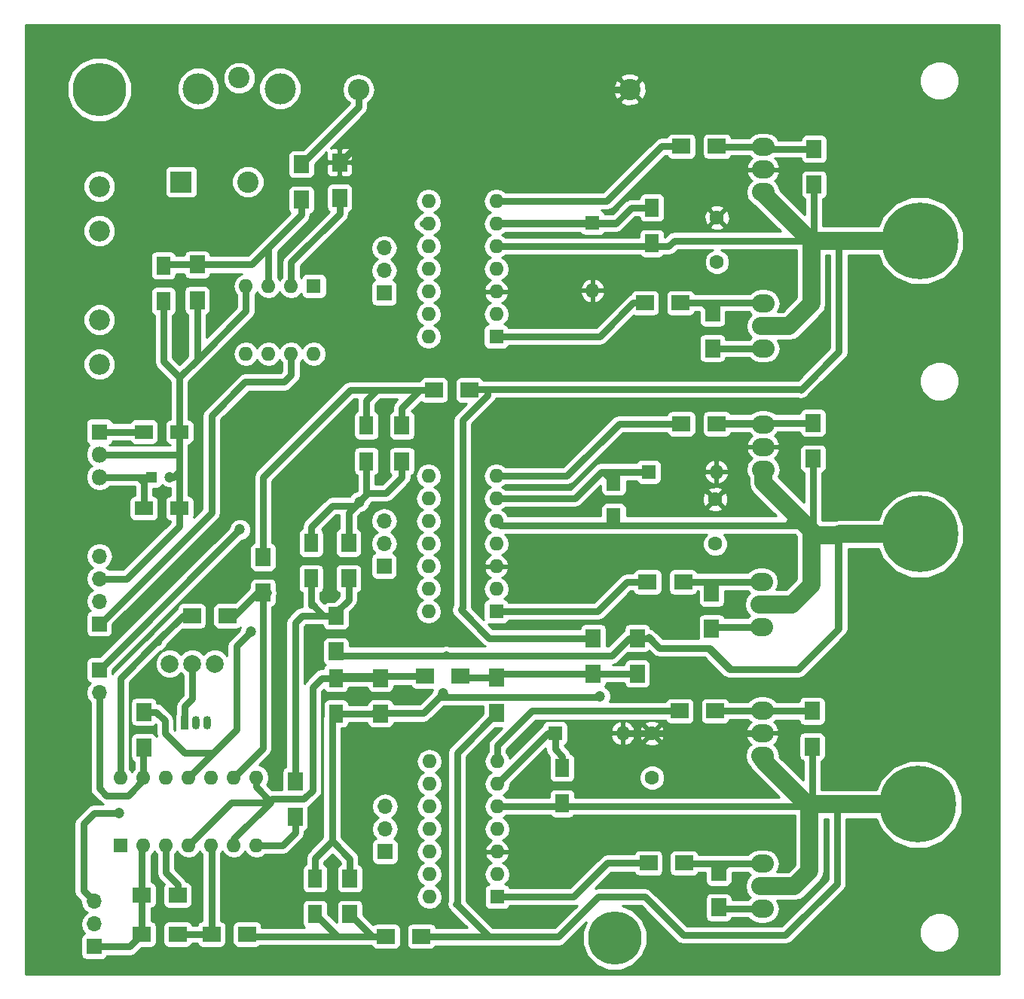
<source format=gtl>
G04 #@! TF.FileFunction,Copper,L1,Top,Signal*
%FSLAX46Y46*%
G04 Gerber Fmt 4.6, Leading zero omitted, Abs format (unit mm)*
G04 Created by KiCad (PCBNEW 4.0.7) date Fri May 11 18:38:54 2018*
%MOMM*%
%LPD*%
G01*
G04 APERTURE LIST*
%ADD10C,0.100000*%
%ADD11C,5.999480*%
%ADD12R,1.600000X1.600000*%
%ADD13O,1.600000X1.600000*%
%ADD14C,2.000000*%
%ADD15R,1.200000X1.200000*%
%ADD16C,1.200000*%
%ADD17R,2.000000X1.600000*%
%ADD18R,2.400000X2.400000*%
%ADD19C,2.400000*%
%ADD20R,1.600000X2.000000*%
%ADD21C,1.600000*%
%ADD22O,0.900000X1.500000*%
%ADD23R,0.900000X1.500000*%
%ADD24C,3.500000*%
%ADD25C,2.350000*%
%ADD26R,1.700000X1.700000*%
%ADD27O,1.700000X1.700000*%
%ADD28C,8.600000*%
%ADD29O,2.540000X2.032000*%
%ADD30R,2.000000X1.700000*%
%ADD31R,1.700000X2.000000*%
%ADD32O,2.400000X2.400000*%
%ADD33R,1.800000X1.800000*%
%ADD34O,1.800000X1.800000*%
%ADD35C,0.800000*%
%ADD36C,0.600000*%
%ADD37C,2.000000*%
%ADD38C,0.254000*%
G04 APERTURE END LIST*
D10*
D11*
X88400000Y-23600000D03*
X146300000Y-119000000D03*
D12*
X133000000Y-51400000D03*
D13*
X125380000Y-36160000D03*
X133000000Y-48860000D03*
X125380000Y-38700000D03*
X133000000Y-46320000D03*
X125380000Y-41240000D03*
X133000000Y-43780000D03*
X125380000Y-43780000D03*
X133000000Y-41240000D03*
X125380000Y-46320000D03*
X133000000Y-38700000D03*
X125380000Y-48860000D03*
X133000000Y-36160000D03*
X125380000Y-51400000D03*
D14*
X98860000Y-88200000D03*
X96320000Y-88200000D03*
X101400000Y-88200000D03*
D15*
X94300000Y-67200000D03*
D16*
X96300000Y-67200000D03*
D17*
X93400000Y-62100000D03*
X97400000Y-62100000D03*
D18*
X97600000Y-34000000D03*
D19*
X105100000Y-34000000D03*
D20*
X112650000Y-116350000D03*
X112650000Y-112350000D03*
D17*
X93400000Y-70700000D03*
X97400000Y-70700000D03*
D20*
X112200000Y-78600000D03*
X112200000Y-74600000D03*
X118400000Y-61400000D03*
X118400000Y-65400000D03*
X95600000Y-43400000D03*
X95600000Y-47400000D03*
X115000000Y-89800000D03*
X115000000Y-93800000D03*
X150500000Y-36900000D03*
X150500000Y-40900000D03*
X146200000Y-67700000D03*
X146200000Y-71700000D03*
X140400000Y-99900000D03*
X140400000Y-103900000D03*
D21*
X157800000Y-38000000D03*
X157800000Y-43000000D03*
X157600000Y-69700000D03*
X157600000Y-74700000D03*
X150500000Y-96000000D03*
X150500000Y-101000000D03*
D22*
X99270000Y-94800000D03*
X100540000Y-94800000D03*
D23*
X98000000Y-94800000D03*
D12*
X143800000Y-38600000D03*
D13*
X143800000Y-46220000D03*
D12*
X150100000Y-66600000D03*
D13*
X157720000Y-66600000D03*
D12*
X139600000Y-96000000D03*
D13*
X147220000Y-96000000D03*
D24*
X108700000Y-23500000D03*
D19*
X104100000Y-22300000D03*
D24*
X99500000Y-23500000D03*
D25*
X88400000Y-39500000D03*
X88400000Y-34500000D03*
X88400000Y-49500000D03*
X88400000Y-54500000D03*
D26*
X120400000Y-77200000D03*
D27*
X120400000Y-74660000D03*
X120400000Y-72120000D03*
D28*
X180600000Y-40600000D03*
X180600000Y-73600000D03*
X180400000Y-104000000D03*
D26*
X87800000Y-120000000D03*
D27*
X87800000Y-117460000D03*
X87800000Y-114920000D03*
D26*
X88400000Y-88900000D03*
D27*
X88400000Y-91440000D03*
D26*
X88400000Y-83700000D03*
D27*
X88400000Y-81160000D03*
X88400000Y-78620000D03*
X88400000Y-76080000D03*
D26*
X120400000Y-46500000D03*
D27*
X120400000Y-43960000D03*
X120400000Y-41420000D03*
D26*
X120500000Y-109300000D03*
D27*
X120500000Y-106760000D03*
X120500000Y-104220000D03*
D29*
X163000000Y-32600000D03*
X163000000Y-35140000D03*
X163000000Y-30060000D03*
X163000000Y-50200000D03*
X163000000Y-52740000D03*
X163000000Y-47660000D03*
X163000000Y-63800000D03*
X163000000Y-66340000D03*
X163000000Y-61260000D03*
X162800000Y-81500000D03*
X162800000Y-84040000D03*
X162800000Y-78960000D03*
X162900000Y-96000000D03*
X162900000Y-98540000D03*
X162900000Y-93460000D03*
X162900000Y-113200000D03*
X162900000Y-115740000D03*
X162900000Y-110660000D03*
D30*
X93200000Y-118600000D03*
X97200000Y-118600000D03*
X93200000Y-114200000D03*
X97200000Y-114200000D03*
X101000000Y-118600000D03*
X105000000Y-118600000D03*
D31*
X116550000Y-116350000D03*
X116550000Y-112350000D03*
X116400000Y-78600000D03*
X116400000Y-74600000D03*
X110400000Y-105400000D03*
X110400000Y-101400000D03*
X122400000Y-61400000D03*
X122400000Y-65400000D03*
D30*
X120600000Y-118850000D03*
X124600000Y-118850000D03*
D31*
X93400000Y-93600000D03*
X93400000Y-97600000D03*
D30*
X98800000Y-82800000D03*
X102800000Y-82800000D03*
D31*
X99400000Y-47300000D03*
X99400000Y-43300000D03*
X115000000Y-82800000D03*
X115000000Y-86800000D03*
X111100000Y-32000000D03*
X111100000Y-36000000D03*
D30*
X126000000Y-57400000D03*
X130000000Y-57400000D03*
D31*
X106800000Y-80200000D03*
X106800000Y-76200000D03*
D19*
X148000000Y-23600000D03*
D32*
X117520000Y-23600000D03*
D31*
X115400000Y-31800000D03*
X115400000Y-35800000D03*
X133050000Y-93750000D03*
X133050000Y-89750000D03*
X148850000Y-85300000D03*
X148850000Y-89300000D03*
X143900000Y-85300000D03*
X143900000Y-89300000D03*
D30*
X129000000Y-89600000D03*
X125000000Y-89600000D03*
D31*
X120000000Y-89800000D03*
X120000000Y-93800000D03*
D30*
X157800000Y-30000000D03*
X153800000Y-30000000D03*
X153700000Y-47600000D03*
X149700000Y-47600000D03*
X157800000Y-61200000D03*
X153800000Y-61200000D03*
X154000000Y-79000000D03*
X150000000Y-79000000D03*
X157600000Y-93500000D03*
X153600000Y-93500000D03*
X154100000Y-110600000D03*
X150100000Y-110600000D03*
D31*
X168700000Y-30300000D03*
X168700000Y-34300000D03*
X168600000Y-61100000D03*
X168600000Y-65100000D03*
X168500000Y-93500000D03*
X168500000Y-97500000D03*
X157300000Y-48700000D03*
X157300000Y-52700000D03*
X157200000Y-80200000D03*
X157200000Y-84200000D03*
X158000000Y-111600000D03*
X158000000Y-115600000D03*
D12*
X90800000Y-108600000D03*
D13*
X106040000Y-100980000D03*
X93340000Y-108600000D03*
X103500000Y-100980000D03*
X95880000Y-108600000D03*
X100960000Y-100980000D03*
X98420000Y-108600000D03*
X98420000Y-100980000D03*
X100960000Y-108600000D03*
X95880000Y-100980000D03*
X103500000Y-108600000D03*
X93340000Y-100980000D03*
X106040000Y-108600000D03*
X90800000Y-100980000D03*
D33*
X88400000Y-62100000D03*
D34*
X88400000Y-64640000D03*
X88400000Y-67180000D03*
D12*
X112500000Y-45700000D03*
D13*
X104880000Y-53320000D03*
X109960000Y-45700000D03*
X107420000Y-53320000D03*
X107420000Y-45700000D03*
X109960000Y-53320000D03*
X104880000Y-45700000D03*
X112500000Y-53320000D03*
D12*
X133000000Y-82300000D03*
D13*
X125380000Y-67060000D03*
X133000000Y-79760000D03*
X125380000Y-69600000D03*
X133000000Y-77220000D03*
X125380000Y-72140000D03*
X133000000Y-74680000D03*
X125380000Y-74680000D03*
X133000000Y-72140000D03*
X125380000Y-77220000D03*
X133000000Y-69600000D03*
X125380000Y-79760000D03*
X133000000Y-67060000D03*
X125380000Y-82300000D03*
D12*
X133100000Y-114400000D03*
D13*
X125480000Y-99160000D03*
X133100000Y-111860000D03*
X125480000Y-101700000D03*
X133100000Y-109320000D03*
X125480000Y-104240000D03*
X133100000Y-106780000D03*
X125480000Y-106780000D03*
X133100000Y-104240000D03*
X125480000Y-109320000D03*
X133100000Y-101700000D03*
X125480000Y-111860000D03*
X133100000Y-99160000D03*
X125480000Y-114400000D03*
D16*
X127000000Y-91550000D03*
X117600000Y-70000000D03*
X144650000Y-91850000D03*
X104200000Y-73100000D03*
X90600000Y-105000000D03*
X105400000Y-84600000D03*
D35*
X98860000Y-88200000D02*
X98860000Y-92140000D01*
X98000000Y-93000000D02*
X98000000Y-94800000D01*
X98860000Y-92140000D02*
X98000000Y-93000000D01*
X95600000Y-47400000D02*
X95600000Y-54200000D01*
X95600000Y-54200000D02*
X97400000Y-56000000D01*
X99400000Y-47300000D02*
X99400000Y-54000000D01*
X99400000Y-54000000D02*
X99400000Y-53800000D01*
X99400000Y-53800000D02*
X99400000Y-54000000D01*
X97400000Y-62100000D02*
X97400000Y-56000000D01*
X104880000Y-48520000D02*
X104880000Y-45700000D01*
X97400000Y-56000000D02*
X99400000Y-54000000D01*
X99400000Y-54000000D02*
X104880000Y-48520000D01*
X97400000Y-70700000D02*
X97400000Y-72700000D01*
X91480000Y-78620000D02*
X88400000Y-78620000D01*
X97400000Y-72700000D02*
X91480000Y-78620000D01*
X88400000Y-64640000D02*
X97400000Y-64640000D01*
X97300000Y-64600000D02*
X97400000Y-64600000D01*
X97360000Y-64600000D02*
X97300000Y-64600000D01*
X97400000Y-64640000D02*
X97360000Y-64600000D01*
X96300000Y-67200000D02*
X96700000Y-67200000D01*
X96700000Y-67200000D02*
X97400000Y-66500000D01*
X97400000Y-66500000D02*
X97400000Y-67100000D01*
X97400000Y-67100000D02*
X97300000Y-67200000D01*
X97300000Y-67200000D02*
X97400000Y-67200000D01*
X97400000Y-62100000D02*
X97400000Y-64600000D01*
X97400000Y-64600000D02*
X97400000Y-67200000D01*
X97400000Y-67200000D02*
X97400000Y-70700000D01*
X114550000Y-104200000D02*
X114550000Y-94250000D01*
X114550000Y-94250000D02*
X115000000Y-93800000D01*
X120000000Y-93800000D02*
X115000000Y-93800000D01*
X117800000Y-69800000D02*
X117600000Y-70000000D01*
X117200000Y-70400000D02*
X114600000Y-70400000D01*
X112200000Y-72800000D02*
X114600000Y-70400000D01*
X112200000Y-72800000D02*
X112200000Y-74600000D01*
X118400000Y-66800000D02*
X118400000Y-69200000D01*
X118400000Y-65400000D02*
X118400000Y-66800000D01*
X118400000Y-69200000D02*
X117800000Y-69800000D01*
X122400000Y-65400000D02*
X122400000Y-67200000D01*
X116400000Y-71200000D02*
X116400000Y-74600000D01*
X118600000Y-69000000D02*
X117800000Y-69800000D01*
X117800000Y-69800000D02*
X117200000Y-70400000D01*
X117200000Y-70400000D02*
X116400000Y-71200000D01*
X120600000Y-69000000D02*
X118600000Y-69000000D01*
X122400000Y-67200000D02*
X120600000Y-69000000D01*
X112650000Y-112350000D02*
X112650000Y-110050000D01*
X112650000Y-110050000D02*
X114550000Y-108150000D01*
X116550000Y-112350000D02*
X116550000Y-110150000D01*
X116550000Y-110150000D02*
X114550000Y-108150000D01*
X114550000Y-108150000D02*
X114550000Y-104200000D01*
X114550000Y-104200000D02*
X114550000Y-103950000D01*
X135150000Y-91900000D02*
X144300000Y-91900000D01*
X144300000Y-91900000D02*
X144350000Y-91850000D01*
X144350000Y-91850000D02*
X144650000Y-91850000D01*
X135150000Y-91900000D02*
X126650000Y-91900000D01*
X126650000Y-91900000D02*
X127000000Y-91550000D01*
X122600000Y-93750000D02*
X124800000Y-93750000D01*
X122600000Y-93750000D02*
X119150000Y-93750000D01*
X127000000Y-91550000D02*
X124800000Y-93750000D01*
X162900000Y-115740000D02*
X158140000Y-115740000D01*
X158140000Y-115740000D02*
X158000000Y-115600000D01*
X162800000Y-84040000D02*
X157360000Y-84040000D01*
X157360000Y-84040000D02*
X157200000Y-84200000D01*
X163000000Y-52740000D02*
X157340000Y-52740000D01*
X157340000Y-52740000D02*
X157300000Y-52700000D01*
D36*
X162640000Y-84200000D02*
X162800000Y-84040000D01*
X162960000Y-52700000D02*
X163000000Y-52740000D01*
D35*
X93400000Y-70700000D02*
X93400000Y-67800000D01*
X93400000Y-67800000D02*
X92800000Y-67200000D01*
X94300000Y-67200000D02*
X92800000Y-67200000D01*
X92800000Y-67200000D02*
X88420000Y-67200000D01*
X88420000Y-67200000D02*
X88400000Y-67180000D01*
X104200000Y-73100000D02*
X88400000Y-88900000D01*
X110400000Y-118850000D02*
X105250000Y-118850000D01*
X105250000Y-118850000D02*
X105000000Y-118600000D01*
X116200000Y-118850000D02*
X110400000Y-118850000D01*
X110400000Y-118850000D02*
X110250000Y-118850000D01*
X119050000Y-118850000D02*
X116200000Y-118850000D01*
X116200000Y-118850000D02*
X115150000Y-118850000D01*
X115150000Y-118850000D02*
X112650000Y-116350000D01*
X120600000Y-118850000D02*
X119050000Y-118850000D01*
X119050000Y-118850000D02*
X116550000Y-116350000D01*
X113600000Y-82800000D02*
X111200000Y-82800000D01*
X110400000Y-83600000D02*
X110400000Y-101400000D01*
X111200000Y-82800000D02*
X110400000Y-83600000D01*
X115000000Y-82800000D02*
X115000000Y-82400000D01*
X115000000Y-82400000D02*
X116400000Y-81000000D01*
X116400000Y-81000000D02*
X116400000Y-78600000D01*
X115000000Y-82800000D02*
X113600000Y-82800000D01*
X112200000Y-81400000D02*
X112200000Y-81600000D01*
X112200000Y-81600000D02*
X112200000Y-78600000D01*
X113600000Y-82800000D02*
X112200000Y-81400000D01*
X119600000Y-57400000D02*
X116600000Y-57400000D01*
X106800000Y-67200000D02*
X106800000Y-76200000D01*
X116600000Y-57400000D02*
X106800000Y-67200000D01*
X124400000Y-57400000D02*
X119600000Y-57400000D01*
X118400000Y-58600000D02*
X118400000Y-61400000D01*
X119600000Y-57400000D02*
X118400000Y-58600000D01*
X126000000Y-57400000D02*
X124400000Y-57400000D01*
X122400000Y-59400000D02*
X122400000Y-61400000D01*
X124400000Y-57400000D02*
X122400000Y-59400000D01*
X99400000Y-43300000D02*
X95700000Y-43300000D01*
X95700000Y-43300000D02*
X95600000Y-43400000D01*
X107420000Y-41400000D02*
X107400000Y-41400000D01*
X105500000Y-43300000D02*
X99400000Y-43300000D01*
X107400000Y-41400000D02*
X105500000Y-43300000D01*
X111100000Y-36000000D02*
X111100000Y-37700000D01*
X107420000Y-41380000D02*
X107420000Y-41400000D01*
X107420000Y-41400000D02*
X107420000Y-45700000D01*
X111100000Y-37700000D02*
X107420000Y-41380000D01*
X115400000Y-35800000D02*
X115400000Y-37600000D01*
X109960000Y-43040000D02*
X109960000Y-45700000D01*
X115400000Y-37600000D02*
X109960000Y-43040000D01*
X120000000Y-89800000D02*
X115000000Y-89800000D01*
X107700000Y-103500000D02*
X107500000Y-103500000D01*
X106040000Y-102040000D02*
X106040000Y-100980000D01*
X107500000Y-103500000D02*
X106040000Y-102040000D01*
X112400000Y-102400000D02*
X111400000Y-103400000D01*
X113400000Y-89800000D02*
X112400000Y-90800000D01*
X112400000Y-90800000D02*
X112400000Y-102400000D01*
X115000000Y-89800000D02*
X113400000Y-89800000D01*
X107800000Y-103400000D02*
X107700000Y-103500000D01*
X107700000Y-103500000D02*
X107400000Y-103800000D01*
X111400000Y-103400000D02*
X107800000Y-103400000D01*
X107400000Y-103800000D02*
X103220000Y-103800000D01*
X103220000Y-103800000D02*
X98420000Y-108600000D01*
X107400000Y-103800000D02*
X107600000Y-103800000D01*
X107600000Y-103800000D02*
X103500000Y-107900000D01*
X103500000Y-107900000D02*
X103500000Y-108600000D01*
X125000000Y-89600000D02*
X115200000Y-89600000D01*
X115200000Y-89600000D02*
X115000000Y-89800000D01*
X125380000Y-38700000D02*
X124700000Y-38700000D01*
X125100000Y-38700000D02*
X125380000Y-38700000D01*
X97200000Y-114200000D02*
X97200000Y-113000000D01*
X95880000Y-111680000D02*
X95880000Y-108600000D01*
X97200000Y-113000000D02*
X95880000Y-111680000D01*
X88400000Y-83700000D02*
X88500000Y-83700000D01*
X88500000Y-83700000D02*
X101000000Y-71200000D01*
X101000000Y-71200000D02*
X101000000Y-60300000D01*
X101000000Y-60300000D02*
X104800000Y-56500000D01*
X104800000Y-56500000D02*
X109200000Y-56500000D01*
X109200000Y-56500000D02*
X109960000Y-55740000D01*
X109960000Y-55740000D02*
X109960000Y-53320000D01*
X148000000Y-23600000D02*
X123600000Y-23600000D01*
X123600000Y-23600000D02*
X115400000Y-31800000D01*
X150500000Y-96000000D02*
X147220000Y-96000000D01*
X162900000Y-96000000D02*
X150500000Y-96000000D01*
X143800000Y-38600000D02*
X146500000Y-38600000D01*
X146500000Y-38600000D02*
X148200000Y-36900000D01*
X148200000Y-36900000D02*
X150500000Y-36900000D01*
X143800000Y-38600000D02*
X133100000Y-38600000D01*
X133100000Y-38600000D02*
X133000000Y-38700000D01*
X150500000Y-36900000D02*
X148200000Y-36900000D01*
X146400000Y-38700000D02*
X133000000Y-38700000D01*
X148200000Y-36900000D02*
X146400000Y-38700000D01*
X132000000Y-57300000D02*
X132000000Y-58000000D01*
X129200000Y-63200000D02*
X129200000Y-81900000D01*
X129200000Y-81900000D02*
X129025000Y-82075000D01*
X129200000Y-60800000D02*
X129200000Y-63200000D01*
X132000000Y-58000000D02*
X129200000Y-60800000D01*
X133000000Y-41240000D02*
X150160000Y-41240000D01*
X150160000Y-41240000D02*
X150500000Y-40900000D01*
D37*
X180600000Y-40600000D02*
X171500000Y-40600000D01*
D35*
X135400000Y-57300000D02*
X132000000Y-57300000D01*
X132000000Y-57300000D02*
X130100000Y-57300000D01*
X130100000Y-57300000D02*
X130000000Y-57400000D01*
X132200000Y-85300000D02*
X143900000Y-85300000D01*
X129025000Y-82125000D02*
X132200000Y-85300000D01*
X167300000Y-57300000D02*
X135400000Y-57300000D01*
X135400000Y-57300000D02*
X135100000Y-57300000D01*
X171500000Y-40600000D02*
X171500000Y-53100000D01*
X171500000Y-53100000D02*
X167300000Y-57300000D01*
X167300000Y-57300000D02*
X167200000Y-57400000D01*
X168700000Y-34300000D02*
X168700000Y-40400000D01*
X168700000Y-40400000D02*
X168500000Y-40600000D01*
X168500000Y-40600000D02*
X153000000Y-40600000D01*
X152360000Y-41240000D02*
X133000000Y-41240000D01*
X153000000Y-40600000D02*
X152360000Y-41240000D01*
D37*
X171500000Y-40600000D02*
X168500000Y-40600000D01*
X168500000Y-40600000D02*
X168400000Y-40700000D01*
X163000000Y-35140000D02*
X163000000Y-35300000D01*
X163000000Y-35300000D02*
X168400000Y-40700000D01*
X168400000Y-40700000D02*
X168400000Y-47700000D01*
X168400000Y-47700000D02*
X165900000Y-50200000D01*
X165900000Y-50200000D02*
X163000000Y-50200000D01*
D35*
X133000000Y-69600000D02*
X141800000Y-69600000D01*
X141800000Y-69600000D02*
X144800000Y-66600000D01*
X144800000Y-66600000D02*
X145100000Y-66600000D01*
X145100000Y-66600000D02*
X146200000Y-67700000D01*
X150100000Y-66600000D02*
X144800000Y-66600000D01*
X144800000Y-66600000D02*
X141800000Y-69600000D01*
X146200000Y-71700000D02*
X146200000Y-72600000D01*
X146200000Y-72600000D02*
X165600000Y-72600000D01*
X165600000Y-72600000D02*
X166000000Y-72200000D01*
X166000000Y-72200000D02*
X167400000Y-72200000D01*
X167400000Y-72200000D02*
X168800000Y-73600000D01*
X168800000Y-73600000D02*
X171600000Y-73600000D01*
X171600000Y-73600000D02*
X171600000Y-74200000D01*
X171600000Y-74200000D02*
X171400000Y-74400000D01*
X171400000Y-74400000D02*
X171400000Y-84300000D01*
X171400000Y-84300000D02*
X166900000Y-88800000D01*
X166900000Y-88800000D02*
X159400000Y-88800000D01*
X159400000Y-88800000D02*
X157000000Y-86400000D01*
X157000000Y-86400000D02*
X151300000Y-86400000D01*
X151300000Y-86400000D02*
X150200000Y-85300000D01*
X150200000Y-85300000D02*
X148850000Y-85300000D01*
D37*
X180600000Y-73600000D02*
X171600000Y-73600000D01*
X171600000Y-73600000D02*
X171500000Y-73700000D01*
D35*
X127300000Y-87250000D02*
X115700000Y-87250000D01*
X134000000Y-87250000D02*
X127300000Y-87250000D01*
X127300000Y-87250000D02*
X127400000Y-87250000D01*
X127400000Y-87250000D02*
X127450000Y-87250000D01*
X147950000Y-85300000D02*
X146000000Y-87250000D01*
X146000000Y-87250000D02*
X134000000Y-87250000D01*
X148850000Y-85300000D02*
X147950000Y-85300000D01*
X127450000Y-87250000D02*
X127350000Y-87150000D01*
X166900000Y-88800000D02*
X159200000Y-88800000D01*
X151300000Y-86400000D02*
X150100000Y-85200000D01*
X156800000Y-86400000D02*
X151300000Y-86400000D01*
X159200000Y-88800000D02*
X156800000Y-86400000D01*
X171500000Y-84200000D02*
X166900000Y-88800000D01*
X166900000Y-88800000D02*
X167200000Y-88500000D01*
X171500000Y-73700000D02*
X171500000Y-84200000D01*
X168600000Y-72600000D02*
X133460000Y-72600000D01*
X133460000Y-72600000D02*
X133000000Y-72140000D01*
X168600000Y-65100000D02*
X168600000Y-72600000D01*
X168600000Y-72600000D02*
X168600000Y-73400000D01*
X168600000Y-73400000D02*
X168900000Y-73700000D01*
D36*
X133060000Y-72200000D02*
X133000000Y-72140000D01*
D37*
X171500000Y-73700000D02*
X168900000Y-73700000D01*
X168900000Y-73700000D02*
X168400000Y-73200000D01*
X163000000Y-66340000D02*
X163000000Y-67800000D01*
X166200000Y-81500000D02*
X162800000Y-81500000D01*
X168400000Y-79300000D02*
X166200000Y-81500000D01*
X168400000Y-73200000D02*
X168400000Y-79300000D01*
X163000000Y-67800000D02*
X167400000Y-72200000D01*
X167400000Y-72200000D02*
X168400000Y-73200000D01*
D35*
X140400000Y-99900000D02*
X140400000Y-98600000D01*
X139600000Y-97800000D02*
X139600000Y-96000000D01*
X140400000Y-98600000D02*
X139600000Y-97800000D01*
X139600000Y-96000000D02*
X138800000Y-96000000D01*
X138800000Y-96000000D02*
X133100000Y-101700000D01*
X168500000Y-97500000D02*
X168500000Y-104000000D01*
X168500000Y-104000000D02*
X168300000Y-104200000D01*
X168300000Y-104200000D02*
X140700000Y-104200000D01*
X140700000Y-104200000D02*
X140400000Y-103900000D01*
X133100000Y-104240000D02*
X140060000Y-104240000D01*
X140060000Y-104240000D02*
X140400000Y-103900000D01*
D37*
X180400000Y-104000000D02*
X171300000Y-104000000D01*
D35*
X132150000Y-118900000D02*
X124650000Y-118900000D01*
X124650000Y-118900000D02*
X124600000Y-118850000D01*
X128600000Y-115300000D02*
X128600000Y-98200000D01*
X128600000Y-98200000D02*
X133050000Y-93750000D01*
X140000000Y-118900000D02*
X132150000Y-118900000D01*
X132150000Y-118900000D02*
X132200000Y-118900000D01*
X171300000Y-112900000D02*
X165500000Y-118700000D01*
X165500000Y-118700000D02*
X154000000Y-118700000D01*
X154000000Y-118700000D02*
X149700000Y-114400000D01*
X149700000Y-114400000D02*
X144500000Y-114400000D01*
X144500000Y-114400000D02*
X140000000Y-118900000D01*
X171300000Y-104000000D02*
X171300000Y-112900000D01*
X132200000Y-118900000D02*
X131850000Y-118550000D01*
X131850000Y-118550000D02*
X128600000Y-115300000D01*
X128600000Y-115300000D02*
X128500000Y-115200000D01*
X133100000Y-104240000D02*
X168260000Y-104240000D01*
X168260000Y-104240000D02*
X168200000Y-104300000D01*
X168500000Y-97500000D02*
X168500000Y-102800000D01*
X168500000Y-102800000D02*
X168400000Y-102900000D01*
D37*
X171300000Y-104000000D02*
X171300000Y-104000000D01*
X171300000Y-104000000D02*
X168500000Y-104000000D01*
X168500000Y-104000000D02*
X168200000Y-104300000D01*
X162900000Y-98540000D02*
X162900000Y-99000000D01*
X162900000Y-99000000D02*
X168200000Y-104300000D01*
X168200000Y-104300000D02*
X168200000Y-111500000D01*
X168200000Y-111500000D02*
X166500000Y-113200000D01*
X166500000Y-113200000D02*
X162900000Y-113200000D01*
D35*
X117520000Y-23600000D02*
X117520000Y-25580000D01*
X117520000Y-25580000D02*
X111100000Y-32000000D01*
X93200000Y-118600000D02*
X93200000Y-114200000D01*
X93200000Y-118600000D02*
X91800000Y-120000000D01*
X91800000Y-120000000D02*
X87800000Y-120000000D01*
X93200000Y-118600000D02*
X93200000Y-108740000D01*
X93200000Y-108740000D02*
X93340000Y-108600000D01*
X86600000Y-113720000D02*
X87800000Y-114920000D01*
X86600000Y-106200000D02*
X86600000Y-113720000D01*
X87800000Y-105000000D02*
X86600000Y-106200000D01*
X90600000Y-105000000D02*
X87800000Y-105000000D01*
X94800000Y-85800000D02*
X90800000Y-89800000D01*
X90800000Y-89800000D02*
X90800000Y-100980000D01*
X98800000Y-82800000D02*
X97800000Y-82800000D01*
X97800000Y-82800000D02*
X94800000Y-85800000D01*
X95000000Y-85800000D02*
X94800000Y-85800000D01*
X93340000Y-100980000D02*
X93340000Y-101260000D01*
X93340000Y-101260000D02*
X91600000Y-103000000D01*
X88400000Y-102200000D02*
X88400000Y-91440000D01*
X89200000Y-103000000D02*
X88400000Y-102200000D01*
X91600000Y-103000000D02*
X89200000Y-103000000D01*
X93400000Y-98200000D02*
X93340000Y-98260000D01*
X93340000Y-98260000D02*
X93340000Y-100980000D01*
X163000000Y-30060000D02*
X157860000Y-30060000D01*
X157860000Y-30060000D02*
X157800000Y-30000000D01*
X168700000Y-30300000D02*
X163240000Y-30300000D01*
X163240000Y-30300000D02*
X163000000Y-30060000D01*
D36*
X157860000Y-30060000D02*
X157800000Y-30000000D01*
X163240000Y-30300000D02*
X163000000Y-30060000D01*
D35*
X153700000Y-47600000D02*
X156200000Y-47600000D01*
X156200000Y-47600000D02*
X157300000Y-48700000D01*
X153700000Y-47600000D02*
X162940000Y-47600000D01*
X162940000Y-47600000D02*
X163000000Y-47660000D01*
D36*
X153760000Y-47660000D02*
X153700000Y-47600000D01*
X153760000Y-47660000D02*
X153700000Y-47600000D01*
D35*
X157800000Y-61200000D02*
X162940000Y-61200000D01*
X162940000Y-61200000D02*
X163000000Y-61260000D01*
X168600000Y-61100000D02*
X157900000Y-61100000D01*
X157900000Y-61100000D02*
X157800000Y-61200000D01*
D36*
X157860000Y-61260000D02*
X157800000Y-61200000D01*
X163160000Y-61100000D02*
X163000000Y-61260000D01*
D35*
X157200000Y-80200000D02*
X157200000Y-79600000D01*
X157200000Y-79600000D02*
X157840000Y-78960000D01*
X157840000Y-78960000D02*
X162800000Y-78960000D01*
X162800000Y-78960000D02*
X154040000Y-78960000D01*
X154040000Y-78960000D02*
X154000000Y-79000000D01*
D36*
X154040000Y-78960000D02*
X154000000Y-79000000D01*
D35*
X168500000Y-93500000D02*
X162940000Y-93500000D01*
X162940000Y-93500000D02*
X162900000Y-93460000D01*
X162900000Y-93460000D02*
X157640000Y-93460000D01*
X157640000Y-93460000D02*
X157600000Y-93500000D01*
X158000000Y-111600000D02*
X158940000Y-110660000D01*
X158940000Y-110660000D02*
X162900000Y-110660000D01*
X162900000Y-110660000D02*
X154160000Y-110660000D01*
X154160000Y-110660000D02*
X154100000Y-110600000D01*
X101000000Y-118600000D02*
X97200000Y-118600000D01*
X101000000Y-118600000D02*
X101000000Y-108640000D01*
X101000000Y-108640000D02*
X100960000Y-108600000D01*
X106040000Y-108600000D02*
X109000000Y-108600000D01*
X110400000Y-107200000D02*
X110400000Y-105400000D01*
X109000000Y-108600000D02*
X110400000Y-107200000D01*
X98200000Y-98200000D02*
X98000000Y-98200000D01*
X101200000Y-98200000D02*
X98200000Y-98200000D01*
X94800000Y-93600000D02*
X93400000Y-93600000D01*
X95800000Y-94600000D02*
X94800000Y-93600000D01*
X95800000Y-96000000D02*
X95800000Y-94600000D01*
X98000000Y-98200000D02*
X95800000Y-96000000D01*
X103800000Y-95600000D02*
X101200000Y-98200000D01*
X101200000Y-98200000D02*
X98420000Y-100980000D01*
X103800000Y-86200000D02*
X103800000Y-95600000D01*
X105400000Y-84600000D02*
X103800000Y-86200000D01*
X106800000Y-80200000D02*
X106800000Y-97680000D01*
X106800000Y-97680000D02*
X103500000Y-100980000D01*
X106800000Y-80200000D02*
X107400000Y-80200000D01*
X106800000Y-80200000D02*
X106200000Y-80200000D01*
X106200000Y-80200000D02*
X103600000Y-82800000D01*
X103600000Y-82800000D02*
X102800000Y-82800000D01*
X143900000Y-89300000D02*
X148850000Y-89300000D01*
X130200000Y-89750000D02*
X129150000Y-89750000D01*
X129150000Y-89750000D02*
X129000000Y-89600000D01*
X133050000Y-89750000D02*
X130200000Y-89750000D01*
X130200000Y-89750000D02*
X130150000Y-89750000D01*
X148850000Y-89300000D02*
X133500000Y-89300000D01*
X133500000Y-89300000D02*
X133050000Y-89750000D01*
X153800000Y-30000000D02*
X151600000Y-30000000D01*
X145440000Y-36160000D02*
X133000000Y-36160000D01*
X151600000Y-30000000D02*
X145440000Y-36160000D01*
X149700000Y-47600000D02*
X148400000Y-47600000D01*
X144600000Y-51400000D02*
X133000000Y-51400000D01*
X148400000Y-47600000D02*
X144600000Y-51400000D01*
D36*
X149700000Y-47600000D02*
X149600000Y-47600000D01*
D35*
X152000000Y-61200000D02*
X146800000Y-61200000D01*
X140940000Y-67060000D02*
X133000000Y-67060000D01*
X146800000Y-61200000D02*
X140940000Y-67060000D01*
X153800000Y-61200000D02*
X152000000Y-61200000D01*
X152000000Y-61200000D02*
X151600000Y-61200000D01*
X133060000Y-67000000D02*
X133000000Y-67060000D01*
D36*
X133040000Y-67100000D02*
X133000000Y-67060000D01*
D35*
X150000000Y-79000000D02*
X147700000Y-79000000D01*
X144400000Y-82300000D02*
X133000000Y-82300000D01*
X147700000Y-79000000D02*
X144400000Y-82300000D01*
D36*
X150000000Y-79000000D02*
X149400000Y-79000000D01*
D35*
X133100000Y-99160000D02*
X133100000Y-97400000D01*
X137000000Y-93500000D02*
X153600000Y-93500000D01*
X133100000Y-97400000D02*
X137000000Y-93500000D01*
X133140000Y-99200000D02*
X133100000Y-99160000D01*
X133100000Y-114400000D02*
X141700000Y-114400000D01*
X145500000Y-110600000D02*
X150100000Y-110600000D01*
X141700000Y-114400000D02*
X145500000Y-110600000D01*
X150100000Y-110600000D02*
X147600000Y-110600000D01*
X93400000Y-62100000D02*
X88400000Y-62100000D01*
D38*
G36*
X189490000Y-123090000D02*
X80110000Y-123090000D01*
X80110000Y-106200000D01*
X85564999Y-106200000D01*
X85565000Y-106200005D01*
X85565000Y-113719995D01*
X85564999Y-113720000D01*
X85643785Y-114116077D01*
X85868144Y-114451856D01*
X86294266Y-114877977D01*
X86285907Y-114920000D01*
X86398946Y-115488285D01*
X86720853Y-115970054D01*
X87050026Y-116190000D01*
X86720853Y-116409946D01*
X86398946Y-116891715D01*
X86285907Y-117460000D01*
X86398946Y-118028285D01*
X86720853Y-118510054D01*
X86762452Y-118537850D01*
X86714683Y-118546838D01*
X86498559Y-118685910D01*
X86353569Y-118898110D01*
X86302560Y-119150000D01*
X86302560Y-120850000D01*
X86346838Y-121085317D01*
X86485910Y-121301441D01*
X86698110Y-121446431D01*
X86950000Y-121497440D01*
X88650000Y-121497440D01*
X88885317Y-121453162D01*
X89101441Y-121314090D01*
X89246431Y-121101890D01*
X89259977Y-121035000D01*
X91799995Y-121035000D01*
X91800000Y-121035001D01*
X92196077Y-120956215D01*
X92531856Y-120731856D01*
X93166272Y-120097440D01*
X94200000Y-120097440D01*
X94435317Y-120053162D01*
X94651441Y-119914090D01*
X94796431Y-119701890D01*
X94847440Y-119450000D01*
X94847440Y-117750000D01*
X94803162Y-117514683D01*
X94664090Y-117298559D01*
X94451890Y-117153569D01*
X94235000Y-117109648D01*
X94235000Y-115690854D01*
X94435317Y-115653162D01*
X94651441Y-115514090D01*
X94796431Y-115301890D01*
X94847440Y-115050000D01*
X94847440Y-113350000D01*
X94803162Y-113114683D01*
X94664090Y-112898559D01*
X94451890Y-112753569D01*
X94235000Y-112709648D01*
X94235000Y-109722791D01*
X94354698Y-109642811D01*
X94610000Y-109260725D01*
X94845000Y-109612427D01*
X94845000Y-111679995D01*
X94844999Y-111680000D01*
X94923785Y-112076077D01*
X95148144Y-112411856D01*
X95697267Y-112960978D01*
X95603569Y-113098110D01*
X95552560Y-113350000D01*
X95552560Y-115050000D01*
X95596838Y-115285317D01*
X95735910Y-115501441D01*
X95948110Y-115646431D01*
X96200000Y-115697440D01*
X98200000Y-115697440D01*
X98435317Y-115653162D01*
X98651441Y-115514090D01*
X98796431Y-115301890D01*
X98847440Y-115050000D01*
X98847440Y-113350000D01*
X98803162Y-113114683D01*
X98664090Y-112898559D01*
X98451890Y-112753569D01*
X98200000Y-112702560D01*
X98175835Y-112702560D01*
X98156215Y-112603923D01*
X98089397Y-112503922D01*
X97931856Y-112268144D01*
X97931853Y-112268142D01*
X96915000Y-111251288D01*
X96915000Y-109612427D01*
X97150000Y-109260725D01*
X97405302Y-109642811D01*
X97870849Y-109953880D01*
X98420000Y-110063113D01*
X98969151Y-109953880D01*
X99434698Y-109642811D01*
X99690000Y-109260725D01*
X99945302Y-109642811D01*
X99965000Y-109655973D01*
X99965000Y-117109146D01*
X99764683Y-117146838D01*
X99548559Y-117285910D01*
X99403569Y-117498110D01*
X99390023Y-117565000D01*
X98812630Y-117565000D01*
X98803162Y-117514683D01*
X98664090Y-117298559D01*
X98451890Y-117153569D01*
X98200000Y-117102560D01*
X96200000Y-117102560D01*
X95964683Y-117146838D01*
X95748559Y-117285910D01*
X95603569Y-117498110D01*
X95552560Y-117750000D01*
X95552560Y-119450000D01*
X95596838Y-119685317D01*
X95735910Y-119901441D01*
X95948110Y-120046431D01*
X96200000Y-120097440D01*
X98200000Y-120097440D01*
X98435317Y-120053162D01*
X98651441Y-119914090D01*
X98796431Y-119701890D01*
X98809977Y-119635000D01*
X99387370Y-119635000D01*
X99396838Y-119685317D01*
X99535910Y-119901441D01*
X99748110Y-120046431D01*
X100000000Y-120097440D01*
X102000000Y-120097440D01*
X102235317Y-120053162D01*
X102451441Y-119914090D01*
X102596431Y-119701890D01*
X102647440Y-119450000D01*
X102647440Y-117750000D01*
X103352560Y-117750000D01*
X103352560Y-119450000D01*
X103396838Y-119685317D01*
X103535910Y-119901441D01*
X103748110Y-120046431D01*
X104000000Y-120097440D01*
X106000000Y-120097440D01*
X106235317Y-120053162D01*
X106451441Y-119914090D01*
X106471317Y-119885000D01*
X115149995Y-119885000D01*
X115150000Y-119885001D01*
X115150005Y-119885000D01*
X118987370Y-119885000D01*
X118996838Y-119935317D01*
X119135910Y-120151441D01*
X119348110Y-120296431D01*
X119600000Y-120347440D01*
X121600000Y-120347440D01*
X121835317Y-120303162D01*
X122051441Y-120164090D01*
X122196431Y-119951890D01*
X122247440Y-119700000D01*
X122247440Y-118000000D01*
X122203162Y-117764683D01*
X122064090Y-117548559D01*
X121851890Y-117403569D01*
X121600000Y-117352560D01*
X119600000Y-117352560D01*
X119364683Y-117396838D01*
X119179629Y-117515917D01*
X118047440Y-116383728D01*
X118047440Y-115350000D01*
X118003162Y-115114683D01*
X117864090Y-114898559D01*
X117651890Y-114753569D01*
X117400000Y-114702560D01*
X115700000Y-114702560D01*
X115464683Y-114746838D01*
X115248559Y-114885910D01*
X115103569Y-115098110D01*
X115052560Y-115350000D01*
X115052560Y-117288849D01*
X114097440Y-116333728D01*
X114097440Y-115350000D01*
X114053162Y-115114683D01*
X113914090Y-114898559D01*
X113701890Y-114753569D01*
X113450000Y-114702560D01*
X111850000Y-114702560D01*
X111614683Y-114746838D01*
X111398559Y-114885910D01*
X111253569Y-115098110D01*
X111202560Y-115350000D01*
X111202560Y-117350000D01*
X111246838Y-117585317D01*
X111385910Y-117801441D01*
X111405754Y-117815000D01*
X106647440Y-117815000D01*
X106647440Y-117750000D01*
X106603162Y-117514683D01*
X106464090Y-117298559D01*
X106251890Y-117153569D01*
X106000000Y-117102560D01*
X104000000Y-117102560D01*
X103764683Y-117146838D01*
X103548559Y-117285910D01*
X103403569Y-117498110D01*
X103352560Y-117750000D01*
X102647440Y-117750000D01*
X102603162Y-117514683D01*
X102464090Y-117298559D01*
X102251890Y-117153569D01*
X102035000Y-117109648D01*
X102035000Y-109552563D01*
X102230000Y-109260725D01*
X102485302Y-109642811D01*
X102950849Y-109953880D01*
X103500000Y-110063113D01*
X104049151Y-109953880D01*
X104514698Y-109642811D01*
X104770000Y-109260725D01*
X105025302Y-109642811D01*
X105490849Y-109953880D01*
X106040000Y-110063113D01*
X106589151Y-109953880D01*
X107054698Y-109642811D01*
X107059917Y-109635000D01*
X108999995Y-109635000D01*
X109000000Y-109635001D01*
X109396077Y-109556215D01*
X109731856Y-109331856D01*
X111131856Y-107931856D01*
X111356215Y-107596077D01*
X111435001Y-107200000D01*
X111435000Y-107199995D01*
X111435000Y-107012630D01*
X111485317Y-107003162D01*
X111701441Y-106864090D01*
X111846431Y-106651890D01*
X111897440Y-106400000D01*
X111897440Y-104400000D01*
X111878801Y-104300941D01*
X112131856Y-104131856D01*
X113131853Y-103131858D01*
X113131856Y-103131856D01*
X113356215Y-102796077D01*
X113368364Y-102735000D01*
X113435001Y-102400000D01*
X113435000Y-102399995D01*
X113435000Y-91228712D01*
X113609194Y-91054518D01*
X113735910Y-91251441D01*
X113948110Y-91396431D01*
X114200000Y-91447440D01*
X115800000Y-91447440D01*
X116035317Y-91403162D01*
X116251441Y-91264090D01*
X116396431Y-91051890D01*
X116440352Y-90835000D01*
X118509146Y-90835000D01*
X118546838Y-91035317D01*
X118685910Y-91251441D01*
X118898110Y-91396431D01*
X119150000Y-91447440D01*
X120850000Y-91447440D01*
X121085317Y-91403162D01*
X121301441Y-91264090D01*
X121446431Y-91051890D01*
X121497440Y-90800000D01*
X121497440Y-90635000D01*
X123387370Y-90635000D01*
X123396838Y-90685317D01*
X123535910Y-90901441D01*
X123748110Y-91046431D01*
X124000000Y-91097440D01*
X125850681Y-91097440D01*
X125765215Y-91303266D01*
X125765199Y-91321089D01*
X124371288Y-92715000D01*
X121481446Y-92715000D01*
X121453162Y-92564683D01*
X121314090Y-92348559D01*
X121101890Y-92203569D01*
X120850000Y-92152560D01*
X119150000Y-92152560D01*
X118914683Y-92196838D01*
X118698559Y-92335910D01*
X118553569Y-92548110D01*
X118509648Y-92765000D01*
X116440854Y-92765000D01*
X116403162Y-92564683D01*
X116264090Y-92348559D01*
X116051890Y-92203569D01*
X115800000Y-92152560D01*
X114200000Y-92152560D01*
X113964683Y-92196838D01*
X113748559Y-92335910D01*
X113603569Y-92548110D01*
X113552560Y-92800000D01*
X113552560Y-94061171D01*
X113514999Y-94250000D01*
X113515000Y-94250005D01*
X113515000Y-107721289D01*
X111918144Y-109318144D01*
X111693785Y-109653923D01*
X111614999Y-110050000D01*
X111615000Y-110050005D01*
X111615000Y-110746778D01*
X111614683Y-110746838D01*
X111398559Y-110885910D01*
X111253569Y-111098110D01*
X111202560Y-111350000D01*
X111202560Y-113350000D01*
X111246838Y-113585317D01*
X111385910Y-113801441D01*
X111598110Y-113946431D01*
X111850000Y-113997440D01*
X113450000Y-113997440D01*
X113685317Y-113953162D01*
X113901441Y-113814090D01*
X114046431Y-113601890D01*
X114097440Y-113350000D01*
X114097440Y-111350000D01*
X114053162Y-111114683D01*
X113914090Y-110898559D01*
X113701890Y-110753569D01*
X113685000Y-110750149D01*
X113685000Y-110478712D01*
X114550000Y-109613712D01*
X115515000Y-110578711D01*
X115515000Y-110737370D01*
X115464683Y-110746838D01*
X115248559Y-110885910D01*
X115103569Y-111098110D01*
X115052560Y-111350000D01*
X115052560Y-113350000D01*
X115096838Y-113585317D01*
X115235910Y-113801441D01*
X115448110Y-113946431D01*
X115700000Y-113997440D01*
X117400000Y-113997440D01*
X117635317Y-113953162D01*
X117851441Y-113814090D01*
X117996431Y-113601890D01*
X118047440Y-113350000D01*
X118047440Y-111350000D01*
X118003162Y-111114683D01*
X117864090Y-110898559D01*
X117651890Y-110753569D01*
X117585000Y-110740023D01*
X117585000Y-110150005D01*
X117585001Y-110150000D01*
X117506215Y-109753923D01*
X117453481Y-109675001D01*
X117281856Y-109418144D01*
X117281853Y-109418142D01*
X115585000Y-107721288D01*
X115585000Y-104220000D01*
X118985907Y-104220000D01*
X119098946Y-104788285D01*
X119420853Y-105270054D01*
X119750026Y-105490000D01*
X119420853Y-105709946D01*
X119098946Y-106191715D01*
X118985907Y-106760000D01*
X119098946Y-107328285D01*
X119420853Y-107810054D01*
X119462452Y-107837850D01*
X119414683Y-107846838D01*
X119198559Y-107985910D01*
X119053569Y-108198110D01*
X119002560Y-108450000D01*
X119002560Y-110150000D01*
X119046838Y-110385317D01*
X119185910Y-110601441D01*
X119398110Y-110746431D01*
X119650000Y-110797440D01*
X121350000Y-110797440D01*
X121585317Y-110753162D01*
X121801441Y-110614090D01*
X121946431Y-110401890D01*
X121997440Y-110150000D01*
X121997440Y-108450000D01*
X121953162Y-108214683D01*
X121814090Y-107998559D01*
X121601890Y-107853569D01*
X121534459Y-107839914D01*
X121579147Y-107810054D01*
X121901054Y-107328285D01*
X122014093Y-106760000D01*
X121901054Y-106191715D01*
X121579147Y-105709946D01*
X121249974Y-105490000D01*
X121579147Y-105270054D01*
X121901054Y-104788285D01*
X122014093Y-104220000D01*
X121901054Y-103651715D01*
X121579147Y-103169946D01*
X121097378Y-102848039D01*
X120529093Y-102735000D01*
X120470907Y-102735000D01*
X119902622Y-102848039D01*
X119420853Y-103169946D01*
X119098946Y-103651715D01*
X118985907Y-104220000D01*
X115585000Y-104220000D01*
X115585000Y-99160000D01*
X124016887Y-99160000D01*
X124126120Y-99709151D01*
X124437189Y-100174698D01*
X124819275Y-100430000D01*
X124437189Y-100685302D01*
X124126120Y-101150849D01*
X124016887Y-101700000D01*
X124126120Y-102249151D01*
X124437189Y-102714698D01*
X124819275Y-102970000D01*
X124437189Y-103225302D01*
X124126120Y-103690849D01*
X124016887Y-104240000D01*
X124126120Y-104789151D01*
X124437189Y-105254698D01*
X124819275Y-105510000D01*
X124437189Y-105765302D01*
X124126120Y-106230849D01*
X124016887Y-106780000D01*
X124126120Y-107329151D01*
X124437189Y-107794698D01*
X124819275Y-108050000D01*
X124437189Y-108305302D01*
X124126120Y-108770849D01*
X124016887Y-109320000D01*
X124126120Y-109869151D01*
X124437189Y-110334698D01*
X124819275Y-110590000D01*
X124437189Y-110845302D01*
X124126120Y-111310849D01*
X124016887Y-111860000D01*
X124126120Y-112409151D01*
X124437189Y-112874698D01*
X124819275Y-113130000D01*
X124437189Y-113385302D01*
X124126120Y-113850849D01*
X124016887Y-114400000D01*
X124126120Y-114949151D01*
X124437189Y-115414698D01*
X124902736Y-115725767D01*
X125451887Y-115835000D01*
X125508113Y-115835000D01*
X126057264Y-115725767D01*
X126522811Y-115414698D01*
X126833880Y-114949151D01*
X126943113Y-114400000D01*
X126833880Y-113850849D01*
X126522811Y-113385302D01*
X126140725Y-113130000D01*
X126522811Y-112874698D01*
X126833880Y-112409151D01*
X126943113Y-111860000D01*
X126833880Y-111310849D01*
X126522811Y-110845302D01*
X126140725Y-110590000D01*
X126522811Y-110334698D01*
X126833880Y-109869151D01*
X126943113Y-109320000D01*
X126833880Y-108770849D01*
X126522811Y-108305302D01*
X126140725Y-108050000D01*
X126522811Y-107794698D01*
X126833880Y-107329151D01*
X126943113Y-106780000D01*
X126833880Y-106230849D01*
X126522811Y-105765302D01*
X126140725Y-105510000D01*
X126522811Y-105254698D01*
X126833880Y-104789151D01*
X126943113Y-104240000D01*
X126833880Y-103690849D01*
X126522811Y-103225302D01*
X126140725Y-102970000D01*
X126522811Y-102714698D01*
X126833880Y-102249151D01*
X126943113Y-101700000D01*
X126833880Y-101150849D01*
X126522811Y-100685302D01*
X126140725Y-100430000D01*
X126522811Y-100174698D01*
X126833880Y-99709151D01*
X126943113Y-99160000D01*
X126833880Y-98610849D01*
X126522811Y-98145302D01*
X126057264Y-97834233D01*
X125508113Y-97725000D01*
X125451887Y-97725000D01*
X124902736Y-97834233D01*
X124437189Y-98145302D01*
X124126120Y-98610849D01*
X124016887Y-99160000D01*
X115585000Y-99160000D01*
X115585000Y-95447440D01*
X115800000Y-95447440D01*
X116035317Y-95403162D01*
X116251441Y-95264090D01*
X116396431Y-95051890D01*
X116440352Y-94835000D01*
X118509146Y-94835000D01*
X118546838Y-95035317D01*
X118685910Y-95251441D01*
X118898110Y-95396431D01*
X119150000Y-95447440D01*
X120850000Y-95447440D01*
X121085317Y-95403162D01*
X121301441Y-95264090D01*
X121446431Y-95051890D01*
X121497440Y-94800000D01*
X121497440Y-94785000D01*
X124799995Y-94785000D01*
X124800000Y-94785001D01*
X125196077Y-94706215D01*
X125531856Y-94481856D01*
X127078711Y-92935000D01*
X131552560Y-92935000D01*
X131552560Y-93783729D01*
X127868144Y-97468144D01*
X127643785Y-97803923D01*
X127564999Y-98200000D01*
X127565000Y-98200005D01*
X127565000Y-114772172D01*
X127543785Y-114803923D01*
X127464999Y-115200000D01*
X127543785Y-115596077D01*
X127768144Y-115931856D01*
X127868142Y-116031853D01*
X127868144Y-116031856D01*
X129701289Y-117865000D01*
X126222038Y-117865000D01*
X126203162Y-117764683D01*
X126064090Y-117548559D01*
X125851890Y-117403569D01*
X125600000Y-117352560D01*
X123600000Y-117352560D01*
X123364683Y-117396838D01*
X123148559Y-117535910D01*
X123003569Y-117748110D01*
X122952560Y-118000000D01*
X122952560Y-119700000D01*
X122996838Y-119935317D01*
X123135910Y-120151441D01*
X123348110Y-120296431D01*
X123600000Y-120347440D01*
X125600000Y-120347440D01*
X125835317Y-120303162D01*
X126051441Y-120164090D01*
X126196431Y-119951890D01*
X126199851Y-119935000D01*
X132199995Y-119935000D01*
X132200000Y-119935001D01*
X132200005Y-119935000D01*
X139999995Y-119935000D01*
X140000000Y-119935001D01*
X140396077Y-119856215D01*
X140731856Y-119631856D01*
X143074916Y-117288796D01*
X142665892Y-118273834D01*
X142664630Y-119719823D01*
X143216820Y-121056225D01*
X144238397Y-122079586D01*
X145573834Y-122634108D01*
X147019823Y-122635370D01*
X148356225Y-122083180D01*
X149379586Y-121061603D01*
X149934108Y-119726166D01*
X149935370Y-118280177D01*
X149383180Y-116943775D01*
X148361603Y-115920414D01*
X147192597Y-115435000D01*
X149271288Y-115435000D01*
X153268142Y-119431853D01*
X153268144Y-119431856D01*
X153379431Y-119506215D01*
X153603922Y-119656215D01*
X154000000Y-119735000D01*
X165499995Y-119735000D01*
X165500000Y-119735001D01*
X165896077Y-119656215D01*
X166231856Y-119431856D01*
X166821092Y-118842619D01*
X180564613Y-118842619D01*
X180904155Y-119664372D01*
X181532321Y-120293636D01*
X182353481Y-120634611D01*
X183242619Y-120635387D01*
X184064372Y-120295845D01*
X184693636Y-119667679D01*
X185034611Y-118846519D01*
X185035387Y-117957381D01*
X184695845Y-117135628D01*
X184067679Y-116506364D01*
X183246519Y-116165389D01*
X182357381Y-116164613D01*
X181535628Y-116504155D01*
X180906364Y-117132321D01*
X180565389Y-117953481D01*
X180564613Y-118842619D01*
X166821092Y-118842619D01*
X172031853Y-113631858D01*
X172031856Y-113631856D01*
X172256215Y-113296077D01*
X172282288Y-113165000D01*
X172335001Y-112900000D01*
X172335000Y-112899995D01*
X172335000Y-105635000D01*
X175735891Y-105635000D01*
X176213871Y-106791801D01*
X177600897Y-108181250D01*
X179414061Y-108934141D01*
X181377325Y-108935854D01*
X183191801Y-108186129D01*
X184581250Y-106799103D01*
X185334141Y-104985939D01*
X185335854Y-103022675D01*
X184586129Y-101208199D01*
X183199103Y-99818750D01*
X181385939Y-99065859D01*
X179422675Y-99064146D01*
X177608199Y-99813871D01*
X176218750Y-101200897D01*
X175735373Y-102365000D01*
X169535000Y-102365000D01*
X169535000Y-99112630D01*
X169585317Y-99103162D01*
X169801441Y-98964090D01*
X169946431Y-98751890D01*
X169997440Y-98500000D01*
X169997440Y-96500000D01*
X169953162Y-96264683D01*
X169814090Y-96048559D01*
X169601890Y-95903569D01*
X169350000Y-95852560D01*
X167650000Y-95852560D01*
X167414683Y-95896838D01*
X167198559Y-96035910D01*
X167053569Y-96248110D01*
X167002560Y-96500000D01*
X167002560Y-98500000D01*
X167046838Y-98735317D01*
X167185910Y-98951441D01*
X167398110Y-99096431D01*
X167465000Y-99109977D01*
X167465000Y-101252760D01*
X164827376Y-98615136D01*
X164842321Y-98540000D01*
X164716646Y-97908190D01*
X164358754Y-97372567D01*
X164184219Y-97255946D01*
X164411236Y-97077630D01*
X164727926Y-96514477D01*
X164759975Y-96382944D01*
X164640836Y-96127000D01*
X163027000Y-96127000D01*
X163027000Y-96147000D01*
X162773000Y-96147000D01*
X162773000Y-96127000D01*
X161159164Y-96127000D01*
X161040025Y-96382944D01*
X161072074Y-96514477D01*
X161388764Y-97077630D01*
X161615781Y-97255946D01*
X161441246Y-97372567D01*
X161083354Y-97908190D01*
X160957679Y-98540000D01*
X161083354Y-99171810D01*
X161441246Y-99707433D01*
X161446361Y-99710851D01*
X161743880Y-100156120D01*
X164752760Y-103165000D01*
X141847440Y-103165000D01*
X141847440Y-102900000D01*
X141803162Y-102664683D01*
X141664090Y-102448559D01*
X141451890Y-102303569D01*
X141200000Y-102252560D01*
X139600000Y-102252560D01*
X139364683Y-102296838D01*
X139148559Y-102435910D01*
X139003569Y-102648110D01*
X138952560Y-102900000D01*
X138952560Y-103205000D01*
X134112427Y-103205000D01*
X133760725Y-102970000D01*
X134142811Y-102714698D01*
X134453880Y-102249151D01*
X134562964Y-101700748D01*
X138565000Y-97698711D01*
X138565000Y-97799995D01*
X138564999Y-97800000D01*
X138643785Y-98196077D01*
X138868144Y-98531856D01*
X139000341Y-98664052D01*
X138952560Y-98900000D01*
X138952560Y-100900000D01*
X138996838Y-101135317D01*
X139135910Y-101351441D01*
X139348110Y-101496431D01*
X139600000Y-101547440D01*
X141200000Y-101547440D01*
X141435317Y-101503162D01*
X141651441Y-101364090D01*
X141706036Y-101284187D01*
X149064752Y-101284187D01*
X149282757Y-101811800D01*
X149686077Y-102215824D01*
X150213309Y-102434750D01*
X150784187Y-102435248D01*
X151311800Y-102217243D01*
X151715824Y-101813923D01*
X151934750Y-101286691D01*
X151935248Y-100715813D01*
X151717243Y-100188200D01*
X151313923Y-99784176D01*
X150786691Y-99565250D01*
X150215813Y-99564752D01*
X149688200Y-99782757D01*
X149284176Y-100186077D01*
X149065250Y-100713309D01*
X149064752Y-101284187D01*
X141706036Y-101284187D01*
X141796431Y-101151890D01*
X141847440Y-100900000D01*
X141847440Y-98900000D01*
X141803162Y-98664683D01*
X141664090Y-98448559D01*
X141451890Y-98303569D01*
X141372852Y-98287563D01*
X141356215Y-98203923D01*
X141353594Y-98200000D01*
X141131856Y-97868144D01*
X141131853Y-97868142D01*
X140654518Y-97390806D01*
X140851441Y-97264090D01*
X140996431Y-97051890D01*
X141047440Y-96800000D01*
X141047440Y-96349039D01*
X145828096Y-96349039D01*
X145988959Y-96737423D01*
X146364866Y-97152389D01*
X146870959Y-97391914D01*
X147093000Y-97270629D01*
X147093000Y-96127000D01*
X147347000Y-96127000D01*
X147347000Y-97270629D01*
X147569041Y-97391914D01*
X148075134Y-97152389D01*
X148206163Y-97007745D01*
X149671861Y-97007745D01*
X149745995Y-97253864D01*
X150283223Y-97446965D01*
X150853454Y-97419778D01*
X151254005Y-97253864D01*
X151328139Y-97007745D01*
X150500000Y-96179605D01*
X149671861Y-97007745D01*
X148206163Y-97007745D01*
X148451041Y-96737423D01*
X148611904Y-96349039D01*
X148489915Y-96127000D01*
X147347000Y-96127000D01*
X147093000Y-96127000D01*
X145950085Y-96127000D01*
X145828096Y-96349039D01*
X141047440Y-96349039D01*
X141047440Y-95650961D01*
X145828096Y-95650961D01*
X145950085Y-95873000D01*
X147093000Y-95873000D01*
X147093000Y-94729371D01*
X147347000Y-94729371D01*
X147347000Y-95873000D01*
X148489915Y-95873000D01*
X148539238Y-95783223D01*
X149053035Y-95783223D01*
X149080222Y-96353454D01*
X149246136Y-96754005D01*
X149492255Y-96828139D01*
X150320395Y-96000000D01*
X150679605Y-96000000D01*
X151507745Y-96828139D01*
X151753864Y-96754005D01*
X151946965Y-96216777D01*
X151919778Y-95646546D01*
X151753864Y-95245995D01*
X151507745Y-95171861D01*
X150679605Y-96000000D01*
X150320395Y-96000000D01*
X149492255Y-95171861D01*
X149246136Y-95245995D01*
X149053035Y-95783223D01*
X148539238Y-95783223D01*
X148611904Y-95650961D01*
X148451041Y-95262577D01*
X148206164Y-94992255D01*
X149671861Y-94992255D01*
X150500000Y-95820395D01*
X151328139Y-94992255D01*
X151254005Y-94746136D01*
X150716777Y-94553035D01*
X150146546Y-94580222D01*
X149745995Y-94746136D01*
X149671861Y-94992255D01*
X148206164Y-94992255D01*
X148075134Y-94847611D01*
X147569041Y-94608086D01*
X147347000Y-94729371D01*
X147093000Y-94729371D01*
X146870959Y-94608086D01*
X146364866Y-94847611D01*
X145988959Y-95262577D01*
X145828096Y-95650961D01*
X141047440Y-95650961D01*
X141047440Y-95200000D01*
X141003162Y-94964683D01*
X140864090Y-94748559D01*
X140651890Y-94603569D01*
X140400000Y-94552560D01*
X138800000Y-94552560D01*
X138564683Y-94596838D01*
X138348559Y-94735910D01*
X138203569Y-94948110D01*
X138152560Y-95200000D01*
X138152560Y-95211739D01*
X138068144Y-95268144D01*
X138068142Y-95268147D01*
X134498935Y-98837354D01*
X134453880Y-98610849D01*
X134142811Y-98145302D01*
X134135000Y-98140083D01*
X134135000Y-97828712D01*
X137428711Y-94535000D01*
X151987370Y-94535000D01*
X151996838Y-94585317D01*
X152135910Y-94801441D01*
X152348110Y-94946431D01*
X152600000Y-94997440D01*
X154600000Y-94997440D01*
X154835317Y-94953162D01*
X155051441Y-94814090D01*
X155196431Y-94601890D01*
X155247440Y-94350000D01*
X155247440Y-92650000D01*
X155952560Y-92650000D01*
X155952560Y-94350000D01*
X155996838Y-94585317D01*
X156135910Y-94801441D01*
X156348110Y-94946431D01*
X156600000Y-94997440D01*
X158600000Y-94997440D01*
X158835317Y-94953162D01*
X159051441Y-94814090D01*
X159196431Y-94601890D01*
X159218077Y-94495000D01*
X161352757Y-94495000D01*
X161441246Y-94627433D01*
X161615781Y-94744054D01*
X161388764Y-94922370D01*
X161072074Y-95485523D01*
X161040025Y-95617056D01*
X161159164Y-95873000D01*
X162773000Y-95873000D01*
X162773000Y-95853000D01*
X163027000Y-95853000D01*
X163027000Y-95873000D01*
X164640836Y-95873000D01*
X164759975Y-95617056D01*
X164727926Y-95485523D01*
X164411236Y-94922370D01*
X164184219Y-94744054D01*
X164358754Y-94627433D01*
X164420516Y-94535000D01*
X167009146Y-94535000D01*
X167046838Y-94735317D01*
X167185910Y-94951441D01*
X167398110Y-95096431D01*
X167650000Y-95147440D01*
X169350000Y-95147440D01*
X169585317Y-95103162D01*
X169801441Y-94964090D01*
X169946431Y-94751890D01*
X169997440Y-94500000D01*
X169997440Y-92500000D01*
X169953162Y-92264683D01*
X169814090Y-92048559D01*
X169601890Y-91903569D01*
X169350000Y-91852560D01*
X167650000Y-91852560D01*
X167414683Y-91896838D01*
X167198559Y-92035910D01*
X167053569Y-92248110D01*
X167009648Y-92465000D01*
X164473970Y-92465000D01*
X164358754Y-92292567D01*
X163823131Y-91934675D01*
X163191321Y-91809000D01*
X162608679Y-91809000D01*
X161976869Y-91934675D01*
X161441246Y-92292567D01*
X161352757Y-92425000D01*
X159205103Y-92425000D01*
X159203162Y-92414683D01*
X159064090Y-92198559D01*
X158851890Y-92053569D01*
X158600000Y-92002560D01*
X156600000Y-92002560D01*
X156364683Y-92046838D01*
X156148559Y-92185910D01*
X156003569Y-92398110D01*
X155952560Y-92650000D01*
X155247440Y-92650000D01*
X155203162Y-92414683D01*
X155064090Y-92198559D01*
X154851890Y-92053569D01*
X154600000Y-92002560D01*
X152600000Y-92002560D01*
X152364683Y-92046838D01*
X152148559Y-92185910D01*
X152003569Y-92398110D01*
X151990023Y-92465000D01*
X145731867Y-92465000D01*
X145884785Y-92096734D01*
X145885214Y-91605421D01*
X145697592Y-91151343D01*
X145350485Y-90803629D01*
X145213337Y-90746680D01*
X145346431Y-90551890D01*
X145390352Y-90335000D01*
X147359146Y-90335000D01*
X147396838Y-90535317D01*
X147535910Y-90751441D01*
X147748110Y-90896431D01*
X148000000Y-90947440D01*
X149700000Y-90947440D01*
X149935317Y-90903162D01*
X150151441Y-90764090D01*
X150296431Y-90551890D01*
X150347440Y-90300000D01*
X150347440Y-88300000D01*
X150303162Y-88064683D01*
X150164090Y-87848559D01*
X149951890Y-87703569D01*
X149700000Y-87652560D01*
X148000000Y-87652560D01*
X147764683Y-87696838D01*
X147548559Y-87835910D01*
X147403569Y-88048110D01*
X147359648Y-88265000D01*
X146100550Y-88265000D01*
X146396077Y-88206215D01*
X146731856Y-87981856D01*
X147805632Y-86908079D01*
X148000000Y-86947440D01*
X149700000Y-86947440D01*
X149935317Y-86903162D01*
X150151441Y-86764090D01*
X150171306Y-86735017D01*
X150568142Y-87131853D01*
X150568144Y-87131856D01*
X150735659Y-87243785D01*
X150903922Y-87356215D01*
X150969637Y-87369286D01*
X151300000Y-87435001D01*
X151300005Y-87435000D01*
X156371288Y-87435000D01*
X158468142Y-89531853D01*
X158468144Y-89531856D01*
X158713920Y-89696077D01*
X158803923Y-89756215D01*
X159200000Y-89835001D01*
X159200005Y-89835000D01*
X159399995Y-89835000D01*
X159400000Y-89835001D01*
X159400005Y-89835000D01*
X166899995Y-89835000D01*
X166900000Y-89835001D01*
X167296077Y-89756215D01*
X167631856Y-89531856D01*
X172131853Y-85031858D01*
X172131856Y-85031856D01*
X172131858Y-85031853D01*
X172231853Y-84931858D01*
X172231856Y-84931856D01*
X172405612Y-84671810D01*
X172456215Y-84596078D01*
X172535000Y-84200000D01*
X172535000Y-75235000D01*
X175935891Y-75235000D01*
X176413871Y-76391801D01*
X177800897Y-77781250D01*
X179614061Y-78534141D01*
X181577325Y-78535854D01*
X183391801Y-77786129D01*
X184781250Y-76399103D01*
X185534141Y-74585939D01*
X185535854Y-72622675D01*
X184786129Y-70808199D01*
X183399103Y-69418750D01*
X181585939Y-68665859D01*
X179622675Y-68664146D01*
X177808199Y-69413871D01*
X176418750Y-70800897D01*
X175935373Y-71965000D01*
X171600000Y-71965000D01*
X171097267Y-72065000D01*
X169635000Y-72065000D01*
X169635000Y-66712630D01*
X169685317Y-66703162D01*
X169901441Y-66564090D01*
X170046431Y-66351890D01*
X170097440Y-66100000D01*
X170097440Y-64100000D01*
X170053162Y-63864683D01*
X169914090Y-63648559D01*
X169701890Y-63503569D01*
X169450000Y-63452560D01*
X167750000Y-63452560D01*
X167514683Y-63496838D01*
X167298559Y-63635910D01*
X167153569Y-63848110D01*
X167102560Y-64100000D01*
X167102560Y-66100000D01*
X167146838Y-66335317D01*
X167285910Y-66551441D01*
X167498110Y-66696431D01*
X167565000Y-66709977D01*
X167565000Y-70052761D01*
X164683427Y-67171187D01*
X164816646Y-66971810D01*
X164942321Y-66340000D01*
X164816646Y-65708190D01*
X164458754Y-65172567D01*
X164284219Y-65055946D01*
X164511236Y-64877630D01*
X164827926Y-64314477D01*
X164859975Y-64182944D01*
X164740836Y-63927000D01*
X163127000Y-63927000D01*
X163127000Y-63947000D01*
X162873000Y-63947000D01*
X162873000Y-63927000D01*
X161259164Y-63927000D01*
X161140025Y-64182944D01*
X161172074Y-64314477D01*
X161488764Y-64877630D01*
X161715781Y-65055946D01*
X161541246Y-65172567D01*
X161183354Y-65708190D01*
X161057679Y-66340000D01*
X161183354Y-66971810D01*
X161365000Y-67243662D01*
X161365000Y-67799995D01*
X161364999Y-67800000D01*
X161489457Y-68425688D01*
X161843880Y-68956120D01*
X164452761Y-71565000D01*
X147647440Y-71565000D01*
X147647440Y-70707745D01*
X156771861Y-70707745D01*
X156845995Y-70953864D01*
X157383223Y-71146965D01*
X157953454Y-71119778D01*
X158354005Y-70953864D01*
X158428139Y-70707745D01*
X157600000Y-69879605D01*
X156771861Y-70707745D01*
X147647440Y-70707745D01*
X147647440Y-70700000D01*
X147603162Y-70464683D01*
X147464090Y-70248559D01*
X147251890Y-70103569D01*
X147000000Y-70052560D01*
X145400000Y-70052560D01*
X145164683Y-70096838D01*
X144948559Y-70235910D01*
X144803569Y-70448110D01*
X144752560Y-70700000D01*
X144752560Y-71565000D01*
X134336608Y-71565000D01*
X134042811Y-71125302D01*
X133660725Y-70870000D01*
X134012427Y-70635000D01*
X141799995Y-70635000D01*
X141800000Y-70635001D01*
X142196077Y-70556215D01*
X142531856Y-70331856D01*
X143380488Y-69483223D01*
X156153035Y-69483223D01*
X156180222Y-70053454D01*
X156346136Y-70454005D01*
X156592255Y-70528139D01*
X157420395Y-69700000D01*
X157779605Y-69700000D01*
X158607745Y-70528139D01*
X158853864Y-70454005D01*
X159046965Y-69916777D01*
X159019778Y-69346546D01*
X158853864Y-68945995D01*
X158607745Y-68871861D01*
X157779605Y-69700000D01*
X157420395Y-69700000D01*
X156592255Y-68871861D01*
X156346136Y-68945995D01*
X156153035Y-69483223D01*
X143380488Y-69483223D01*
X144752560Y-68111151D01*
X144752560Y-68700000D01*
X144796838Y-68935317D01*
X144935910Y-69151441D01*
X145148110Y-69296431D01*
X145400000Y-69347440D01*
X147000000Y-69347440D01*
X147235317Y-69303162D01*
X147451441Y-69164090D01*
X147596431Y-68951890D01*
X147647440Y-68700000D01*
X147647440Y-68692255D01*
X156771861Y-68692255D01*
X157600000Y-69520395D01*
X158428139Y-68692255D01*
X158354005Y-68446136D01*
X157816777Y-68253035D01*
X157246546Y-68280222D01*
X156845995Y-68446136D01*
X156771861Y-68692255D01*
X147647440Y-68692255D01*
X147647440Y-67635000D01*
X148696778Y-67635000D01*
X148696838Y-67635317D01*
X148835910Y-67851441D01*
X149048110Y-67996431D01*
X149300000Y-68047440D01*
X150900000Y-68047440D01*
X151135317Y-68003162D01*
X151351441Y-67864090D01*
X151496431Y-67651890D01*
X151547440Y-67400000D01*
X151547440Y-66949039D01*
X156328096Y-66949039D01*
X156488959Y-67337423D01*
X156864866Y-67752389D01*
X157370959Y-67991914D01*
X157593000Y-67870629D01*
X157593000Y-66727000D01*
X157847000Y-66727000D01*
X157847000Y-67870629D01*
X158069041Y-67991914D01*
X158575134Y-67752389D01*
X158951041Y-67337423D01*
X159111904Y-66949039D01*
X158989915Y-66727000D01*
X157847000Y-66727000D01*
X157593000Y-66727000D01*
X156450085Y-66727000D01*
X156328096Y-66949039D01*
X151547440Y-66949039D01*
X151547440Y-66250961D01*
X156328096Y-66250961D01*
X156450085Y-66473000D01*
X157593000Y-66473000D01*
X157593000Y-65329371D01*
X157847000Y-65329371D01*
X157847000Y-66473000D01*
X158989915Y-66473000D01*
X159111904Y-66250961D01*
X158951041Y-65862577D01*
X158575134Y-65447611D01*
X158069041Y-65208086D01*
X157847000Y-65329371D01*
X157593000Y-65329371D01*
X157370959Y-65208086D01*
X156864866Y-65447611D01*
X156488959Y-65862577D01*
X156328096Y-66250961D01*
X151547440Y-66250961D01*
X151547440Y-65800000D01*
X151503162Y-65564683D01*
X151364090Y-65348559D01*
X151151890Y-65203569D01*
X150900000Y-65152560D01*
X149300000Y-65152560D01*
X149064683Y-65196838D01*
X148848559Y-65335910D01*
X148703569Y-65548110D01*
X148700149Y-65565000D01*
X145100005Y-65565000D01*
X145100000Y-65564999D01*
X145099995Y-65565000D01*
X144800005Y-65565000D01*
X144800000Y-65564999D01*
X144403923Y-65643785D01*
X144068144Y-65868144D01*
X144068142Y-65868147D01*
X141371288Y-68565000D01*
X134012427Y-68565000D01*
X133660725Y-68330000D01*
X134012427Y-68095000D01*
X140939995Y-68095000D01*
X140940000Y-68095001D01*
X141336077Y-68016215D01*
X141671856Y-67791856D01*
X147228711Y-62235000D01*
X152187370Y-62235000D01*
X152196838Y-62285317D01*
X152335910Y-62501441D01*
X152548110Y-62646431D01*
X152800000Y-62697440D01*
X154800000Y-62697440D01*
X155035317Y-62653162D01*
X155251441Y-62514090D01*
X155396431Y-62301890D01*
X155447440Y-62050000D01*
X155447440Y-60350000D01*
X156152560Y-60350000D01*
X156152560Y-62050000D01*
X156196838Y-62285317D01*
X156335910Y-62501441D01*
X156548110Y-62646431D01*
X156800000Y-62697440D01*
X158800000Y-62697440D01*
X159035317Y-62653162D01*
X159251441Y-62514090D01*
X159396431Y-62301890D01*
X159409977Y-62235000D01*
X161412666Y-62235000D01*
X161541246Y-62427433D01*
X161715781Y-62544054D01*
X161488764Y-62722370D01*
X161172074Y-63285523D01*
X161140025Y-63417056D01*
X161259164Y-63673000D01*
X162873000Y-63673000D01*
X162873000Y-63653000D01*
X163127000Y-63653000D01*
X163127000Y-63673000D01*
X164740836Y-63673000D01*
X164859975Y-63417056D01*
X164827926Y-63285523D01*
X164511236Y-62722370D01*
X164284219Y-62544054D01*
X164458754Y-62427433D01*
X164654152Y-62135000D01*
X167109146Y-62135000D01*
X167146838Y-62335317D01*
X167285910Y-62551441D01*
X167498110Y-62696431D01*
X167750000Y-62747440D01*
X169450000Y-62747440D01*
X169685317Y-62703162D01*
X169901441Y-62564090D01*
X170046431Y-62351890D01*
X170097440Y-62100000D01*
X170097440Y-60100000D01*
X170053162Y-59864683D01*
X169914090Y-59648559D01*
X169701890Y-59503569D01*
X169450000Y-59452560D01*
X167750000Y-59452560D01*
X167514683Y-59496838D01*
X167298559Y-59635910D01*
X167153569Y-59848110D01*
X167109648Y-60065000D01*
X164417497Y-60065000D01*
X163923131Y-59734675D01*
X163291321Y-59609000D01*
X162708679Y-59609000D01*
X162076869Y-59734675D01*
X161582503Y-60065000D01*
X159371192Y-60065000D01*
X159264090Y-59898559D01*
X159051890Y-59753569D01*
X158800000Y-59702560D01*
X156800000Y-59702560D01*
X156564683Y-59746838D01*
X156348559Y-59885910D01*
X156203569Y-60098110D01*
X156152560Y-60350000D01*
X155447440Y-60350000D01*
X155403162Y-60114683D01*
X155264090Y-59898559D01*
X155051890Y-59753569D01*
X154800000Y-59702560D01*
X152800000Y-59702560D01*
X152564683Y-59746838D01*
X152348559Y-59885910D01*
X152203569Y-60098110D01*
X152190023Y-60165000D01*
X146800000Y-60165000D01*
X146403922Y-60243785D01*
X146269429Y-60333651D01*
X146068144Y-60468144D01*
X146068142Y-60468147D01*
X140511288Y-66025000D01*
X134012427Y-66025000D01*
X133577264Y-65734233D01*
X133028113Y-65625000D01*
X132971887Y-65625000D01*
X132422736Y-65734233D01*
X131957189Y-66045302D01*
X131646120Y-66510849D01*
X131536887Y-67060000D01*
X131646120Y-67609151D01*
X131957189Y-68074698D01*
X132339275Y-68330000D01*
X131957189Y-68585302D01*
X131646120Y-69050849D01*
X131536887Y-69600000D01*
X131646120Y-70149151D01*
X131957189Y-70614698D01*
X132339275Y-70870000D01*
X131957189Y-71125302D01*
X131646120Y-71590849D01*
X131536887Y-72140000D01*
X131646120Y-72689151D01*
X131957189Y-73154698D01*
X132339275Y-73410000D01*
X131957189Y-73665302D01*
X131646120Y-74130849D01*
X131536887Y-74680000D01*
X131646120Y-75229151D01*
X131957189Y-75694698D01*
X132361703Y-75964986D01*
X132144866Y-76067611D01*
X131768959Y-76482577D01*
X131608096Y-76870961D01*
X131730085Y-77093000D01*
X132873000Y-77093000D01*
X132873000Y-77073000D01*
X133127000Y-77073000D01*
X133127000Y-77093000D01*
X134269915Y-77093000D01*
X134391904Y-76870961D01*
X134231041Y-76482577D01*
X133855134Y-76067611D01*
X133638297Y-75964986D01*
X134042811Y-75694698D01*
X134353880Y-75229151D01*
X134463113Y-74680000D01*
X134353880Y-74130849D01*
X134042811Y-73665302D01*
X133997461Y-73635000D01*
X156635691Y-73635000D01*
X156384176Y-73886077D01*
X156165250Y-74413309D01*
X156164752Y-74984187D01*
X156382757Y-75511800D01*
X156786077Y-75915824D01*
X157313309Y-76134750D01*
X157884187Y-76135248D01*
X158411800Y-75917243D01*
X158815824Y-75513923D01*
X159034750Y-74986691D01*
X159035248Y-74415813D01*
X158817243Y-73888200D01*
X158564484Y-73635000D01*
X165599995Y-73635000D01*
X165600000Y-73635001D01*
X165600005Y-73635000D01*
X166522760Y-73635000D01*
X166765000Y-73877239D01*
X166765000Y-78622761D01*
X165522760Y-79865000D01*
X164434106Y-79865000D01*
X164616646Y-79591810D01*
X164742321Y-78960000D01*
X164616646Y-78328190D01*
X164258754Y-77792567D01*
X163723131Y-77434675D01*
X163091321Y-77309000D01*
X162508679Y-77309000D01*
X161876869Y-77434675D01*
X161341246Y-77792567D01*
X161252757Y-77925000D01*
X157840005Y-77925000D01*
X157840000Y-77924999D01*
X157839995Y-77925000D01*
X155605103Y-77925000D01*
X155603162Y-77914683D01*
X155464090Y-77698559D01*
X155251890Y-77553569D01*
X155000000Y-77502560D01*
X153000000Y-77502560D01*
X152764683Y-77546838D01*
X152548559Y-77685910D01*
X152403569Y-77898110D01*
X152352560Y-78150000D01*
X152352560Y-79850000D01*
X152396838Y-80085317D01*
X152535910Y-80301441D01*
X152748110Y-80446431D01*
X153000000Y-80497440D01*
X155000000Y-80497440D01*
X155235317Y-80453162D01*
X155451441Y-80314090D01*
X155596431Y-80101890D01*
X155618077Y-79995000D01*
X155702560Y-79995000D01*
X155702560Y-81200000D01*
X155746838Y-81435317D01*
X155885910Y-81651441D01*
X156098110Y-81796431D01*
X156350000Y-81847440D01*
X158050000Y-81847440D01*
X158285317Y-81803162D01*
X158501441Y-81664090D01*
X158646431Y-81451890D01*
X158697440Y-81200000D01*
X158697440Y-79995000D01*
X161252757Y-79995000D01*
X161341246Y-80127433D01*
X161494748Y-80230000D01*
X161341246Y-80332567D01*
X160983354Y-80868190D01*
X160857679Y-81500000D01*
X160983354Y-82131810D01*
X161341246Y-82667433D01*
X161494748Y-82770000D01*
X161341246Y-82872567D01*
X161252757Y-83005000D01*
X158660748Y-83005000D01*
X158653162Y-82964683D01*
X158514090Y-82748559D01*
X158301890Y-82603569D01*
X158050000Y-82552560D01*
X156350000Y-82552560D01*
X156114683Y-82596838D01*
X155898559Y-82735910D01*
X155753569Y-82948110D01*
X155702560Y-83200000D01*
X155702560Y-85200000D01*
X155733607Y-85365000D01*
X151728711Y-85365000D01*
X150931856Y-84568144D01*
X150831856Y-84468144D01*
X150496077Y-84243785D01*
X150330672Y-84210883D01*
X150303162Y-84064683D01*
X150164090Y-83848559D01*
X149951890Y-83703569D01*
X149700000Y-83652560D01*
X148000000Y-83652560D01*
X147764683Y-83696838D01*
X147548559Y-83835910D01*
X147403569Y-84048110D01*
X147352560Y-84300000D01*
X147352560Y-84478331D01*
X147218144Y-84568144D01*
X147218142Y-84568147D01*
X145571288Y-86215000D01*
X145397440Y-86215000D01*
X145397440Y-84300000D01*
X145353162Y-84064683D01*
X145214090Y-83848559D01*
X145001890Y-83703569D01*
X144750000Y-83652560D01*
X143050000Y-83652560D01*
X142814683Y-83696838D01*
X142598559Y-83835910D01*
X142453569Y-84048110D01*
X142409648Y-84265000D01*
X132628711Y-84265000D01*
X132088590Y-83724879D01*
X132200000Y-83747440D01*
X133800000Y-83747440D01*
X134035317Y-83703162D01*
X134251441Y-83564090D01*
X134396431Y-83351890D01*
X134399851Y-83335000D01*
X144399995Y-83335000D01*
X144400000Y-83335001D01*
X144796077Y-83256215D01*
X145131856Y-83031856D01*
X148128711Y-80035000D01*
X148387370Y-80035000D01*
X148396838Y-80085317D01*
X148535910Y-80301441D01*
X148748110Y-80446431D01*
X149000000Y-80497440D01*
X151000000Y-80497440D01*
X151235317Y-80453162D01*
X151451441Y-80314090D01*
X151596431Y-80101890D01*
X151647440Y-79850000D01*
X151647440Y-78150000D01*
X151603162Y-77914683D01*
X151464090Y-77698559D01*
X151251890Y-77553569D01*
X151000000Y-77502560D01*
X149000000Y-77502560D01*
X148764683Y-77546838D01*
X148548559Y-77685910D01*
X148403569Y-77898110D01*
X148390023Y-77965000D01*
X147700005Y-77965000D01*
X147700000Y-77964999D01*
X147303923Y-78043785D01*
X146968144Y-78268144D01*
X146968142Y-78268147D01*
X143971288Y-81265000D01*
X134403222Y-81265000D01*
X134403162Y-81264683D01*
X134264090Y-81048559D01*
X134051890Y-80903569D01*
X133896911Y-80872185D01*
X134042811Y-80774698D01*
X134353880Y-80309151D01*
X134463113Y-79760000D01*
X134353880Y-79210849D01*
X134042811Y-78745302D01*
X133638297Y-78475014D01*
X133855134Y-78372389D01*
X134231041Y-77957423D01*
X134391904Y-77569039D01*
X134269915Y-77347000D01*
X133127000Y-77347000D01*
X133127000Y-77367000D01*
X132873000Y-77367000D01*
X132873000Y-77347000D01*
X131730085Y-77347000D01*
X131608096Y-77569039D01*
X131768959Y-77957423D01*
X132144866Y-78372389D01*
X132361703Y-78475014D01*
X131957189Y-78745302D01*
X131646120Y-79210849D01*
X131536887Y-79760000D01*
X131646120Y-80309151D01*
X131957189Y-80774698D01*
X132101465Y-80871101D01*
X131964683Y-80896838D01*
X131748559Y-81035910D01*
X131603569Y-81248110D01*
X131552560Y-81500000D01*
X131552560Y-83100000D01*
X131573153Y-83209441D01*
X130235000Y-81871288D01*
X130235000Y-61228712D01*
X132731856Y-58731856D01*
X132956215Y-58396077D01*
X132968364Y-58335000D01*
X166772172Y-58335000D01*
X166803923Y-58356215D01*
X167200000Y-58435001D01*
X167596077Y-58356215D01*
X167931856Y-58131856D01*
X168031853Y-58031858D01*
X168031856Y-58031856D01*
X169221092Y-56842619D01*
X180564613Y-56842619D01*
X180904155Y-57664372D01*
X181532321Y-58293636D01*
X182353481Y-58634611D01*
X183242619Y-58635387D01*
X184064372Y-58295845D01*
X184693636Y-57667679D01*
X185034611Y-56846519D01*
X185035387Y-55957381D01*
X184695845Y-55135628D01*
X184067679Y-54506364D01*
X183246519Y-54165389D01*
X182357381Y-54164613D01*
X181535628Y-54504155D01*
X180906364Y-55132321D01*
X180565389Y-55953481D01*
X180564613Y-56842619D01*
X169221092Y-56842619D01*
X172231853Y-53831858D01*
X172231856Y-53831856D01*
X172456215Y-53496077D01*
X172461771Y-53468144D01*
X172535001Y-53100000D01*
X172535000Y-53099995D01*
X172535000Y-42235000D01*
X175935891Y-42235000D01*
X176413871Y-43391801D01*
X177800897Y-44781250D01*
X179614061Y-45534141D01*
X181577325Y-45535854D01*
X183391801Y-44786129D01*
X184781250Y-43399103D01*
X185534141Y-41585939D01*
X185535854Y-39622675D01*
X184786129Y-37808199D01*
X183399103Y-36418750D01*
X181585939Y-35665859D01*
X179622675Y-35664146D01*
X177808199Y-36413871D01*
X176418750Y-37800897D01*
X175935373Y-38965000D01*
X169735000Y-38965000D01*
X169735000Y-35912630D01*
X169785317Y-35903162D01*
X170001441Y-35764090D01*
X170146431Y-35551890D01*
X170197440Y-35300000D01*
X170197440Y-33300000D01*
X170153162Y-33064683D01*
X170014090Y-32848559D01*
X169801890Y-32703569D01*
X169550000Y-32652560D01*
X167850000Y-32652560D01*
X167614683Y-32696838D01*
X167398559Y-32835910D01*
X167253569Y-33048110D01*
X167202560Y-33300000D01*
X167202560Y-35300000D01*
X167246838Y-35535317D01*
X167385910Y-35751441D01*
X167598110Y-35896431D01*
X167665000Y-35909977D01*
X167665000Y-37652761D01*
X164890197Y-34877958D01*
X164816646Y-34508190D01*
X164458754Y-33972567D01*
X164284219Y-33855946D01*
X164511236Y-33677630D01*
X164827926Y-33114477D01*
X164859975Y-32982944D01*
X164740836Y-32727000D01*
X163127000Y-32727000D01*
X163127000Y-32747000D01*
X162873000Y-32747000D01*
X162873000Y-32727000D01*
X161259164Y-32727000D01*
X161140025Y-32982944D01*
X161172074Y-33114477D01*
X161488764Y-33677630D01*
X161715781Y-33855946D01*
X161541246Y-33972567D01*
X161183354Y-34508190D01*
X161057679Y-35140000D01*
X161183354Y-35771810D01*
X161541246Y-36307433D01*
X162005192Y-36617432D01*
X164952761Y-39565000D01*
X153000005Y-39565000D01*
X153000000Y-39564999D01*
X152646494Y-39635317D01*
X152603923Y-39643785D01*
X152268144Y-39868144D01*
X152268142Y-39868147D01*
X151947440Y-40188848D01*
X151947440Y-39900000D01*
X151903162Y-39664683D01*
X151764090Y-39448559D01*
X151551890Y-39303569D01*
X151300000Y-39252560D01*
X149700000Y-39252560D01*
X149464683Y-39296838D01*
X149248559Y-39435910D01*
X149103569Y-39648110D01*
X149052560Y-39900000D01*
X149052560Y-40205000D01*
X134012427Y-40205000D01*
X133660725Y-39970000D01*
X134012427Y-39735000D01*
X142460982Y-39735000D01*
X142535910Y-39851441D01*
X142748110Y-39996431D01*
X143000000Y-40047440D01*
X144600000Y-40047440D01*
X144835317Y-40003162D01*
X145051441Y-39864090D01*
X145139644Y-39735000D01*
X146399995Y-39735000D01*
X146400000Y-39735001D01*
X146796077Y-39656215D01*
X147131856Y-39431856D01*
X147555967Y-39007745D01*
X156971861Y-39007745D01*
X157045995Y-39253864D01*
X157583223Y-39446965D01*
X158153454Y-39419778D01*
X158554005Y-39253864D01*
X158628139Y-39007745D01*
X157800000Y-38179605D01*
X156971861Y-39007745D01*
X147555967Y-39007745D01*
X148060550Y-38503162D01*
X148628711Y-37935000D01*
X149059146Y-37935000D01*
X149096838Y-38135317D01*
X149235910Y-38351441D01*
X149448110Y-38496431D01*
X149700000Y-38547440D01*
X151300000Y-38547440D01*
X151535317Y-38503162D01*
X151751441Y-38364090D01*
X151896431Y-38151890D01*
X151947440Y-37900000D01*
X151947440Y-37783223D01*
X156353035Y-37783223D01*
X156380222Y-38353454D01*
X156546136Y-38754005D01*
X156792255Y-38828139D01*
X157620395Y-38000000D01*
X157979605Y-38000000D01*
X158807745Y-38828139D01*
X159053864Y-38754005D01*
X159246965Y-38216777D01*
X159219778Y-37646546D01*
X159053864Y-37245995D01*
X158807745Y-37171861D01*
X157979605Y-38000000D01*
X157620395Y-38000000D01*
X156792255Y-37171861D01*
X156546136Y-37245995D01*
X156353035Y-37783223D01*
X151947440Y-37783223D01*
X151947440Y-36992255D01*
X156971861Y-36992255D01*
X157800000Y-37820395D01*
X158628139Y-36992255D01*
X158554005Y-36746136D01*
X158016777Y-36553035D01*
X157446546Y-36580222D01*
X157045995Y-36746136D01*
X156971861Y-36992255D01*
X151947440Y-36992255D01*
X151947440Y-35900000D01*
X151903162Y-35664683D01*
X151764090Y-35448559D01*
X151551890Y-35303569D01*
X151300000Y-35252560D01*
X149700000Y-35252560D01*
X149464683Y-35296838D01*
X149248559Y-35435910D01*
X149103569Y-35648110D01*
X149059648Y-35865000D01*
X148200005Y-35865000D01*
X148200000Y-35864999D01*
X147869637Y-35930714D01*
X147803922Y-35943785D01*
X147669581Y-36033549D01*
X147468144Y-36168144D01*
X147468142Y-36168147D01*
X146584399Y-37051890D01*
X146071288Y-37565000D01*
X145203222Y-37565000D01*
X145203162Y-37564683D01*
X145064090Y-37348559D01*
X144851890Y-37203569D01*
X144809575Y-37195000D01*
X145439995Y-37195000D01*
X145440000Y-37195001D01*
X145836077Y-37116215D01*
X146171856Y-36891856D01*
X152028711Y-31035000D01*
X152187370Y-31035000D01*
X152196838Y-31085317D01*
X152335910Y-31301441D01*
X152548110Y-31446431D01*
X152800000Y-31497440D01*
X154800000Y-31497440D01*
X155035317Y-31453162D01*
X155251441Y-31314090D01*
X155396431Y-31101890D01*
X155447440Y-30850000D01*
X155447440Y-29150000D01*
X156152560Y-29150000D01*
X156152560Y-30850000D01*
X156196838Y-31085317D01*
X156335910Y-31301441D01*
X156548110Y-31446431D01*
X156800000Y-31497440D01*
X158800000Y-31497440D01*
X159035317Y-31453162D01*
X159251441Y-31314090D01*
X159396431Y-31101890D01*
X159397826Y-31095000D01*
X161452757Y-31095000D01*
X161541246Y-31227433D01*
X161715781Y-31344054D01*
X161488764Y-31522370D01*
X161172074Y-32085523D01*
X161140025Y-32217056D01*
X161259164Y-32473000D01*
X162873000Y-32473000D01*
X162873000Y-32453000D01*
X163127000Y-32453000D01*
X163127000Y-32473000D01*
X164740836Y-32473000D01*
X164859975Y-32217056D01*
X164827926Y-32085523D01*
X164511236Y-31522370D01*
X164284219Y-31344054D01*
X164297769Y-31335000D01*
X167209146Y-31335000D01*
X167246838Y-31535317D01*
X167385910Y-31751441D01*
X167598110Y-31896431D01*
X167850000Y-31947440D01*
X169550000Y-31947440D01*
X169785317Y-31903162D01*
X170001441Y-31764090D01*
X170146431Y-31551890D01*
X170197440Y-31300000D01*
X170197440Y-29300000D01*
X170153162Y-29064683D01*
X170014090Y-28848559D01*
X169801890Y-28703569D01*
X169550000Y-28652560D01*
X167850000Y-28652560D01*
X167614683Y-28696838D01*
X167398559Y-28835910D01*
X167253569Y-29048110D01*
X167209648Y-29265000D01*
X164707606Y-29265000D01*
X164458754Y-28892567D01*
X163923131Y-28534675D01*
X163291321Y-28409000D01*
X162708679Y-28409000D01*
X162076869Y-28534675D01*
X161541246Y-28892567D01*
X161452757Y-29025000D01*
X159423920Y-29025000D01*
X159403162Y-28914683D01*
X159264090Y-28698559D01*
X159051890Y-28553569D01*
X158800000Y-28502560D01*
X156800000Y-28502560D01*
X156564683Y-28546838D01*
X156348559Y-28685910D01*
X156203569Y-28898110D01*
X156152560Y-29150000D01*
X155447440Y-29150000D01*
X155403162Y-28914683D01*
X155264090Y-28698559D01*
X155051890Y-28553569D01*
X154800000Y-28502560D01*
X152800000Y-28502560D01*
X152564683Y-28546838D01*
X152348559Y-28685910D01*
X152203569Y-28898110D01*
X152190023Y-28965000D01*
X151600005Y-28965000D01*
X151600000Y-28964999D01*
X151203923Y-29043785D01*
X150868144Y-29268144D01*
X150868142Y-29268147D01*
X145011288Y-35125000D01*
X134012427Y-35125000D01*
X133577264Y-34834233D01*
X133028113Y-34725000D01*
X132971887Y-34725000D01*
X132422736Y-34834233D01*
X131957189Y-35145302D01*
X131646120Y-35610849D01*
X131536887Y-36160000D01*
X131646120Y-36709151D01*
X131957189Y-37174698D01*
X132339275Y-37430000D01*
X131957189Y-37685302D01*
X131646120Y-38150849D01*
X131536887Y-38700000D01*
X131646120Y-39249151D01*
X131957189Y-39714698D01*
X132339275Y-39970000D01*
X131957189Y-40225302D01*
X131646120Y-40690849D01*
X131536887Y-41240000D01*
X131646120Y-41789151D01*
X131957189Y-42254698D01*
X132339275Y-42510000D01*
X131957189Y-42765302D01*
X131646120Y-43230849D01*
X131536887Y-43780000D01*
X131646120Y-44329151D01*
X131957189Y-44794698D01*
X132361703Y-45064986D01*
X132144866Y-45167611D01*
X131768959Y-45582577D01*
X131608096Y-45970961D01*
X131730085Y-46193000D01*
X132873000Y-46193000D01*
X132873000Y-46173000D01*
X133127000Y-46173000D01*
X133127000Y-46193000D01*
X134269915Y-46193000D01*
X134391904Y-45970961D01*
X134350485Y-45870959D01*
X142408086Y-45870959D01*
X142529371Y-46093000D01*
X143673000Y-46093000D01*
X143673000Y-44950085D01*
X143927000Y-44950085D01*
X143927000Y-46093000D01*
X145070629Y-46093000D01*
X145191914Y-45870959D01*
X144952389Y-45364866D01*
X144537423Y-44988959D01*
X144149039Y-44828096D01*
X143927000Y-44950085D01*
X143673000Y-44950085D01*
X143450961Y-44828096D01*
X143062577Y-44988959D01*
X142647611Y-45364866D01*
X142408086Y-45870959D01*
X134350485Y-45870959D01*
X134231041Y-45582577D01*
X133855134Y-45167611D01*
X133638297Y-45064986D01*
X134042811Y-44794698D01*
X134353880Y-44329151D01*
X134463113Y-43780000D01*
X134353880Y-43230849D01*
X134042811Y-42765302D01*
X133660725Y-42510000D01*
X134012427Y-42275000D01*
X149186722Y-42275000D01*
X149235910Y-42351441D01*
X149448110Y-42496431D01*
X149700000Y-42547440D01*
X151300000Y-42547440D01*
X151535317Y-42503162D01*
X151751441Y-42364090D01*
X151812314Y-42275000D01*
X152359995Y-42275000D01*
X152360000Y-42275001D01*
X152756077Y-42196215D01*
X153091856Y-41971856D01*
X153428711Y-41635000D01*
X157345800Y-41635000D01*
X156988200Y-41782757D01*
X156584176Y-42186077D01*
X156365250Y-42713309D01*
X156364752Y-43284187D01*
X156582757Y-43811800D01*
X156986077Y-44215824D01*
X157513309Y-44434750D01*
X158084187Y-44435248D01*
X158611800Y-44217243D01*
X159015824Y-43813923D01*
X159234750Y-43286691D01*
X159235248Y-42715813D01*
X159017243Y-42188200D01*
X158613923Y-41784176D01*
X158254668Y-41635000D01*
X166765000Y-41635000D01*
X166765000Y-47022760D01*
X165222760Y-48565000D01*
X164634106Y-48565000D01*
X164816646Y-48291810D01*
X164942321Y-47660000D01*
X164816646Y-47028190D01*
X164458754Y-46492567D01*
X163923131Y-46134675D01*
X163291321Y-46009000D01*
X162708679Y-46009000D01*
X162076869Y-46134675D01*
X161541246Y-46492567D01*
X161492848Y-46565000D01*
X156200005Y-46565000D01*
X156200000Y-46564999D01*
X156199995Y-46565000D01*
X155312630Y-46565000D01*
X155303162Y-46514683D01*
X155164090Y-46298559D01*
X154951890Y-46153569D01*
X154700000Y-46102560D01*
X152700000Y-46102560D01*
X152464683Y-46146838D01*
X152248559Y-46285910D01*
X152103569Y-46498110D01*
X152052560Y-46750000D01*
X152052560Y-48450000D01*
X152096838Y-48685317D01*
X152235910Y-48901441D01*
X152448110Y-49046431D01*
X152700000Y-49097440D01*
X154700000Y-49097440D01*
X154935317Y-49053162D01*
X155151441Y-48914090D01*
X155296431Y-48701890D01*
X155309977Y-48635000D01*
X155771288Y-48635000D01*
X155802560Y-48666272D01*
X155802560Y-49700000D01*
X155846838Y-49935317D01*
X155985910Y-50151441D01*
X156198110Y-50296431D01*
X156450000Y-50347440D01*
X158150000Y-50347440D01*
X158385317Y-50303162D01*
X158601441Y-50164090D01*
X158746431Y-49951890D01*
X158797440Y-49700000D01*
X158797440Y-48635000D01*
X161412666Y-48635000D01*
X161541246Y-48827433D01*
X161694748Y-48930000D01*
X161541246Y-49032567D01*
X161183354Y-49568190D01*
X161057679Y-50200000D01*
X161183354Y-50831810D01*
X161541246Y-51367433D01*
X161694748Y-51470000D01*
X161541246Y-51572567D01*
X161452757Y-51705000D01*
X158797440Y-51705000D01*
X158797440Y-51700000D01*
X158753162Y-51464683D01*
X158614090Y-51248559D01*
X158401890Y-51103569D01*
X158150000Y-51052560D01*
X156450000Y-51052560D01*
X156214683Y-51096838D01*
X155998559Y-51235910D01*
X155853569Y-51448110D01*
X155802560Y-51700000D01*
X155802560Y-53700000D01*
X155846838Y-53935317D01*
X155985910Y-54151441D01*
X156198110Y-54296431D01*
X156450000Y-54347440D01*
X158150000Y-54347440D01*
X158385317Y-54303162D01*
X158601441Y-54164090D01*
X158746431Y-53951890D01*
X158782252Y-53775000D01*
X161452757Y-53775000D01*
X161541246Y-53907433D01*
X162076869Y-54265325D01*
X162708679Y-54391000D01*
X163291321Y-54391000D01*
X163923131Y-54265325D01*
X164458754Y-53907433D01*
X164816646Y-53371810D01*
X164942321Y-52740000D01*
X164816646Y-52108190D01*
X164634106Y-51835000D01*
X165899995Y-51835000D01*
X165900000Y-51835001D01*
X166525688Y-51710543D01*
X167056120Y-51356120D01*
X169556120Y-48856120D01*
X169910543Y-48325688D01*
X170035001Y-47700000D01*
X170035000Y-47699995D01*
X170035000Y-42235000D01*
X170465000Y-42235000D01*
X170465000Y-52671289D01*
X166871288Y-56265000D01*
X131571192Y-56265000D01*
X131464090Y-56098559D01*
X131251890Y-55953569D01*
X131000000Y-55902560D01*
X129000000Y-55902560D01*
X128764683Y-55946838D01*
X128548559Y-56085910D01*
X128403569Y-56298110D01*
X128352560Y-56550000D01*
X128352560Y-58250000D01*
X128396838Y-58485317D01*
X128535910Y-58701441D01*
X128748110Y-58846431D01*
X129000000Y-58897440D01*
X129638848Y-58897440D01*
X128468144Y-60068144D01*
X128243785Y-60403923D01*
X128164999Y-60800000D01*
X128165000Y-60800005D01*
X128165000Y-81534926D01*
X128068785Y-81678923D01*
X127989999Y-82075000D01*
X127994972Y-82100000D01*
X127989999Y-82125000D01*
X128068785Y-82521077D01*
X128293144Y-82856856D01*
X131468142Y-86031853D01*
X131468144Y-86031856D01*
X131713920Y-86196077D01*
X131742240Y-86215000D01*
X127777828Y-86215000D01*
X127746077Y-86193785D01*
X127350000Y-86114999D01*
X126953923Y-86193785D01*
X126922172Y-86215000D01*
X116497440Y-86215000D01*
X116497440Y-85800000D01*
X116453162Y-85564683D01*
X116314090Y-85348559D01*
X116101890Y-85203569D01*
X115850000Y-85152560D01*
X114150000Y-85152560D01*
X113914683Y-85196838D01*
X113698559Y-85335910D01*
X113553569Y-85548110D01*
X113502560Y-85800000D01*
X113502560Y-87800000D01*
X113546838Y-88035317D01*
X113685910Y-88251441D01*
X113779961Y-88315703D01*
X113748559Y-88335910D01*
X113603569Y-88548110D01*
X113559648Y-88765000D01*
X113400005Y-88765000D01*
X113400000Y-88764999D01*
X113003923Y-88843785D01*
X112668144Y-89068144D01*
X112668142Y-89068147D01*
X111668144Y-90068144D01*
X111443785Y-90403923D01*
X111435000Y-90448087D01*
X111435000Y-84028712D01*
X111628711Y-83835000D01*
X113509146Y-83835000D01*
X113546838Y-84035317D01*
X113685910Y-84251441D01*
X113898110Y-84396431D01*
X114150000Y-84447440D01*
X115850000Y-84447440D01*
X116085317Y-84403162D01*
X116301441Y-84264090D01*
X116446431Y-84051890D01*
X116497440Y-83800000D01*
X116497440Y-82366272D01*
X117131856Y-81731856D01*
X117356215Y-81396077D01*
X117435001Y-81000000D01*
X117435000Y-80999995D01*
X117435000Y-80212630D01*
X117485317Y-80203162D01*
X117701441Y-80064090D01*
X117846431Y-79851890D01*
X117897440Y-79600000D01*
X117897440Y-77600000D01*
X117853162Y-77364683D01*
X117714090Y-77148559D01*
X117501890Y-77003569D01*
X117250000Y-76952560D01*
X115550000Y-76952560D01*
X115314683Y-76996838D01*
X115098559Y-77135910D01*
X114953569Y-77348110D01*
X114902560Y-77600000D01*
X114902560Y-79600000D01*
X114946838Y-79835317D01*
X115085910Y-80051441D01*
X115298110Y-80196431D01*
X115365000Y-80209977D01*
X115365000Y-80571288D01*
X114783728Y-81152560D01*
X114150000Y-81152560D01*
X113914683Y-81196838D01*
X113698559Y-81335910D01*
X113658399Y-81394687D01*
X113235000Y-80971288D01*
X113235000Y-80203222D01*
X113235317Y-80203162D01*
X113451441Y-80064090D01*
X113596431Y-79851890D01*
X113647440Y-79600000D01*
X113647440Y-77600000D01*
X113603162Y-77364683D01*
X113464090Y-77148559D01*
X113251890Y-77003569D01*
X113000000Y-76952560D01*
X111400000Y-76952560D01*
X111164683Y-76996838D01*
X110948559Y-77135910D01*
X110803569Y-77348110D01*
X110752560Y-77600000D01*
X110752560Y-79600000D01*
X110796838Y-79835317D01*
X110935910Y-80051441D01*
X111148110Y-80196431D01*
X111165000Y-80199851D01*
X111165000Y-81399995D01*
X111164999Y-81400000D01*
X111165000Y-81400005D01*
X111165000Y-81600000D01*
X111197903Y-81765416D01*
X110803923Y-81843785D01*
X110468144Y-82068144D01*
X110468142Y-82068147D01*
X109668144Y-82868144D01*
X109443785Y-83203923D01*
X109364999Y-83600000D01*
X109365000Y-83600005D01*
X109365000Y-99787370D01*
X109314683Y-99796838D01*
X109098559Y-99935910D01*
X108953569Y-100148110D01*
X108902560Y-100400000D01*
X108902560Y-102365000D01*
X107828711Y-102365000D01*
X107227663Y-101763951D01*
X107365767Y-101557264D01*
X107475000Y-101008113D01*
X107475000Y-100951887D01*
X107365767Y-100402736D01*
X107054698Y-99937189D01*
X106589151Y-99626120D01*
X106362646Y-99581065D01*
X107531853Y-98411858D01*
X107531856Y-98411856D01*
X107756215Y-98076077D01*
X107789610Y-97908190D01*
X107835001Y-97680000D01*
X107835000Y-97679995D01*
X107835000Y-81812630D01*
X107885317Y-81803162D01*
X108101441Y-81664090D01*
X108246431Y-81451890D01*
X108297440Y-81200000D01*
X108297440Y-80684041D01*
X108356215Y-80596077D01*
X108435000Y-80200000D01*
X108356215Y-79803923D01*
X108297440Y-79715959D01*
X108297440Y-79200000D01*
X108253162Y-78964683D01*
X108114090Y-78748559D01*
X107901890Y-78603569D01*
X107650000Y-78552560D01*
X105950000Y-78552560D01*
X105714683Y-78596838D01*
X105498559Y-78735910D01*
X105353569Y-78948110D01*
X105302560Y-79200000D01*
X105302560Y-79633729D01*
X103633728Y-81302560D01*
X101800000Y-81302560D01*
X101564683Y-81346838D01*
X101348559Y-81485910D01*
X101203569Y-81698110D01*
X101152560Y-81950000D01*
X101152560Y-83650000D01*
X101196838Y-83885317D01*
X101335910Y-84101441D01*
X101548110Y-84246431D01*
X101800000Y-84297440D01*
X103800000Y-84297440D01*
X104035317Y-84253162D01*
X104251441Y-84114090D01*
X104284806Y-84065258D01*
X104165215Y-84353266D01*
X104165199Y-84371089D01*
X103068144Y-85468144D01*
X102843785Y-85803923D01*
X102764999Y-86200000D01*
X102765000Y-86200005D01*
X102765000Y-87253125D01*
X102327363Y-86814722D01*
X101726648Y-86565284D01*
X101076205Y-86564716D01*
X100475057Y-86813106D01*
X100129801Y-87157759D01*
X99787363Y-86814722D01*
X99186648Y-86565284D01*
X98536205Y-86564716D01*
X97935057Y-86813106D01*
X97589801Y-87157759D01*
X97247363Y-86814722D01*
X96646648Y-86565284D01*
X95996205Y-86564716D01*
X95395057Y-86813106D01*
X94934722Y-87272637D01*
X94685284Y-87873352D01*
X94684716Y-88523795D01*
X94933106Y-89124943D01*
X95392637Y-89585278D01*
X95993352Y-89834716D01*
X96643795Y-89835284D01*
X97244943Y-89586894D01*
X97590199Y-89242241D01*
X97825000Y-89477453D01*
X97825000Y-91711289D01*
X97268144Y-92268144D01*
X97043785Y-92603923D01*
X96964999Y-93000000D01*
X96965000Y-93000005D01*
X96965000Y-93781380D01*
X96953569Y-93798110D01*
X96902560Y-94050000D01*
X96902560Y-95550000D01*
X96923153Y-95659441D01*
X96835000Y-95571288D01*
X96835000Y-94600005D01*
X96835001Y-94600000D01*
X96756215Y-94203923D01*
X96531856Y-93868144D01*
X96531853Y-93868142D01*
X95531856Y-92868144D01*
X95196077Y-92643785D01*
X94894387Y-92583774D01*
X94853162Y-92364683D01*
X94714090Y-92148559D01*
X94501890Y-92003569D01*
X94250000Y-91952560D01*
X92550000Y-91952560D01*
X92314683Y-91996838D01*
X92098559Y-92135910D01*
X91953569Y-92348110D01*
X91902560Y-92600000D01*
X91902560Y-94600000D01*
X91946838Y-94835317D01*
X92085910Y-95051441D01*
X92298110Y-95196431D01*
X92550000Y-95247440D01*
X94250000Y-95247440D01*
X94485317Y-95203162D01*
X94701441Y-95064090D01*
X94741602Y-95005313D01*
X94765000Y-95028711D01*
X94765000Y-95999995D01*
X94764999Y-96000000D01*
X94830550Y-96329544D01*
X94714090Y-96148559D01*
X94501890Y-96003569D01*
X94250000Y-95952560D01*
X92550000Y-95952560D01*
X92314683Y-95996838D01*
X92098559Y-96135910D01*
X91953569Y-96348110D01*
X91902560Y-96600000D01*
X91902560Y-98600000D01*
X91946838Y-98835317D01*
X92085910Y-99051441D01*
X92298110Y-99196431D01*
X92305000Y-99197826D01*
X92305000Y-99967573D01*
X92070000Y-100319275D01*
X91835000Y-99967573D01*
X91835000Y-90228712D01*
X95285501Y-86778210D01*
X95396077Y-86756215D01*
X95731856Y-86531856D01*
X95956215Y-86196077D01*
X95978210Y-86085502D01*
X97771951Y-84291760D01*
X97800000Y-84297440D01*
X99800000Y-84297440D01*
X100035317Y-84253162D01*
X100251441Y-84114090D01*
X100396431Y-83901890D01*
X100447440Y-83650000D01*
X100447440Y-81950000D01*
X100403162Y-81714683D01*
X100264090Y-81498559D01*
X100051890Y-81353569D01*
X99800000Y-81302560D01*
X97800000Y-81302560D01*
X97564683Y-81346838D01*
X97348559Y-81485910D01*
X97203569Y-81698110D01*
X97152560Y-81950000D01*
X97152560Y-82011739D01*
X97068144Y-82068144D01*
X97068142Y-82068147D01*
X94068144Y-85068144D01*
X94068142Y-85068147D01*
X90068144Y-89068144D01*
X89897440Y-89323622D01*
X89897440Y-88866272D01*
X103563711Y-75200000D01*
X105302560Y-75200000D01*
X105302560Y-77200000D01*
X105346838Y-77435317D01*
X105485910Y-77651441D01*
X105698110Y-77796431D01*
X105950000Y-77847440D01*
X107650000Y-77847440D01*
X107885317Y-77803162D01*
X108101441Y-77664090D01*
X108246431Y-77451890D01*
X108297440Y-77200000D01*
X108297440Y-75200000D01*
X108253162Y-74964683D01*
X108114090Y-74748559D01*
X107901890Y-74603569D01*
X107835000Y-74590023D01*
X107835000Y-73600000D01*
X110752560Y-73600000D01*
X110752560Y-75600000D01*
X110796838Y-75835317D01*
X110935910Y-76051441D01*
X111148110Y-76196431D01*
X111400000Y-76247440D01*
X113000000Y-76247440D01*
X113235317Y-76203162D01*
X113451441Y-76064090D01*
X113596431Y-75851890D01*
X113647440Y-75600000D01*
X113647440Y-73600000D01*
X113603162Y-73364683D01*
X113464090Y-73148559D01*
X113375609Y-73088103D01*
X115028711Y-71435000D01*
X115365000Y-71435000D01*
X115365000Y-72987370D01*
X115314683Y-72996838D01*
X115098559Y-73135910D01*
X114953569Y-73348110D01*
X114902560Y-73600000D01*
X114902560Y-75600000D01*
X114946838Y-75835317D01*
X115085910Y-76051441D01*
X115298110Y-76196431D01*
X115550000Y-76247440D01*
X117250000Y-76247440D01*
X117485317Y-76203162D01*
X117701441Y-76064090D01*
X117846431Y-75851890D01*
X117897440Y-75600000D01*
X117897440Y-73600000D01*
X117853162Y-73364683D01*
X117714090Y-73148559D01*
X117501890Y-73003569D01*
X117435000Y-72990023D01*
X117435000Y-72120000D01*
X118885907Y-72120000D01*
X118998946Y-72688285D01*
X119320853Y-73170054D01*
X119650026Y-73390000D01*
X119320853Y-73609946D01*
X118998946Y-74091715D01*
X118885907Y-74660000D01*
X118998946Y-75228285D01*
X119320853Y-75710054D01*
X119362452Y-75737850D01*
X119314683Y-75746838D01*
X119098559Y-75885910D01*
X118953569Y-76098110D01*
X118902560Y-76350000D01*
X118902560Y-78050000D01*
X118946838Y-78285317D01*
X119085910Y-78501441D01*
X119298110Y-78646431D01*
X119550000Y-78697440D01*
X121250000Y-78697440D01*
X121485317Y-78653162D01*
X121701441Y-78514090D01*
X121846431Y-78301890D01*
X121897440Y-78050000D01*
X121897440Y-76350000D01*
X121853162Y-76114683D01*
X121714090Y-75898559D01*
X121501890Y-75753569D01*
X121434459Y-75739914D01*
X121479147Y-75710054D01*
X121801054Y-75228285D01*
X121914093Y-74660000D01*
X121801054Y-74091715D01*
X121479147Y-73609946D01*
X121149974Y-73390000D01*
X121479147Y-73170054D01*
X121801054Y-72688285D01*
X121914093Y-72120000D01*
X121801054Y-71551715D01*
X121479147Y-71069946D01*
X120997378Y-70748039D01*
X120429093Y-70635000D01*
X120370907Y-70635000D01*
X119802622Y-70748039D01*
X119320853Y-71069946D01*
X118998946Y-71551715D01*
X118885907Y-72120000D01*
X117435000Y-72120000D01*
X117435000Y-71628712D01*
X117828511Y-71235200D01*
X117844579Y-71235214D01*
X118298657Y-71047592D01*
X118646371Y-70700485D01*
X118834785Y-70246734D01*
X118834801Y-70228911D01*
X119028711Y-70035000D01*
X120599995Y-70035000D01*
X120600000Y-70035001D01*
X120996077Y-69956215D01*
X121331856Y-69731856D01*
X123131853Y-67931858D01*
X123131856Y-67931856D01*
X123286776Y-67700000D01*
X123356215Y-67596078D01*
X123435000Y-67200000D01*
X123435000Y-67060000D01*
X123916887Y-67060000D01*
X124026120Y-67609151D01*
X124337189Y-68074698D01*
X124719275Y-68330000D01*
X124337189Y-68585302D01*
X124026120Y-69050849D01*
X123916887Y-69600000D01*
X124026120Y-70149151D01*
X124337189Y-70614698D01*
X124719275Y-70870000D01*
X124337189Y-71125302D01*
X124026120Y-71590849D01*
X123916887Y-72140000D01*
X124026120Y-72689151D01*
X124337189Y-73154698D01*
X124719275Y-73410000D01*
X124337189Y-73665302D01*
X124026120Y-74130849D01*
X123916887Y-74680000D01*
X124026120Y-75229151D01*
X124337189Y-75694698D01*
X124719275Y-75950000D01*
X124337189Y-76205302D01*
X124026120Y-76670849D01*
X123916887Y-77220000D01*
X124026120Y-77769151D01*
X124337189Y-78234698D01*
X124719275Y-78490000D01*
X124337189Y-78745302D01*
X124026120Y-79210849D01*
X123916887Y-79760000D01*
X124026120Y-80309151D01*
X124337189Y-80774698D01*
X124719275Y-81030000D01*
X124337189Y-81285302D01*
X124026120Y-81750849D01*
X123916887Y-82300000D01*
X124026120Y-82849151D01*
X124337189Y-83314698D01*
X124802736Y-83625767D01*
X125351887Y-83735000D01*
X125408113Y-83735000D01*
X125957264Y-83625767D01*
X126422811Y-83314698D01*
X126733880Y-82849151D01*
X126843113Y-82300000D01*
X126733880Y-81750849D01*
X126422811Y-81285302D01*
X126040725Y-81030000D01*
X126422811Y-80774698D01*
X126733880Y-80309151D01*
X126843113Y-79760000D01*
X126733880Y-79210849D01*
X126422811Y-78745302D01*
X126040725Y-78490000D01*
X126422811Y-78234698D01*
X126733880Y-77769151D01*
X126843113Y-77220000D01*
X126733880Y-76670849D01*
X126422811Y-76205302D01*
X126040725Y-75950000D01*
X126422811Y-75694698D01*
X126733880Y-75229151D01*
X126843113Y-74680000D01*
X126733880Y-74130849D01*
X126422811Y-73665302D01*
X126040725Y-73410000D01*
X126422811Y-73154698D01*
X126733880Y-72689151D01*
X126843113Y-72140000D01*
X126733880Y-71590849D01*
X126422811Y-71125302D01*
X126040725Y-70870000D01*
X126422811Y-70614698D01*
X126733880Y-70149151D01*
X126843113Y-69600000D01*
X126733880Y-69050849D01*
X126422811Y-68585302D01*
X126040725Y-68330000D01*
X126422811Y-68074698D01*
X126733880Y-67609151D01*
X126843113Y-67060000D01*
X126733880Y-66510849D01*
X126422811Y-66045302D01*
X125957264Y-65734233D01*
X125408113Y-65625000D01*
X125351887Y-65625000D01*
X124802736Y-65734233D01*
X124337189Y-66045302D01*
X124026120Y-66510849D01*
X123916887Y-67060000D01*
X123435000Y-67060000D01*
X123435000Y-67012630D01*
X123485317Y-67003162D01*
X123701441Y-66864090D01*
X123846431Y-66651890D01*
X123897440Y-66400000D01*
X123897440Y-64400000D01*
X123853162Y-64164683D01*
X123714090Y-63948559D01*
X123501890Y-63803569D01*
X123250000Y-63752560D01*
X121550000Y-63752560D01*
X121314683Y-63796838D01*
X121098559Y-63935910D01*
X120953569Y-64148110D01*
X120902560Y-64400000D01*
X120902560Y-66400000D01*
X120946838Y-66635317D01*
X121085910Y-66851441D01*
X121204095Y-66932193D01*
X120171288Y-67965000D01*
X119435000Y-67965000D01*
X119435000Y-67003222D01*
X119435317Y-67003162D01*
X119651441Y-66864090D01*
X119796431Y-66651890D01*
X119847440Y-66400000D01*
X119847440Y-64400000D01*
X119803162Y-64164683D01*
X119664090Y-63948559D01*
X119451890Y-63803569D01*
X119200000Y-63752560D01*
X117600000Y-63752560D01*
X117364683Y-63796838D01*
X117148559Y-63935910D01*
X117003569Y-64148110D01*
X116952560Y-64400000D01*
X116952560Y-66400000D01*
X116996838Y-66635317D01*
X117135910Y-66851441D01*
X117348110Y-66996431D01*
X117365000Y-66999851D01*
X117365000Y-68764794D01*
X117355421Y-68764786D01*
X116901343Y-68952408D01*
X116553629Y-69299515D01*
X116526437Y-69365000D01*
X114600005Y-69365000D01*
X114600000Y-69364999D01*
X114243513Y-69435910D01*
X114203923Y-69443785D01*
X113868144Y-69668144D01*
X113868142Y-69668147D01*
X111468144Y-72068144D01*
X111243785Y-72403923D01*
X111164999Y-72800000D01*
X111165000Y-72800005D01*
X111165000Y-72996778D01*
X111164683Y-72996838D01*
X110948559Y-73135910D01*
X110803569Y-73348110D01*
X110752560Y-73600000D01*
X107835000Y-73600000D01*
X107835000Y-67628712D01*
X117028711Y-58435000D01*
X117397820Y-58435000D01*
X117364999Y-58600000D01*
X117365000Y-58600005D01*
X117365000Y-59796778D01*
X117364683Y-59796838D01*
X117148559Y-59935910D01*
X117003569Y-60148110D01*
X116952560Y-60400000D01*
X116952560Y-62400000D01*
X116996838Y-62635317D01*
X117135910Y-62851441D01*
X117348110Y-62996431D01*
X117600000Y-63047440D01*
X119200000Y-63047440D01*
X119435317Y-63003162D01*
X119651441Y-62864090D01*
X119796431Y-62651890D01*
X119847440Y-62400000D01*
X119847440Y-60400000D01*
X119803162Y-60164683D01*
X119664090Y-59948559D01*
X119451890Y-59803569D01*
X119435000Y-59800149D01*
X119435000Y-59028712D01*
X120028711Y-58435000D01*
X121901288Y-58435000D01*
X121668144Y-58668144D01*
X121443785Y-59003923D01*
X121364999Y-59400000D01*
X121365000Y-59400005D01*
X121365000Y-59787370D01*
X121314683Y-59796838D01*
X121098559Y-59935910D01*
X120953569Y-60148110D01*
X120902560Y-60400000D01*
X120902560Y-62400000D01*
X120946838Y-62635317D01*
X121085910Y-62851441D01*
X121298110Y-62996431D01*
X121550000Y-63047440D01*
X123250000Y-63047440D01*
X123485317Y-63003162D01*
X123701441Y-62864090D01*
X123846431Y-62651890D01*
X123897440Y-62400000D01*
X123897440Y-60400000D01*
X123853162Y-60164683D01*
X123714090Y-59948559D01*
X123501890Y-59803569D01*
X123467173Y-59796539D01*
X124551570Y-58712141D01*
X124748110Y-58846431D01*
X125000000Y-58897440D01*
X127000000Y-58897440D01*
X127235317Y-58853162D01*
X127451441Y-58714090D01*
X127596431Y-58501890D01*
X127647440Y-58250000D01*
X127647440Y-56550000D01*
X127603162Y-56314683D01*
X127464090Y-56098559D01*
X127251890Y-55953569D01*
X127000000Y-55902560D01*
X125000000Y-55902560D01*
X124764683Y-55946838D01*
X124548559Y-56085910D01*
X124403569Y-56298110D01*
X124390023Y-56365000D01*
X116600005Y-56365000D01*
X116600000Y-56364999D01*
X116203923Y-56443785D01*
X115868144Y-56668144D01*
X115868142Y-56668147D01*
X106068144Y-66468144D01*
X105843785Y-66803923D01*
X105764999Y-67200000D01*
X105765000Y-67200005D01*
X105765000Y-74587370D01*
X105714683Y-74596838D01*
X105498559Y-74735910D01*
X105353569Y-74948110D01*
X105302560Y-75200000D01*
X103563711Y-75200000D01*
X104428511Y-74335200D01*
X104444579Y-74335214D01*
X104898657Y-74147592D01*
X105246371Y-73800485D01*
X105434785Y-73346734D01*
X105435214Y-72855421D01*
X105247592Y-72401343D01*
X104900485Y-72053629D01*
X104446734Y-71865215D01*
X103955421Y-71864786D01*
X103501343Y-72052408D01*
X103153629Y-72399515D01*
X102965215Y-72853266D01*
X102965199Y-72871090D01*
X88433728Y-87402560D01*
X87550000Y-87402560D01*
X87314683Y-87446838D01*
X87098559Y-87585910D01*
X86953569Y-87798110D01*
X86902560Y-88050000D01*
X86902560Y-89750000D01*
X86946838Y-89985317D01*
X87085910Y-90201441D01*
X87298110Y-90346431D01*
X87365541Y-90360086D01*
X87320853Y-90389946D01*
X86998946Y-90871715D01*
X86885907Y-91440000D01*
X86998946Y-92008285D01*
X87320853Y-92490054D01*
X87365000Y-92519552D01*
X87365000Y-102199995D01*
X87364999Y-102200000D01*
X87443785Y-102596077D01*
X87668144Y-102931856D01*
X88468142Y-103731853D01*
X88468144Y-103731856D01*
X88654262Y-103856215D01*
X88803923Y-103956215D01*
X88848087Y-103965000D01*
X87800000Y-103965000D01*
X87403922Y-104043785D01*
X87272115Y-104131856D01*
X87068144Y-104268144D01*
X87068142Y-104268147D01*
X85868144Y-105468144D01*
X85643785Y-105803923D01*
X85564999Y-106200000D01*
X80110000Y-106200000D01*
X80110000Y-61200000D01*
X86852560Y-61200000D01*
X86852560Y-63000000D01*
X86896838Y-63235317D01*
X87035910Y-63451441D01*
X87248110Y-63596431D01*
X87264344Y-63599719D01*
X86981845Y-64022509D01*
X86865000Y-64609928D01*
X86865000Y-64670072D01*
X86981845Y-65257491D01*
X87314591Y-65755481D01*
X87545845Y-65910000D01*
X87314591Y-66064519D01*
X86981845Y-66562509D01*
X86865000Y-67149928D01*
X86865000Y-67210072D01*
X86981845Y-67797491D01*
X87314591Y-68295481D01*
X87812581Y-68628227D01*
X88400000Y-68745072D01*
X88987419Y-68628227D01*
X89485409Y-68295481D01*
X89525821Y-68235000D01*
X92365000Y-68235000D01*
X92365000Y-69259146D01*
X92164683Y-69296838D01*
X91948559Y-69435910D01*
X91803569Y-69648110D01*
X91752560Y-69900000D01*
X91752560Y-71500000D01*
X91796838Y-71735317D01*
X91935910Y-71951441D01*
X92148110Y-72096431D01*
X92400000Y-72147440D01*
X94400000Y-72147440D01*
X94635317Y-72103162D01*
X94851441Y-71964090D01*
X94996431Y-71751890D01*
X95047440Y-71500000D01*
X95047440Y-69900000D01*
X95003162Y-69664683D01*
X94864090Y-69448559D01*
X94651890Y-69303569D01*
X94435000Y-69259648D01*
X94435000Y-68447440D01*
X94900000Y-68447440D01*
X95135317Y-68403162D01*
X95351441Y-68264090D01*
X95459431Y-68106042D01*
X95599515Y-68246371D01*
X96053266Y-68434785D01*
X96365000Y-68435057D01*
X96365000Y-69259146D01*
X96164683Y-69296838D01*
X95948559Y-69435910D01*
X95803569Y-69648110D01*
X95752560Y-69900000D01*
X95752560Y-71500000D01*
X95796838Y-71735317D01*
X95935910Y-71951441D01*
X96148110Y-72096431D01*
X96365000Y-72140352D01*
X96365000Y-72271289D01*
X91051288Y-77585000D01*
X89489206Y-77585000D01*
X89479147Y-77569946D01*
X89149974Y-77350000D01*
X89479147Y-77130054D01*
X89801054Y-76648285D01*
X89914093Y-76080000D01*
X89801054Y-75511715D01*
X89479147Y-75029946D01*
X88997378Y-74708039D01*
X88429093Y-74595000D01*
X88370907Y-74595000D01*
X87802622Y-74708039D01*
X87320853Y-75029946D01*
X86998946Y-75511715D01*
X86885907Y-76080000D01*
X86998946Y-76648285D01*
X87320853Y-77130054D01*
X87650026Y-77350000D01*
X87320853Y-77569946D01*
X86998946Y-78051715D01*
X86885907Y-78620000D01*
X86998946Y-79188285D01*
X87320853Y-79670054D01*
X87650026Y-79890000D01*
X87320853Y-80109946D01*
X86998946Y-80591715D01*
X86885907Y-81160000D01*
X86998946Y-81728285D01*
X87320853Y-82210054D01*
X87362452Y-82237850D01*
X87314683Y-82246838D01*
X87098559Y-82385910D01*
X86953569Y-82598110D01*
X86902560Y-82850000D01*
X86902560Y-84550000D01*
X86946838Y-84785317D01*
X87085910Y-85001441D01*
X87298110Y-85146431D01*
X87550000Y-85197440D01*
X89250000Y-85197440D01*
X89485317Y-85153162D01*
X89701441Y-85014090D01*
X89846431Y-84801890D01*
X89897440Y-84550000D01*
X89897440Y-83766272D01*
X101731853Y-71931858D01*
X101731856Y-71931856D01*
X101956215Y-71596077D01*
X101979532Y-71478855D01*
X102035001Y-71200000D01*
X102035000Y-71199995D01*
X102035000Y-60728712D01*
X105228711Y-57535000D01*
X109199995Y-57535000D01*
X109200000Y-57535001D01*
X109596077Y-57456215D01*
X109931856Y-57231856D01*
X110691853Y-56471858D01*
X110691856Y-56471856D01*
X110830072Y-56265000D01*
X110916215Y-56136078D01*
X110995000Y-55740000D01*
X110995000Y-54332427D01*
X111230000Y-53980725D01*
X111485302Y-54362811D01*
X111950849Y-54673880D01*
X112500000Y-54783113D01*
X113049151Y-54673880D01*
X113514698Y-54362811D01*
X113825767Y-53897264D01*
X113935000Y-53348113D01*
X113935000Y-53291887D01*
X113825767Y-52742736D01*
X113514698Y-52277189D01*
X113049151Y-51966120D01*
X112500000Y-51856887D01*
X111950849Y-51966120D01*
X111485302Y-52277189D01*
X111230000Y-52659275D01*
X110974698Y-52277189D01*
X110509151Y-51966120D01*
X109960000Y-51856887D01*
X109410849Y-51966120D01*
X108945302Y-52277189D01*
X108690000Y-52659275D01*
X108434698Y-52277189D01*
X107969151Y-51966120D01*
X107420000Y-51856887D01*
X106870849Y-51966120D01*
X106405302Y-52277189D01*
X106150000Y-52659275D01*
X105894698Y-52277189D01*
X105429151Y-51966120D01*
X104880000Y-51856887D01*
X104330849Y-51966120D01*
X103865302Y-52277189D01*
X103554233Y-52742736D01*
X103445000Y-53291887D01*
X103445000Y-53348113D01*
X103554233Y-53897264D01*
X103865302Y-54362811D01*
X104330849Y-54673880D01*
X104880000Y-54783113D01*
X105429151Y-54673880D01*
X105894698Y-54362811D01*
X106150000Y-53980725D01*
X106405302Y-54362811D01*
X106870849Y-54673880D01*
X107420000Y-54783113D01*
X107969151Y-54673880D01*
X108434698Y-54362811D01*
X108690000Y-53980725D01*
X108925000Y-54332427D01*
X108925000Y-55311289D01*
X108771288Y-55465000D01*
X104800005Y-55465000D01*
X104800000Y-55464999D01*
X104403923Y-55543785D01*
X104068144Y-55768144D01*
X104068142Y-55768147D01*
X100268144Y-59568144D01*
X100043785Y-59903923D01*
X99964999Y-60300000D01*
X99965000Y-60300005D01*
X99965000Y-70771289D01*
X98999486Y-71736803D01*
X99047440Y-71500000D01*
X99047440Y-69900000D01*
X99003162Y-69664683D01*
X98864090Y-69448559D01*
X98651890Y-69303569D01*
X98435000Y-69259648D01*
X98435000Y-64640005D01*
X98435001Y-64640000D01*
X98435000Y-64639995D01*
X98435000Y-63540854D01*
X98635317Y-63503162D01*
X98851441Y-63364090D01*
X98996431Y-63151890D01*
X99047440Y-62900000D01*
X99047440Y-61300000D01*
X99003162Y-61064683D01*
X98864090Y-60848559D01*
X98651890Y-60703569D01*
X98435000Y-60659648D01*
X98435000Y-56428712D01*
X100131853Y-54731858D01*
X100131856Y-54731856D01*
X105611853Y-49251858D01*
X105611856Y-49251856D01*
X105778027Y-49003162D01*
X105836215Y-48916078D01*
X105915000Y-48520000D01*
X105915000Y-46712427D01*
X106150000Y-46360725D01*
X106405302Y-46742811D01*
X106870849Y-47053880D01*
X107420000Y-47163113D01*
X107969151Y-47053880D01*
X108434698Y-46742811D01*
X108690000Y-46360725D01*
X108945302Y-46742811D01*
X109410849Y-47053880D01*
X109960000Y-47163113D01*
X110509151Y-47053880D01*
X110974698Y-46742811D01*
X111071101Y-46598535D01*
X111096838Y-46735317D01*
X111235910Y-46951441D01*
X111448110Y-47096431D01*
X111700000Y-47147440D01*
X113300000Y-47147440D01*
X113535317Y-47103162D01*
X113751441Y-46964090D01*
X113896431Y-46751890D01*
X113947440Y-46500000D01*
X113947440Y-44900000D01*
X113903162Y-44664683D01*
X113764090Y-44448559D01*
X113551890Y-44303569D01*
X113300000Y-44252560D01*
X111700000Y-44252560D01*
X111464683Y-44296838D01*
X111248559Y-44435910D01*
X111103569Y-44648110D01*
X111072185Y-44803089D01*
X110995000Y-44687573D01*
X110995000Y-43468712D01*
X113043711Y-41420000D01*
X118885907Y-41420000D01*
X118998946Y-41988285D01*
X119320853Y-42470054D01*
X119650026Y-42690000D01*
X119320853Y-42909946D01*
X118998946Y-43391715D01*
X118885907Y-43960000D01*
X118998946Y-44528285D01*
X119320853Y-45010054D01*
X119362452Y-45037850D01*
X119314683Y-45046838D01*
X119098559Y-45185910D01*
X118953569Y-45398110D01*
X118902560Y-45650000D01*
X118902560Y-47350000D01*
X118946838Y-47585317D01*
X119085910Y-47801441D01*
X119298110Y-47946431D01*
X119550000Y-47997440D01*
X121250000Y-47997440D01*
X121485317Y-47953162D01*
X121701441Y-47814090D01*
X121846431Y-47601890D01*
X121897440Y-47350000D01*
X121897440Y-45650000D01*
X121853162Y-45414683D01*
X121714090Y-45198559D01*
X121501890Y-45053569D01*
X121434459Y-45039914D01*
X121479147Y-45010054D01*
X121801054Y-44528285D01*
X121914093Y-43960000D01*
X121801054Y-43391715D01*
X121479147Y-42909946D01*
X121149974Y-42690000D01*
X121479147Y-42470054D01*
X121801054Y-41988285D01*
X121914093Y-41420000D01*
X121801054Y-40851715D01*
X121479147Y-40369946D01*
X120997378Y-40048039D01*
X120429093Y-39935000D01*
X120370907Y-39935000D01*
X119802622Y-40048039D01*
X119320853Y-40369946D01*
X118998946Y-40851715D01*
X118885907Y-41420000D01*
X113043711Y-41420000D01*
X115763711Y-38700000D01*
X123665000Y-38700000D01*
X123743785Y-39096077D01*
X123968144Y-39431856D01*
X124293425Y-39649200D01*
X124337189Y-39714698D01*
X124719275Y-39970000D01*
X124337189Y-40225302D01*
X124026120Y-40690849D01*
X123916887Y-41240000D01*
X124026120Y-41789151D01*
X124337189Y-42254698D01*
X124719275Y-42510000D01*
X124337189Y-42765302D01*
X124026120Y-43230849D01*
X123916887Y-43780000D01*
X124026120Y-44329151D01*
X124337189Y-44794698D01*
X124719275Y-45050000D01*
X124337189Y-45305302D01*
X124026120Y-45770849D01*
X123916887Y-46320000D01*
X124026120Y-46869151D01*
X124337189Y-47334698D01*
X124719275Y-47590000D01*
X124337189Y-47845302D01*
X124026120Y-48310849D01*
X123916887Y-48860000D01*
X124026120Y-49409151D01*
X124337189Y-49874698D01*
X124719275Y-50130000D01*
X124337189Y-50385302D01*
X124026120Y-50850849D01*
X123916887Y-51400000D01*
X124026120Y-51949151D01*
X124337189Y-52414698D01*
X124802736Y-52725767D01*
X125351887Y-52835000D01*
X125408113Y-52835000D01*
X125957264Y-52725767D01*
X126422811Y-52414698D01*
X126733880Y-51949151D01*
X126843113Y-51400000D01*
X126733880Y-50850849D01*
X126422811Y-50385302D01*
X126040725Y-50130000D01*
X126422811Y-49874698D01*
X126733880Y-49409151D01*
X126843113Y-48860000D01*
X131536887Y-48860000D01*
X131646120Y-49409151D01*
X131957189Y-49874698D01*
X132101465Y-49971101D01*
X131964683Y-49996838D01*
X131748559Y-50135910D01*
X131603569Y-50348110D01*
X131552560Y-50600000D01*
X131552560Y-52200000D01*
X131596838Y-52435317D01*
X131735910Y-52651441D01*
X131948110Y-52796431D01*
X132200000Y-52847440D01*
X133800000Y-52847440D01*
X134035317Y-52803162D01*
X134251441Y-52664090D01*
X134396431Y-52451890D01*
X134399851Y-52435000D01*
X144599995Y-52435000D01*
X144600000Y-52435001D01*
X144996077Y-52356215D01*
X145331856Y-52131856D01*
X148429795Y-49033917D01*
X148448110Y-49046431D01*
X148700000Y-49097440D01*
X150700000Y-49097440D01*
X150935317Y-49053162D01*
X151151441Y-48914090D01*
X151296431Y-48701890D01*
X151347440Y-48450000D01*
X151347440Y-46750000D01*
X151303162Y-46514683D01*
X151164090Y-46298559D01*
X150951890Y-46153569D01*
X150700000Y-46102560D01*
X148700000Y-46102560D01*
X148464683Y-46146838D01*
X148248559Y-46285910D01*
X148103569Y-46498110D01*
X148077013Y-46629246D01*
X148003923Y-46643785D01*
X147668144Y-46868144D01*
X147668142Y-46868147D01*
X144171288Y-50365000D01*
X134403222Y-50365000D01*
X134403162Y-50364683D01*
X134264090Y-50148559D01*
X134051890Y-50003569D01*
X133896911Y-49972185D01*
X134042811Y-49874698D01*
X134353880Y-49409151D01*
X134463113Y-48860000D01*
X134353880Y-48310849D01*
X134042811Y-47845302D01*
X133638297Y-47575014D01*
X133855134Y-47472389D01*
X134231041Y-47057423D01*
X134391904Y-46669039D01*
X134336965Y-46569041D01*
X142408086Y-46569041D01*
X142647611Y-47075134D01*
X143062577Y-47451041D01*
X143450961Y-47611904D01*
X143673000Y-47489915D01*
X143673000Y-46347000D01*
X143927000Y-46347000D01*
X143927000Y-47489915D01*
X144149039Y-47611904D01*
X144537423Y-47451041D01*
X144952389Y-47075134D01*
X145191914Y-46569041D01*
X145070629Y-46347000D01*
X143927000Y-46347000D01*
X143673000Y-46347000D01*
X142529371Y-46347000D01*
X142408086Y-46569041D01*
X134336965Y-46569041D01*
X134269915Y-46447000D01*
X133127000Y-46447000D01*
X133127000Y-46467000D01*
X132873000Y-46467000D01*
X132873000Y-46447000D01*
X131730085Y-46447000D01*
X131608096Y-46669039D01*
X131768959Y-47057423D01*
X132144866Y-47472389D01*
X132361703Y-47575014D01*
X131957189Y-47845302D01*
X131646120Y-48310849D01*
X131536887Y-48860000D01*
X126843113Y-48860000D01*
X126733880Y-48310849D01*
X126422811Y-47845302D01*
X126040725Y-47590000D01*
X126422811Y-47334698D01*
X126733880Y-46869151D01*
X126843113Y-46320000D01*
X126733880Y-45770849D01*
X126422811Y-45305302D01*
X126040725Y-45050000D01*
X126422811Y-44794698D01*
X126733880Y-44329151D01*
X126843113Y-43780000D01*
X126733880Y-43230849D01*
X126422811Y-42765302D01*
X126040725Y-42510000D01*
X126422811Y-42254698D01*
X126733880Y-41789151D01*
X126843113Y-41240000D01*
X126733880Y-40690849D01*
X126422811Y-40225302D01*
X126040725Y-39970000D01*
X126422811Y-39714698D01*
X126733880Y-39249151D01*
X126843113Y-38700000D01*
X126733880Y-38150849D01*
X126422811Y-37685302D01*
X126040725Y-37430000D01*
X126422811Y-37174698D01*
X126733880Y-36709151D01*
X126843113Y-36160000D01*
X126733880Y-35610849D01*
X126422811Y-35145302D01*
X125957264Y-34834233D01*
X125408113Y-34725000D01*
X125351887Y-34725000D01*
X124802736Y-34834233D01*
X124337189Y-35145302D01*
X124026120Y-35610849D01*
X123916887Y-36160000D01*
X124026120Y-36709151D01*
X124337189Y-37174698D01*
X124719275Y-37430000D01*
X124337189Y-37685302D01*
X124293425Y-37750800D01*
X123968144Y-37968144D01*
X123743785Y-38303923D01*
X123665000Y-38700000D01*
X115763711Y-38700000D01*
X116131853Y-38331858D01*
X116131856Y-38331856D01*
X116356215Y-37996077D01*
X116375326Y-37900000D01*
X116435001Y-37600000D01*
X116435000Y-37599995D01*
X116435000Y-37412630D01*
X116485317Y-37403162D01*
X116701441Y-37264090D01*
X116846431Y-37051890D01*
X116897440Y-36800000D01*
X116897440Y-34800000D01*
X116853162Y-34564683D01*
X116714090Y-34348559D01*
X116501890Y-34203569D01*
X116250000Y-34152560D01*
X114550000Y-34152560D01*
X114314683Y-34196838D01*
X114098559Y-34335910D01*
X113953569Y-34548110D01*
X113902560Y-34800000D01*
X113902560Y-36800000D01*
X113946838Y-37035317D01*
X114085910Y-37251441D01*
X114204095Y-37332194D01*
X109228144Y-42308144D01*
X109003785Y-42643923D01*
X108924999Y-43040000D01*
X108925000Y-43040005D01*
X108925000Y-44687573D01*
X108690000Y-45039275D01*
X108455000Y-44687573D01*
X108455000Y-41808712D01*
X111831853Y-38431858D01*
X111831856Y-38431856D01*
X112056215Y-38096077D01*
X112075326Y-38000000D01*
X112135001Y-37700000D01*
X112135000Y-37699995D01*
X112135000Y-37612630D01*
X112185317Y-37603162D01*
X112401441Y-37464090D01*
X112546431Y-37251890D01*
X112597440Y-37000000D01*
X112597440Y-35000000D01*
X112553162Y-34764683D01*
X112414090Y-34548559D01*
X112201890Y-34403569D01*
X111950000Y-34352560D01*
X110250000Y-34352560D01*
X110014683Y-34396838D01*
X109798559Y-34535910D01*
X109653569Y-34748110D01*
X109602560Y-35000000D01*
X109602560Y-37000000D01*
X109646838Y-37235317D01*
X109785910Y-37451441D01*
X109844687Y-37491602D01*
X106688144Y-40648144D01*
X106680133Y-40660133D01*
X106668144Y-40668144D01*
X106668142Y-40668147D01*
X105071288Y-42265000D01*
X100890854Y-42265000D01*
X100853162Y-42064683D01*
X100714090Y-41848559D01*
X100501890Y-41703569D01*
X100250000Y-41652560D01*
X98550000Y-41652560D01*
X98314683Y-41696838D01*
X98098559Y-41835910D01*
X97953569Y-42048110D01*
X97909648Y-42265000D01*
X97022038Y-42265000D01*
X97003162Y-42164683D01*
X96864090Y-41948559D01*
X96651890Y-41803569D01*
X96400000Y-41752560D01*
X94800000Y-41752560D01*
X94564683Y-41796838D01*
X94348559Y-41935910D01*
X94203569Y-42148110D01*
X94152560Y-42400000D01*
X94152560Y-44400000D01*
X94196838Y-44635317D01*
X94335910Y-44851441D01*
X94548110Y-44996431D01*
X94800000Y-45047440D01*
X96400000Y-45047440D01*
X96635317Y-45003162D01*
X96851441Y-44864090D01*
X96996431Y-44651890D01*
X97047440Y-44400000D01*
X97047440Y-44335000D01*
X97909146Y-44335000D01*
X97946838Y-44535317D01*
X98085910Y-44751441D01*
X98298110Y-44896431D01*
X98550000Y-44947440D01*
X100250000Y-44947440D01*
X100485317Y-44903162D01*
X100701441Y-44764090D01*
X100846431Y-44551890D01*
X100890352Y-44335000D01*
X104386753Y-44335000D01*
X104330849Y-44346120D01*
X103865302Y-44657189D01*
X103554233Y-45122736D01*
X103445000Y-45671887D01*
X103445000Y-45728113D01*
X103554233Y-46277264D01*
X103845000Y-46712427D01*
X103845000Y-48091289D01*
X100435000Y-51501288D01*
X100435000Y-48912630D01*
X100485317Y-48903162D01*
X100701441Y-48764090D01*
X100846431Y-48551890D01*
X100897440Y-48300000D01*
X100897440Y-46300000D01*
X100853162Y-46064683D01*
X100714090Y-45848559D01*
X100501890Y-45703569D01*
X100250000Y-45652560D01*
X98550000Y-45652560D01*
X98314683Y-45696838D01*
X98098559Y-45835910D01*
X97953569Y-46048110D01*
X97902560Y-46300000D01*
X97902560Y-48300000D01*
X97946838Y-48535317D01*
X98085910Y-48751441D01*
X98298110Y-48896431D01*
X98365000Y-48909977D01*
X98365000Y-53571289D01*
X97400000Y-54536288D01*
X96635000Y-53771288D01*
X96635000Y-49003222D01*
X96635317Y-49003162D01*
X96851441Y-48864090D01*
X96996431Y-48651890D01*
X97047440Y-48400000D01*
X97047440Y-46400000D01*
X97003162Y-46164683D01*
X96864090Y-45948559D01*
X96651890Y-45803569D01*
X96400000Y-45752560D01*
X94800000Y-45752560D01*
X94564683Y-45796838D01*
X94348559Y-45935910D01*
X94203569Y-46148110D01*
X94152560Y-46400000D01*
X94152560Y-48400000D01*
X94196838Y-48635317D01*
X94335910Y-48851441D01*
X94548110Y-48996431D01*
X94565000Y-48999851D01*
X94565000Y-54199995D01*
X94564999Y-54200000D01*
X94643785Y-54596077D01*
X94868144Y-54931856D01*
X96365000Y-56428711D01*
X96365000Y-60659146D01*
X96164683Y-60696838D01*
X95948559Y-60835910D01*
X95803569Y-61048110D01*
X95752560Y-61300000D01*
X95752560Y-62900000D01*
X95796838Y-63135317D01*
X95935910Y-63351441D01*
X96148110Y-63496431D01*
X96365000Y-63540352D01*
X96365000Y-63605000D01*
X89539185Y-63605000D01*
X89537163Y-63601974D01*
X89751441Y-63464090D01*
X89896431Y-63251890D01*
X89920102Y-63135000D01*
X91796778Y-63135000D01*
X91796838Y-63135317D01*
X91935910Y-63351441D01*
X92148110Y-63496431D01*
X92400000Y-63547440D01*
X94400000Y-63547440D01*
X94635317Y-63503162D01*
X94851441Y-63364090D01*
X94996431Y-63151890D01*
X95047440Y-62900000D01*
X95047440Y-61300000D01*
X95003162Y-61064683D01*
X94864090Y-60848559D01*
X94651890Y-60703569D01*
X94400000Y-60652560D01*
X92400000Y-60652560D01*
X92164683Y-60696838D01*
X91948559Y-60835910D01*
X91803569Y-61048110D01*
X91800149Y-61065000D01*
X89922038Y-61065000D01*
X89903162Y-60964683D01*
X89764090Y-60748559D01*
X89551890Y-60603569D01*
X89300000Y-60552560D01*
X87500000Y-60552560D01*
X87264683Y-60596838D01*
X87048559Y-60735910D01*
X86903569Y-60948110D01*
X86852560Y-61200000D01*
X80110000Y-61200000D01*
X80110000Y-54858452D01*
X86589686Y-54858452D01*
X86864662Y-55523943D01*
X87373379Y-56033549D01*
X88038389Y-56309685D01*
X88758452Y-56310314D01*
X89423943Y-56035338D01*
X89933549Y-55526621D01*
X90209685Y-54861611D01*
X90210314Y-54141548D01*
X89935338Y-53476057D01*
X89426621Y-52966451D01*
X88761611Y-52690315D01*
X88041548Y-52689686D01*
X87376057Y-52964662D01*
X86866451Y-53473379D01*
X86590315Y-54138389D01*
X86589686Y-54858452D01*
X80110000Y-54858452D01*
X80110000Y-49858452D01*
X86589686Y-49858452D01*
X86864662Y-50523943D01*
X87373379Y-51033549D01*
X88038389Y-51309685D01*
X88758452Y-51310314D01*
X89423943Y-51035338D01*
X89933549Y-50526621D01*
X90209685Y-49861611D01*
X90210314Y-49141548D01*
X89935338Y-48476057D01*
X89426621Y-47966451D01*
X88761611Y-47690315D01*
X88041548Y-47689686D01*
X87376057Y-47964662D01*
X86866451Y-48473379D01*
X86590315Y-49138389D01*
X86589686Y-49858452D01*
X80110000Y-49858452D01*
X80110000Y-39858452D01*
X86589686Y-39858452D01*
X86864662Y-40523943D01*
X87373379Y-41033549D01*
X88038389Y-41309685D01*
X88758452Y-41310314D01*
X89423943Y-41035338D01*
X89933549Y-40526621D01*
X90209685Y-39861611D01*
X90210314Y-39141548D01*
X89935338Y-38476057D01*
X89426621Y-37966451D01*
X88761611Y-37690315D01*
X88041548Y-37689686D01*
X87376057Y-37964662D01*
X86866451Y-38473379D01*
X86590315Y-39138389D01*
X86589686Y-39858452D01*
X80110000Y-39858452D01*
X80110000Y-34858452D01*
X86589686Y-34858452D01*
X86864662Y-35523943D01*
X87373379Y-36033549D01*
X88038389Y-36309685D01*
X88758452Y-36310314D01*
X89423943Y-36035338D01*
X89933549Y-35526621D01*
X90209685Y-34861611D01*
X90210314Y-34141548D01*
X89935338Y-33476057D01*
X89426621Y-32966451D01*
X89025763Y-32800000D01*
X95752560Y-32800000D01*
X95752560Y-35200000D01*
X95796838Y-35435317D01*
X95935910Y-35651441D01*
X96148110Y-35796431D01*
X96400000Y-35847440D01*
X98800000Y-35847440D01*
X99035317Y-35803162D01*
X99251441Y-35664090D01*
X99396431Y-35451890D01*
X99447440Y-35200000D01*
X99447440Y-34363403D01*
X103264682Y-34363403D01*
X103543455Y-35038086D01*
X104059199Y-35554730D01*
X104733395Y-35834681D01*
X105463403Y-35835318D01*
X106138086Y-35556545D01*
X106654730Y-35040801D01*
X106934681Y-34366605D01*
X106935318Y-33636597D01*
X106656545Y-32961914D01*
X106140801Y-32445270D01*
X105466605Y-32165319D01*
X104736597Y-32164682D01*
X104061914Y-32443455D01*
X103545270Y-32959199D01*
X103265319Y-33633395D01*
X103264682Y-34363403D01*
X99447440Y-34363403D01*
X99447440Y-32800000D01*
X99403162Y-32564683D01*
X99264090Y-32348559D01*
X99051890Y-32203569D01*
X98800000Y-32152560D01*
X96400000Y-32152560D01*
X96164683Y-32196838D01*
X95948559Y-32335910D01*
X95803569Y-32548110D01*
X95752560Y-32800000D01*
X89025763Y-32800000D01*
X88761611Y-32690315D01*
X88041548Y-32689686D01*
X87376057Y-32964662D01*
X86866451Y-33473379D01*
X86590315Y-34138389D01*
X86589686Y-34858452D01*
X80110000Y-34858452D01*
X80110000Y-31000000D01*
X109602560Y-31000000D01*
X109602560Y-33000000D01*
X109646838Y-33235317D01*
X109785910Y-33451441D01*
X109998110Y-33596431D01*
X110250000Y-33647440D01*
X111950000Y-33647440D01*
X112185317Y-33603162D01*
X112401441Y-33464090D01*
X112546431Y-33251890D01*
X112597440Y-33000000D01*
X112597440Y-32085750D01*
X113915000Y-32085750D01*
X113915000Y-32926309D01*
X114011673Y-33159698D01*
X114190301Y-33338327D01*
X114423690Y-33435000D01*
X115114250Y-33435000D01*
X115273000Y-33276250D01*
X115273000Y-31927000D01*
X115527000Y-31927000D01*
X115527000Y-33276250D01*
X115685750Y-33435000D01*
X116376310Y-33435000D01*
X116609699Y-33338327D01*
X116788327Y-33159698D01*
X116885000Y-32926309D01*
X116885000Y-32085750D01*
X116726250Y-31927000D01*
X115527000Y-31927000D01*
X115273000Y-31927000D01*
X114073750Y-31927000D01*
X113915000Y-32085750D01*
X112597440Y-32085750D01*
X112597440Y-31966272D01*
X113932663Y-30631049D01*
X113915000Y-30673691D01*
X113915000Y-31514250D01*
X114073750Y-31673000D01*
X115273000Y-31673000D01*
X115273000Y-30323750D01*
X115527000Y-30323750D01*
X115527000Y-31673000D01*
X116726250Y-31673000D01*
X116885000Y-31514250D01*
X116885000Y-30673691D01*
X116788327Y-30440302D01*
X116609699Y-30261673D01*
X116376310Y-30165000D01*
X115685750Y-30165000D01*
X115527000Y-30323750D01*
X115273000Y-30323750D01*
X115114250Y-30165000D01*
X114423690Y-30165000D01*
X114381049Y-30182662D01*
X118251853Y-26311858D01*
X118251856Y-26311856D01*
X118476215Y-25976077D01*
X118555001Y-25580000D01*
X118555000Y-25579995D01*
X118555000Y-25096986D01*
X118853491Y-24897541D01*
X118853735Y-24897175D01*
X146882430Y-24897175D01*
X147005565Y-25184788D01*
X147687734Y-25444707D01*
X148417443Y-25423786D01*
X148994435Y-25184788D01*
X149117570Y-24897175D01*
X148000000Y-23779605D01*
X146882430Y-24897175D01*
X118853735Y-24897175D01*
X119251269Y-24302224D01*
X119390950Y-23600000D01*
X119328837Y-23287734D01*
X146155293Y-23287734D01*
X146176214Y-24017443D01*
X146415212Y-24594435D01*
X146702825Y-24717570D01*
X147820395Y-23600000D01*
X148179605Y-23600000D01*
X149297175Y-24717570D01*
X149584788Y-24594435D01*
X149844707Y-23912266D01*
X149823786Y-23182557D01*
X149765822Y-23042619D01*
X180564613Y-23042619D01*
X180904155Y-23864372D01*
X181532321Y-24493636D01*
X182353481Y-24834611D01*
X183242619Y-24835387D01*
X184064372Y-24495845D01*
X184693636Y-23867679D01*
X185034611Y-23046519D01*
X185035387Y-22157381D01*
X184695845Y-21335628D01*
X184067679Y-20706364D01*
X183246519Y-20365389D01*
X182357381Y-20364613D01*
X181535628Y-20704155D01*
X180906364Y-21332321D01*
X180565389Y-22153481D01*
X180564613Y-23042619D01*
X149765822Y-23042619D01*
X149584788Y-22605565D01*
X149297175Y-22482430D01*
X148179605Y-23600000D01*
X147820395Y-23600000D01*
X146702825Y-22482430D01*
X146415212Y-22605565D01*
X146155293Y-23287734D01*
X119328837Y-23287734D01*
X119251269Y-22897776D01*
X118853736Y-22302825D01*
X146882430Y-22302825D01*
X148000000Y-23420395D01*
X149117570Y-22302825D01*
X148994435Y-22015212D01*
X148312266Y-21755293D01*
X147582557Y-21776214D01*
X147005565Y-22015212D01*
X146882430Y-22302825D01*
X118853736Y-22302825D01*
X118853491Y-22302459D01*
X118258174Y-21904681D01*
X117555950Y-21765000D01*
X117484050Y-21765000D01*
X116781826Y-21904681D01*
X116186509Y-22302459D01*
X115788731Y-22897776D01*
X115649050Y-23600000D01*
X115788731Y-24302224D01*
X116186509Y-24897541D01*
X116485000Y-25096986D01*
X116485000Y-25151289D01*
X111283728Y-30352560D01*
X110250000Y-30352560D01*
X110014683Y-30396838D01*
X109798559Y-30535910D01*
X109653569Y-30748110D01*
X109602560Y-31000000D01*
X80110000Y-31000000D01*
X80110000Y-24319823D01*
X84764630Y-24319823D01*
X85316820Y-25656225D01*
X86338397Y-26679586D01*
X87673834Y-27234108D01*
X89119823Y-27235370D01*
X90456225Y-26683180D01*
X91479586Y-25661603D01*
X92034108Y-24326166D01*
X92034416Y-23972325D01*
X97114587Y-23972325D01*
X97476916Y-24849229D01*
X98147242Y-25520726D01*
X99023513Y-25884585D01*
X99972325Y-25885413D01*
X100849229Y-25523084D01*
X101520726Y-24852758D01*
X101884585Y-23976487D01*
X101885413Y-23027675D01*
X101734900Y-22663403D01*
X102264682Y-22663403D01*
X102543455Y-23338086D01*
X103059199Y-23854730D01*
X103733395Y-24134681D01*
X104463403Y-24135318D01*
X104857876Y-23972325D01*
X106314587Y-23972325D01*
X106676916Y-24849229D01*
X107347242Y-25520726D01*
X108223513Y-25884585D01*
X109172325Y-25885413D01*
X110049229Y-25523084D01*
X110720726Y-24852758D01*
X111084585Y-23976487D01*
X111085413Y-23027675D01*
X110723084Y-22150771D01*
X110052758Y-21479274D01*
X109176487Y-21115415D01*
X108227675Y-21114587D01*
X107350771Y-21476916D01*
X106679274Y-22147242D01*
X106315415Y-23023513D01*
X106314587Y-23972325D01*
X104857876Y-23972325D01*
X105138086Y-23856545D01*
X105654730Y-23340801D01*
X105934681Y-22666605D01*
X105935318Y-21936597D01*
X105656545Y-21261914D01*
X105140801Y-20745270D01*
X104466605Y-20465319D01*
X103736597Y-20464682D01*
X103061914Y-20743455D01*
X102545270Y-21259199D01*
X102265319Y-21933395D01*
X102264682Y-22663403D01*
X101734900Y-22663403D01*
X101523084Y-22150771D01*
X100852758Y-21479274D01*
X99976487Y-21115415D01*
X99027675Y-21114587D01*
X98150771Y-21476916D01*
X97479274Y-22147242D01*
X97115415Y-23023513D01*
X97114587Y-23972325D01*
X92034416Y-23972325D01*
X92035370Y-22880177D01*
X91483180Y-21543775D01*
X90461603Y-20520414D01*
X89126166Y-19965892D01*
X87680177Y-19964630D01*
X86343775Y-20516820D01*
X85320414Y-21538397D01*
X84765892Y-22873834D01*
X84764630Y-24319823D01*
X80110000Y-24319823D01*
X80110000Y-16310000D01*
X189490000Y-16310000D01*
X189490000Y-123090000D01*
X189490000Y-123090000D01*
G37*
X189490000Y-123090000D02*
X80110000Y-123090000D01*
X80110000Y-106200000D01*
X85564999Y-106200000D01*
X85565000Y-106200005D01*
X85565000Y-113719995D01*
X85564999Y-113720000D01*
X85643785Y-114116077D01*
X85868144Y-114451856D01*
X86294266Y-114877977D01*
X86285907Y-114920000D01*
X86398946Y-115488285D01*
X86720853Y-115970054D01*
X87050026Y-116190000D01*
X86720853Y-116409946D01*
X86398946Y-116891715D01*
X86285907Y-117460000D01*
X86398946Y-118028285D01*
X86720853Y-118510054D01*
X86762452Y-118537850D01*
X86714683Y-118546838D01*
X86498559Y-118685910D01*
X86353569Y-118898110D01*
X86302560Y-119150000D01*
X86302560Y-120850000D01*
X86346838Y-121085317D01*
X86485910Y-121301441D01*
X86698110Y-121446431D01*
X86950000Y-121497440D01*
X88650000Y-121497440D01*
X88885317Y-121453162D01*
X89101441Y-121314090D01*
X89246431Y-121101890D01*
X89259977Y-121035000D01*
X91799995Y-121035000D01*
X91800000Y-121035001D01*
X92196077Y-120956215D01*
X92531856Y-120731856D01*
X93166272Y-120097440D01*
X94200000Y-120097440D01*
X94435317Y-120053162D01*
X94651441Y-119914090D01*
X94796431Y-119701890D01*
X94847440Y-119450000D01*
X94847440Y-117750000D01*
X94803162Y-117514683D01*
X94664090Y-117298559D01*
X94451890Y-117153569D01*
X94235000Y-117109648D01*
X94235000Y-115690854D01*
X94435317Y-115653162D01*
X94651441Y-115514090D01*
X94796431Y-115301890D01*
X94847440Y-115050000D01*
X94847440Y-113350000D01*
X94803162Y-113114683D01*
X94664090Y-112898559D01*
X94451890Y-112753569D01*
X94235000Y-112709648D01*
X94235000Y-109722791D01*
X94354698Y-109642811D01*
X94610000Y-109260725D01*
X94845000Y-109612427D01*
X94845000Y-111679995D01*
X94844999Y-111680000D01*
X94923785Y-112076077D01*
X95148144Y-112411856D01*
X95697267Y-112960978D01*
X95603569Y-113098110D01*
X95552560Y-113350000D01*
X95552560Y-115050000D01*
X95596838Y-115285317D01*
X95735910Y-115501441D01*
X95948110Y-115646431D01*
X96200000Y-115697440D01*
X98200000Y-115697440D01*
X98435317Y-115653162D01*
X98651441Y-115514090D01*
X98796431Y-115301890D01*
X98847440Y-115050000D01*
X98847440Y-113350000D01*
X98803162Y-113114683D01*
X98664090Y-112898559D01*
X98451890Y-112753569D01*
X98200000Y-112702560D01*
X98175835Y-112702560D01*
X98156215Y-112603923D01*
X98089397Y-112503922D01*
X97931856Y-112268144D01*
X97931853Y-112268142D01*
X96915000Y-111251288D01*
X96915000Y-109612427D01*
X97150000Y-109260725D01*
X97405302Y-109642811D01*
X97870849Y-109953880D01*
X98420000Y-110063113D01*
X98969151Y-109953880D01*
X99434698Y-109642811D01*
X99690000Y-109260725D01*
X99945302Y-109642811D01*
X99965000Y-109655973D01*
X99965000Y-117109146D01*
X99764683Y-117146838D01*
X99548559Y-117285910D01*
X99403569Y-117498110D01*
X99390023Y-117565000D01*
X98812630Y-117565000D01*
X98803162Y-117514683D01*
X98664090Y-117298559D01*
X98451890Y-117153569D01*
X98200000Y-117102560D01*
X96200000Y-117102560D01*
X95964683Y-117146838D01*
X95748559Y-117285910D01*
X95603569Y-117498110D01*
X95552560Y-117750000D01*
X95552560Y-119450000D01*
X95596838Y-119685317D01*
X95735910Y-119901441D01*
X95948110Y-120046431D01*
X96200000Y-120097440D01*
X98200000Y-120097440D01*
X98435317Y-120053162D01*
X98651441Y-119914090D01*
X98796431Y-119701890D01*
X98809977Y-119635000D01*
X99387370Y-119635000D01*
X99396838Y-119685317D01*
X99535910Y-119901441D01*
X99748110Y-120046431D01*
X100000000Y-120097440D01*
X102000000Y-120097440D01*
X102235317Y-120053162D01*
X102451441Y-119914090D01*
X102596431Y-119701890D01*
X102647440Y-119450000D01*
X102647440Y-117750000D01*
X103352560Y-117750000D01*
X103352560Y-119450000D01*
X103396838Y-119685317D01*
X103535910Y-119901441D01*
X103748110Y-120046431D01*
X104000000Y-120097440D01*
X106000000Y-120097440D01*
X106235317Y-120053162D01*
X106451441Y-119914090D01*
X106471317Y-119885000D01*
X115149995Y-119885000D01*
X115150000Y-119885001D01*
X115150005Y-119885000D01*
X118987370Y-119885000D01*
X118996838Y-119935317D01*
X119135910Y-120151441D01*
X119348110Y-120296431D01*
X119600000Y-120347440D01*
X121600000Y-120347440D01*
X121835317Y-120303162D01*
X122051441Y-120164090D01*
X122196431Y-119951890D01*
X122247440Y-119700000D01*
X122247440Y-118000000D01*
X122203162Y-117764683D01*
X122064090Y-117548559D01*
X121851890Y-117403569D01*
X121600000Y-117352560D01*
X119600000Y-117352560D01*
X119364683Y-117396838D01*
X119179629Y-117515917D01*
X118047440Y-116383728D01*
X118047440Y-115350000D01*
X118003162Y-115114683D01*
X117864090Y-114898559D01*
X117651890Y-114753569D01*
X117400000Y-114702560D01*
X115700000Y-114702560D01*
X115464683Y-114746838D01*
X115248559Y-114885910D01*
X115103569Y-115098110D01*
X115052560Y-115350000D01*
X115052560Y-117288849D01*
X114097440Y-116333728D01*
X114097440Y-115350000D01*
X114053162Y-115114683D01*
X113914090Y-114898559D01*
X113701890Y-114753569D01*
X113450000Y-114702560D01*
X111850000Y-114702560D01*
X111614683Y-114746838D01*
X111398559Y-114885910D01*
X111253569Y-115098110D01*
X111202560Y-115350000D01*
X111202560Y-117350000D01*
X111246838Y-117585317D01*
X111385910Y-117801441D01*
X111405754Y-117815000D01*
X106647440Y-117815000D01*
X106647440Y-117750000D01*
X106603162Y-117514683D01*
X106464090Y-117298559D01*
X106251890Y-117153569D01*
X106000000Y-117102560D01*
X104000000Y-117102560D01*
X103764683Y-117146838D01*
X103548559Y-117285910D01*
X103403569Y-117498110D01*
X103352560Y-117750000D01*
X102647440Y-117750000D01*
X102603162Y-117514683D01*
X102464090Y-117298559D01*
X102251890Y-117153569D01*
X102035000Y-117109648D01*
X102035000Y-109552563D01*
X102230000Y-109260725D01*
X102485302Y-109642811D01*
X102950849Y-109953880D01*
X103500000Y-110063113D01*
X104049151Y-109953880D01*
X104514698Y-109642811D01*
X104770000Y-109260725D01*
X105025302Y-109642811D01*
X105490849Y-109953880D01*
X106040000Y-110063113D01*
X106589151Y-109953880D01*
X107054698Y-109642811D01*
X107059917Y-109635000D01*
X108999995Y-109635000D01*
X109000000Y-109635001D01*
X109396077Y-109556215D01*
X109731856Y-109331856D01*
X111131856Y-107931856D01*
X111356215Y-107596077D01*
X111435001Y-107200000D01*
X111435000Y-107199995D01*
X111435000Y-107012630D01*
X111485317Y-107003162D01*
X111701441Y-106864090D01*
X111846431Y-106651890D01*
X111897440Y-106400000D01*
X111897440Y-104400000D01*
X111878801Y-104300941D01*
X112131856Y-104131856D01*
X113131853Y-103131858D01*
X113131856Y-103131856D01*
X113356215Y-102796077D01*
X113368364Y-102735000D01*
X113435001Y-102400000D01*
X113435000Y-102399995D01*
X113435000Y-91228712D01*
X113609194Y-91054518D01*
X113735910Y-91251441D01*
X113948110Y-91396431D01*
X114200000Y-91447440D01*
X115800000Y-91447440D01*
X116035317Y-91403162D01*
X116251441Y-91264090D01*
X116396431Y-91051890D01*
X116440352Y-90835000D01*
X118509146Y-90835000D01*
X118546838Y-91035317D01*
X118685910Y-91251441D01*
X118898110Y-91396431D01*
X119150000Y-91447440D01*
X120850000Y-91447440D01*
X121085317Y-91403162D01*
X121301441Y-91264090D01*
X121446431Y-91051890D01*
X121497440Y-90800000D01*
X121497440Y-90635000D01*
X123387370Y-90635000D01*
X123396838Y-90685317D01*
X123535910Y-90901441D01*
X123748110Y-91046431D01*
X124000000Y-91097440D01*
X125850681Y-91097440D01*
X125765215Y-91303266D01*
X125765199Y-91321089D01*
X124371288Y-92715000D01*
X121481446Y-92715000D01*
X121453162Y-92564683D01*
X121314090Y-92348559D01*
X121101890Y-92203569D01*
X120850000Y-92152560D01*
X119150000Y-92152560D01*
X118914683Y-92196838D01*
X118698559Y-92335910D01*
X118553569Y-92548110D01*
X118509648Y-92765000D01*
X116440854Y-92765000D01*
X116403162Y-92564683D01*
X116264090Y-92348559D01*
X116051890Y-92203569D01*
X115800000Y-92152560D01*
X114200000Y-92152560D01*
X113964683Y-92196838D01*
X113748559Y-92335910D01*
X113603569Y-92548110D01*
X113552560Y-92800000D01*
X113552560Y-94061171D01*
X113514999Y-94250000D01*
X113515000Y-94250005D01*
X113515000Y-107721289D01*
X111918144Y-109318144D01*
X111693785Y-109653923D01*
X111614999Y-110050000D01*
X111615000Y-110050005D01*
X111615000Y-110746778D01*
X111614683Y-110746838D01*
X111398559Y-110885910D01*
X111253569Y-111098110D01*
X111202560Y-111350000D01*
X111202560Y-113350000D01*
X111246838Y-113585317D01*
X111385910Y-113801441D01*
X111598110Y-113946431D01*
X111850000Y-113997440D01*
X113450000Y-113997440D01*
X113685317Y-113953162D01*
X113901441Y-113814090D01*
X114046431Y-113601890D01*
X114097440Y-113350000D01*
X114097440Y-111350000D01*
X114053162Y-111114683D01*
X113914090Y-110898559D01*
X113701890Y-110753569D01*
X113685000Y-110750149D01*
X113685000Y-110478712D01*
X114550000Y-109613712D01*
X115515000Y-110578711D01*
X115515000Y-110737370D01*
X115464683Y-110746838D01*
X115248559Y-110885910D01*
X115103569Y-111098110D01*
X115052560Y-111350000D01*
X115052560Y-113350000D01*
X115096838Y-113585317D01*
X115235910Y-113801441D01*
X115448110Y-113946431D01*
X115700000Y-113997440D01*
X117400000Y-113997440D01*
X117635317Y-113953162D01*
X117851441Y-113814090D01*
X117996431Y-113601890D01*
X118047440Y-113350000D01*
X118047440Y-111350000D01*
X118003162Y-111114683D01*
X117864090Y-110898559D01*
X117651890Y-110753569D01*
X117585000Y-110740023D01*
X117585000Y-110150005D01*
X117585001Y-110150000D01*
X117506215Y-109753923D01*
X117453481Y-109675001D01*
X117281856Y-109418144D01*
X117281853Y-109418142D01*
X115585000Y-107721288D01*
X115585000Y-104220000D01*
X118985907Y-104220000D01*
X119098946Y-104788285D01*
X119420853Y-105270054D01*
X119750026Y-105490000D01*
X119420853Y-105709946D01*
X119098946Y-106191715D01*
X118985907Y-106760000D01*
X119098946Y-107328285D01*
X119420853Y-107810054D01*
X119462452Y-107837850D01*
X119414683Y-107846838D01*
X119198559Y-107985910D01*
X119053569Y-108198110D01*
X119002560Y-108450000D01*
X119002560Y-110150000D01*
X119046838Y-110385317D01*
X119185910Y-110601441D01*
X119398110Y-110746431D01*
X119650000Y-110797440D01*
X121350000Y-110797440D01*
X121585317Y-110753162D01*
X121801441Y-110614090D01*
X121946431Y-110401890D01*
X121997440Y-110150000D01*
X121997440Y-108450000D01*
X121953162Y-108214683D01*
X121814090Y-107998559D01*
X121601890Y-107853569D01*
X121534459Y-107839914D01*
X121579147Y-107810054D01*
X121901054Y-107328285D01*
X122014093Y-106760000D01*
X121901054Y-106191715D01*
X121579147Y-105709946D01*
X121249974Y-105490000D01*
X121579147Y-105270054D01*
X121901054Y-104788285D01*
X122014093Y-104220000D01*
X121901054Y-103651715D01*
X121579147Y-103169946D01*
X121097378Y-102848039D01*
X120529093Y-102735000D01*
X120470907Y-102735000D01*
X119902622Y-102848039D01*
X119420853Y-103169946D01*
X119098946Y-103651715D01*
X118985907Y-104220000D01*
X115585000Y-104220000D01*
X115585000Y-99160000D01*
X124016887Y-99160000D01*
X124126120Y-99709151D01*
X124437189Y-100174698D01*
X124819275Y-100430000D01*
X124437189Y-100685302D01*
X124126120Y-101150849D01*
X124016887Y-101700000D01*
X124126120Y-102249151D01*
X124437189Y-102714698D01*
X124819275Y-102970000D01*
X124437189Y-103225302D01*
X124126120Y-103690849D01*
X124016887Y-104240000D01*
X124126120Y-104789151D01*
X124437189Y-105254698D01*
X124819275Y-105510000D01*
X124437189Y-105765302D01*
X124126120Y-106230849D01*
X124016887Y-106780000D01*
X124126120Y-107329151D01*
X124437189Y-107794698D01*
X124819275Y-108050000D01*
X124437189Y-108305302D01*
X124126120Y-108770849D01*
X124016887Y-109320000D01*
X124126120Y-109869151D01*
X124437189Y-110334698D01*
X124819275Y-110590000D01*
X124437189Y-110845302D01*
X124126120Y-111310849D01*
X124016887Y-111860000D01*
X124126120Y-112409151D01*
X124437189Y-112874698D01*
X124819275Y-113130000D01*
X124437189Y-113385302D01*
X124126120Y-113850849D01*
X124016887Y-114400000D01*
X124126120Y-114949151D01*
X124437189Y-115414698D01*
X124902736Y-115725767D01*
X125451887Y-115835000D01*
X125508113Y-115835000D01*
X126057264Y-115725767D01*
X126522811Y-115414698D01*
X126833880Y-114949151D01*
X126943113Y-114400000D01*
X126833880Y-113850849D01*
X126522811Y-113385302D01*
X126140725Y-113130000D01*
X126522811Y-112874698D01*
X126833880Y-112409151D01*
X126943113Y-111860000D01*
X126833880Y-111310849D01*
X126522811Y-110845302D01*
X126140725Y-110590000D01*
X126522811Y-110334698D01*
X126833880Y-109869151D01*
X126943113Y-109320000D01*
X126833880Y-108770849D01*
X126522811Y-108305302D01*
X126140725Y-108050000D01*
X126522811Y-107794698D01*
X126833880Y-107329151D01*
X126943113Y-106780000D01*
X126833880Y-106230849D01*
X126522811Y-105765302D01*
X126140725Y-105510000D01*
X126522811Y-105254698D01*
X126833880Y-104789151D01*
X126943113Y-104240000D01*
X126833880Y-103690849D01*
X126522811Y-103225302D01*
X126140725Y-102970000D01*
X126522811Y-102714698D01*
X126833880Y-102249151D01*
X126943113Y-101700000D01*
X126833880Y-101150849D01*
X126522811Y-100685302D01*
X126140725Y-100430000D01*
X126522811Y-100174698D01*
X126833880Y-99709151D01*
X126943113Y-99160000D01*
X126833880Y-98610849D01*
X126522811Y-98145302D01*
X126057264Y-97834233D01*
X125508113Y-97725000D01*
X125451887Y-97725000D01*
X124902736Y-97834233D01*
X124437189Y-98145302D01*
X124126120Y-98610849D01*
X124016887Y-99160000D01*
X115585000Y-99160000D01*
X115585000Y-95447440D01*
X115800000Y-95447440D01*
X116035317Y-95403162D01*
X116251441Y-95264090D01*
X116396431Y-95051890D01*
X116440352Y-94835000D01*
X118509146Y-94835000D01*
X118546838Y-95035317D01*
X118685910Y-95251441D01*
X118898110Y-95396431D01*
X119150000Y-95447440D01*
X120850000Y-95447440D01*
X121085317Y-95403162D01*
X121301441Y-95264090D01*
X121446431Y-95051890D01*
X121497440Y-94800000D01*
X121497440Y-94785000D01*
X124799995Y-94785000D01*
X124800000Y-94785001D01*
X125196077Y-94706215D01*
X125531856Y-94481856D01*
X127078711Y-92935000D01*
X131552560Y-92935000D01*
X131552560Y-93783729D01*
X127868144Y-97468144D01*
X127643785Y-97803923D01*
X127564999Y-98200000D01*
X127565000Y-98200005D01*
X127565000Y-114772172D01*
X127543785Y-114803923D01*
X127464999Y-115200000D01*
X127543785Y-115596077D01*
X127768144Y-115931856D01*
X127868142Y-116031853D01*
X127868144Y-116031856D01*
X129701289Y-117865000D01*
X126222038Y-117865000D01*
X126203162Y-117764683D01*
X126064090Y-117548559D01*
X125851890Y-117403569D01*
X125600000Y-117352560D01*
X123600000Y-117352560D01*
X123364683Y-117396838D01*
X123148559Y-117535910D01*
X123003569Y-117748110D01*
X122952560Y-118000000D01*
X122952560Y-119700000D01*
X122996838Y-119935317D01*
X123135910Y-120151441D01*
X123348110Y-120296431D01*
X123600000Y-120347440D01*
X125600000Y-120347440D01*
X125835317Y-120303162D01*
X126051441Y-120164090D01*
X126196431Y-119951890D01*
X126199851Y-119935000D01*
X132199995Y-119935000D01*
X132200000Y-119935001D01*
X132200005Y-119935000D01*
X139999995Y-119935000D01*
X140000000Y-119935001D01*
X140396077Y-119856215D01*
X140731856Y-119631856D01*
X143074916Y-117288796D01*
X142665892Y-118273834D01*
X142664630Y-119719823D01*
X143216820Y-121056225D01*
X144238397Y-122079586D01*
X145573834Y-122634108D01*
X147019823Y-122635370D01*
X148356225Y-122083180D01*
X149379586Y-121061603D01*
X149934108Y-119726166D01*
X149935370Y-118280177D01*
X149383180Y-116943775D01*
X148361603Y-115920414D01*
X147192597Y-115435000D01*
X149271288Y-115435000D01*
X153268142Y-119431853D01*
X153268144Y-119431856D01*
X153379431Y-119506215D01*
X153603922Y-119656215D01*
X154000000Y-119735000D01*
X165499995Y-119735000D01*
X165500000Y-119735001D01*
X165896077Y-119656215D01*
X166231856Y-119431856D01*
X166821092Y-118842619D01*
X180564613Y-118842619D01*
X180904155Y-119664372D01*
X181532321Y-120293636D01*
X182353481Y-120634611D01*
X183242619Y-120635387D01*
X184064372Y-120295845D01*
X184693636Y-119667679D01*
X185034611Y-118846519D01*
X185035387Y-117957381D01*
X184695845Y-117135628D01*
X184067679Y-116506364D01*
X183246519Y-116165389D01*
X182357381Y-116164613D01*
X181535628Y-116504155D01*
X180906364Y-117132321D01*
X180565389Y-117953481D01*
X180564613Y-118842619D01*
X166821092Y-118842619D01*
X172031853Y-113631858D01*
X172031856Y-113631856D01*
X172256215Y-113296077D01*
X172282288Y-113165000D01*
X172335001Y-112900000D01*
X172335000Y-112899995D01*
X172335000Y-105635000D01*
X175735891Y-105635000D01*
X176213871Y-106791801D01*
X177600897Y-108181250D01*
X179414061Y-108934141D01*
X181377325Y-108935854D01*
X183191801Y-108186129D01*
X184581250Y-106799103D01*
X185334141Y-104985939D01*
X185335854Y-103022675D01*
X184586129Y-101208199D01*
X183199103Y-99818750D01*
X181385939Y-99065859D01*
X179422675Y-99064146D01*
X177608199Y-99813871D01*
X176218750Y-101200897D01*
X175735373Y-102365000D01*
X169535000Y-102365000D01*
X169535000Y-99112630D01*
X169585317Y-99103162D01*
X169801441Y-98964090D01*
X169946431Y-98751890D01*
X169997440Y-98500000D01*
X169997440Y-96500000D01*
X169953162Y-96264683D01*
X169814090Y-96048559D01*
X169601890Y-95903569D01*
X169350000Y-95852560D01*
X167650000Y-95852560D01*
X167414683Y-95896838D01*
X167198559Y-96035910D01*
X167053569Y-96248110D01*
X167002560Y-96500000D01*
X167002560Y-98500000D01*
X167046838Y-98735317D01*
X167185910Y-98951441D01*
X167398110Y-99096431D01*
X167465000Y-99109977D01*
X167465000Y-101252760D01*
X164827376Y-98615136D01*
X164842321Y-98540000D01*
X164716646Y-97908190D01*
X164358754Y-97372567D01*
X164184219Y-97255946D01*
X164411236Y-97077630D01*
X164727926Y-96514477D01*
X164759975Y-96382944D01*
X164640836Y-96127000D01*
X163027000Y-96127000D01*
X163027000Y-96147000D01*
X162773000Y-96147000D01*
X162773000Y-96127000D01*
X161159164Y-96127000D01*
X161040025Y-96382944D01*
X161072074Y-96514477D01*
X161388764Y-97077630D01*
X161615781Y-97255946D01*
X161441246Y-97372567D01*
X161083354Y-97908190D01*
X160957679Y-98540000D01*
X161083354Y-99171810D01*
X161441246Y-99707433D01*
X161446361Y-99710851D01*
X161743880Y-100156120D01*
X164752760Y-103165000D01*
X141847440Y-103165000D01*
X141847440Y-102900000D01*
X141803162Y-102664683D01*
X141664090Y-102448559D01*
X141451890Y-102303569D01*
X141200000Y-102252560D01*
X139600000Y-102252560D01*
X139364683Y-102296838D01*
X139148559Y-102435910D01*
X139003569Y-102648110D01*
X138952560Y-102900000D01*
X138952560Y-103205000D01*
X134112427Y-103205000D01*
X133760725Y-102970000D01*
X134142811Y-102714698D01*
X134453880Y-102249151D01*
X134562964Y-101700748D01*
X138565000Y-97698711D01*
X138565000Y-97799995D01*
X138564999Y-97800000D01*
X138643785Y-98196077D01*
X138868144Y-98531856D01*
X139000341Y-98664052D01*
X138952560Y-98900000D01*
X138952560Y-100900000D01*
X138996838Y-101135317D01*
X139135910Y-101351441D01*
X139348110Y-101496431D01*
X139600000Y-101547440D01*
X141200000Y-101547440D01*
X141435317Y-101503162D01*
X141651441Y-101364090D01*
X141706036Y-101284187D01*
X149064752Y-101284187D01*
X149282757Y-101811800D01*
X149686077Y-102215824D01*
X150213309Y-102434750D01*
X150784187Y-102435248D01*
X151311800Y-102217243D01*
X151715824Y-101813923D01*
X151934750Y-101286691D01*
X151935248Y-100715813D01*
X151717243Y-100188200D01*
X151313923Y-99784176D01*
X150786691Y-99565250D01*
X150215813Y-99564752D01*
X149688200Y-99782757D01*
X149284176Y-100186077D01*
X149065250Y-100713309D01*
X149064752Y-101284187D01*
X141706036Y-101284187D01*
X141796431Y-101151890D01*
X141847440Y-100900000D01*
X141847440Y-98900000D01*
X141803162Y-98664683D01*
X141664090Y-98448559D01*
X141451890Y-98303569D01*
X141372852Y-98287563D01*
X141356215Y-98203923D01*
X141353594Y-98200000D01*
X141131856Y-97868144D01*
X141131853Y-97868142D01*
X140654518Y-97390806D01*
X140851441Y-97264090D01*
X140996431Y-97051890D01*
X141047440Y-96800000D01*
X141047440Y-96349039D01*
X145828096Y-96349039D01*
X145988959Y-96737423D01*
X146364866Y-97152389D01*
X146870959Y-97391914D01*
X147093000Y-97270629D01*
X147093000Y-96127000D01*
X147347000Y-96127000D01*
X147347000Y-97270629D01*
X147569041Y-97391914D01*
X148075134Y-97152389D01*
X148206163Y-97007745D01*
X149671861Y-97007745D01*
X149745995Y-97253864D01*
X150283223Y-97446965D01*
X150853454Y-97419778D01*
X151254005Y-97253864D01*
X151328139Y-97007745D01*
X150500000Y-96179605D01*
X149671861Y-97007745D01*
X148206163Y-97007745D01*
X148451041Y-96737423D01*
X148611904Y-96349039D01*
X148489915Y-96127000D01*
X147347000Y-96127000D01*
X147093000Y-96127000D01*
X145950085Y-96127000D01*
X145828096Y-96349039D01*
X141047440Y-96349039D01*
X141047440Y-95650961D01*
X145828096Y-95650961D01*
X145950085Y-95873000D01*
X147093000Y-95873000D01*
X147093000Y-94729371D01*
X147347000Y-94729371D01*
X147347000Y-95873000D01*
X148489915Y-95873000D01*
X148539238Y-95783223D01*
X149053035Y-95783223D01*
X149080222Y-96353454D01*
X149246136Y-96754005D01*
X149492255Y-96828139D01*
X150320395Y-96000000D01*
X150679605Y-96000000D01*
X151507745Y-96828139D01*
X151753864Y-96754005D01*
X151946965Y-96216777D01*
X151919778Y-95646546D01*
X151753864Y-95245995D01*
X151507745Y-95171861D01*
X150679605Y-96000000D01*
X150320395Y-96000000D01*
X149492255Y-95171861D01*
X149246136Y-95245995D01*
X149053035Y-95783223D01*
X148539238Y-95783223D01*
X148611904Y-95650961D01*
X148451041Y-95262577D01*
X148206164Y-94992255D01*
X149671861Y-94992255D01*
X150500000Y-95820395D01*
X151328139Y-94992255D01*
X151254005Y-94746136D01*
X150716777Y-94553035D01*
X150146546Y-94580222D01*
X149745995Y-94746136D01*
X149671861Y-94992255D01*
X148206164Y-94992255D01*
X148075134Y-94847611D01*
X147569041Y-94608086D01*
X147347000Y-94729371D01*
X147093000Y-94729371D01*
X146870959Y-94608086D01*
X146364866Y-94847611D01*
X145988959Y-95262577D01*
X145828096Y-95650961D01*
X141047440Y-95650961D01*
X141047440Y-95200000D01*
X141003162Y-94964683D01*
X140864090Y-94748559D01*
X140651890Y-94603569D01*
X140400000Y-94552560D01*
X138800000Y-94552560D01*
X138564683Y-94596838D01*
X138348559Y-94735910D01*
X138203569Y-94948110D01*
X138152560Y-95200000D01*
X138152560Y-95211739D01*
X138068144Y-95268144D01*
X138068142Y-95268147D01*
X134498935Y-98837354D01*
X134453880Y-98610849D01*
X134142811Y-98145302D01*
X134135000Y-98140083D01*
X134135000Y-97828712D01*
X137428711Y-94535000D01*
X151987370Y-94535000D01*
X151996838Y-94585317D01*
X152135910Y-94801441D01*
X152348110Y-94946431D01*
X152600000Y-94997440D01*
X154600000Y-94997440D01*
X154835317Y-94953162D01*
X155051441Y-94814090D01*
X155196431Y-94601890D01*
X155247440Y-94350000D01*
X155247440Y-92650000D01*
X155952560Y-92650000D01*
X155952560Y-94350000D01*
X155996838Y-94585317D01*
X156135910Y-94801441D01*
X156348110Y-94946431D01*
X156600000Y-94997440D01*
X158600000Y-94997440D01*
X158835317Y-94953162D01*
X159051441Y-94814090D01*
X159196431Y-94601890D01*
X159218077Y-94495000D01*
X161352757Y-94495000D01*
X161441246Y-94627433D01*
X161615781Y-94744054D01*
X161388764Y-94922370D01*
X161072074Y-95485523D01*
X161040025Y-95617056D01*
X161159164Y-95873000D01*
X162773000Y-95873000D01*
X162773000Y-95853000D01*
X163027000Y-95853000D01*
X163027000Y-95873000D01*
X164640836Y-95873000D01*
X164759975Y-95617056D01*
X164727926Y-95485523D01*
X164411236Y-94922370D01*
X164184219Y-94744054D01*
X164358754Y-94627433D01*
X164420516Y-94535000D01*
X167009146Y-94535000D01*
X167046838Y-94735317D01*
X167185910Y-94951441D01*
X167398110Y-95096431D01*
X167650000Y-95147440D01*
X169350000Y-95147440D01*
X169585317Y-95103162D01*
X169801441Y-94964090D01*
X169946431Y-94751890D01*
X169997440Y-94500000D01*
X169997440Y-92500000D01*
X169953162Y-92264683D01*
X169814090Y-92048559D01*
X169601890Y-91903569D01*
X169350000Y-91852560D01*
X167650000Y-91852560D01*
X167414683Y-91896838D01*
X167198559Y-92035910D01*
X167053569Y-92248110D01*
X167009648Y-92465000D01*
X164473970Y-92465000D01*
X164358754Y-92292567D01*
X163823131Y-91934675D01*
X163191321Y-91809000D01*
X162608679Y-91809000D01*
X161976869Y-91934675D01*
X161441246Y-92292567D01*
X161352757Y-92425000D01*
X159205103Y-92425000D01*
X159203162Y-92414683D01*
X159064090Y-92198559D01*
X158851890Y-92053569D01*
X158600000Y-92002560D01*
X156600000Y-92002560D01*
X156364683Y-92046838D01*
X156148559Y-92185910D01*
X156003569Y-92398110D01*
X155952560Y-92650000D01*
X155247440Y-92650000D01*
X155203162Y-92414683D01*
X155064090Y-92198559D01*
X154851890Y-92053569D01*
X154600000Y-92002560D01*
X152600000Y-92002560D01*
X152364683Y-92046838D01*
X152148559Y-92185910D01*
X152003569Y-92398110D01*
X151990023Y-92465000D01*
X145731867Y-92465000D01*
X145884785Y-92096734D01*
X145885214Y-91605421D01*
X145697592Y-91151343D01*
X145350485Y-90803629D01*
X145213337Y-90746680D01*
X145346431Y-90551890D01*
X145390352Y-90335000D01*
X147359146Y-90335000D01*
X147396838Y-90535317D01*
X147535910Y-90751441D01*
X147748110Y-90896431D01*
X148000000Y-90947440D01*
X149700000Y-90947440D01*
X149935317Y-90903162D01*
X150151441Y-90764090D01*
X150296431Y-90551890D01*
X150347440Y-90300000D01*
X150347440Y-88300000D01*
X150303162Y-88064683D01*
X150164090Y-87848559D01*
X149951890Y-87703569D01*
X149700000Y-87652560D01*
X148000000Y-87652560D01*
X147764683Y-87696838D01*
X147548559Y-87835910D01*
X147403569Y-88048110D01*
X147359648Y-88265000D01*
X146100550Y-88265000D01*
X146396077Y-88206215D01*
X146731856Y-87981856D01*
X147805632Y-86908079D01*
X148000000Y-86947440D01*
X149700000Y-86947440D01*
X149935317Y-86903162D01*
X150151441Y-86764090D01*
X150171306Y-86735017D01*
X150568142Y-87131853D01*
X150568144Y-87131856D01*
X150735659Y-87243785D01*
X150903922Y-87356215D01*
X150969637Y-87369286D01*
X151300000Y-87435001D01*
X151300005Y-87435000D01*
X156371288Y-87435000D01*
X158468142Y-89531853D01*
X158468144Y-89531856D01*
X158713920Y-89696077D01*
X158803923Y-89756215D01*
X159200000Y-89835001D01*
X159200005Y-89835000D01*
X159399995Y-89835000D01*
X159400000Y-89835001D01*
X159400005Y-89835000D01*
X166899995Y-89835000D01*
X166900000Y-89835001D01*
X167296077Y-89756215D01*
X167631856Y-89531856D01*
X172131853Y-85031858D01*
X172131856Y-85031856D01*
X172131858Y-85031853D01*
X172231853Y-84931858D01*
X172231856Y-84931856D01*
X172405612Y-84671810D01*
X172456215Y-84596078D01*
X172535000Y-84200000D01*
X172535000Y-75235000D01*
X175935891Y-75235000D01*
X176413871Y-76391801D01*
X177800897Y-77781250D01*
X179614061Y-78534141D01*
X181577325Y-78535854D01*
X183391801Y-77786129D01*
X184781250Y-76399103D01*
X185534141Y-74585939D01*
X185535854Y-72622675D01*
X184786129Y-70808199D01*
X183399103Y-69418750D01*
X181585939Y-68665859D01*
X179622675Y-68664146D01*
X177808199Y-69413871D01*
X176418750Y-70800897D01*
X175935373Y-71965000D01*
X171600000Y-71965000D01*
X171097267Y-72065000D01*
X169635000Y-72065000D01*
X169635000Y-66712630D01*
X169685317Y-66703162D01*
X169901441Y-66564090D01*
X170046431Y-66351890D01*
X170097440Y-66100000D01*
X170097440Y-64100000D01*
X170053162Y-63864683D01*
X169914090Y-63648559D01*
X169701890Y-63503569D01*
X169450000Y-63452560D01*
X167750000Y-63452560D01*
X167514683Y-63496838D01*
X167298559Y-63635910D01*
X167153569Y-63848110D01*
X167102560Y-64100000D01*
X167102560Y-66100000D01*
X167146838Y-66335317D01*
X167285910Y-66551441D01*
X167498110Y-66696431D01*
X167565000Y-66709977D01*
X167565000Y-70052761D01*
X164683427Y-67171187D01*
X164816646Y-66971810D01*
X164942321Y-66340000D01*
X164816646Y-65708190D01*
X164458754Y-65172567D01*
X164284219Y-65055946D01*
X164511236Y-64877630D01*
X164827926Y-64314477D01*
X164859975Y-64182944D01*
X164740836Y-63927000D01*
X163127000Y-63927000D01*
X163127000Y-63947000D01*
X162873000Y-63947000D01*
X162873000Y-63927000D01*
X161259164Y-63927000D01*
X161140025Y-64182944D01*
X161172074Y-64314477D01*
X161488764Y-64877630D01*
X161715781Y-65055946D01*
X161541246Y-65172567D01*
X161183354Y-65708190D01*
X161057679Y-66340000D01*
X161183354Y-66971810D01*
X161365000Y-67243662D01*
X161365000Y-67799995D01*
X161364999Y-67800000D01*
X161489457Y-68425688D01*
X161843880Y-68956120D01*
X164452761Y-71565000D01*
X147647440Y-71565000D01*
X147647440Y-70707745D01*
X156771861Y-70707745D01*
X156845995Y-70953864D01*
X157383223Y-71146965D01*
X157953454Y-71119778D01*
X158354005Y-70953864D01*
X158428139Y-70707745D01*
X157600000Y-69879605D01*
X156771861Y-70707745D01*
X147647440Y-70707745D01*
X147647440Y-70700000D01*
X147603162Y-70464683D01*
X147464090Y-70248559D01*
X147251890Y-70103569D01*
X147000000Y-70052560D01*
X145400000Y-70052560D01*
X145164683Y-70096838D01*
X144948559Y-70235910D01*
X144803569Y-70448110D01*
X144752560Y-70700000D01*
X144752560Y-71565000D01*
X134336608Y-71565000D01*
X134042811Y-71125302D01*
X133660725Y-70870000D01*
X134012427Y-70635000D01*
X141799995Y-70635000D01*
X141800000Y-70635001D01*
X142196077Y-70556215D01*
X142531856Y-70331856D01*
X143380488Y-69483223D01*
X156153035Y-69483223D01*
X156180222Y-70053454D01*
X156346136Y-70454005D01*
X156592255Y-70528139D01*
X157420395Y-69700000D01*
X157779605Y-69700000D01*
X158607745Y-70528139D01*
X158853864Y-70454005D01*
X159046965Y-69916777D01*
X159019778Y-69346546D01*
X158853864Y-68945995D01*
X158607745Y-68871861D01*
X157779605Y-69700000D01*
X157420395Y-69700000D01*
X156592255Y-68871861D01*
X156346136Y-68945995D01*
X156153035Y-69483223D01*
X143380488Y-69483223D01*
X144752560Y-68111151D01*
X144752560Y-68700000D01*
X144796838Y-68935317D01*
X144935910Y-69151441D01*
X145148110Y-69296431D01*
X145400000Y-69347440D01*
X147000000Y-69347440D01*
X147235317Y-69303162D01*
X147451441Y-69164090D01*
X147596431Y-68951890D01*
X147647440Y-68700000D01*
X147647440Y-68692255D01*
X156771861Y-68692255D01*
X157600000Y-69520395D01*
X158428139Y-68692255D01*
X158354005Y-68446136D01*
X157816777Y-68253035D01*
X157246546Y-68280222D01*
X156845995Y-68446136D01*
X156771861Y-68692255D01*
X147647440Y-68692255D01*
X147647440Y-67635000D01*
X148696778Y-67635000D01*
X148696838Y-67635317D01*
X148835910Y-67851441D01*
X149048110Y-67996431D01*
X149300000Y-68047440D01*
X150900000Y-68047440D01*
X151135317Y-68003162D01*
X151351441Y-67864090D01*
X151496431Y-67651890D01*
X151547440Y-67400000D01*
X151547440Y-66949039D01*
X156328096Y-66949039D01*
X156488959Y-67337423D01*
X156864866Y-67752389D01*
X157370959Y-67991914D01*
X157593000Y-67870629D01*
X157593000Y-66727000D01*
X157847000Y-66727000D01*
X157847000Y-67870629D01*
X158069041Y-67991914D01*
X158575134Y-67752389D01*
X158951041Y-67337423D01*
X159111904Y-66949039D01*
X158989915Y-66727000D01*
X157847000Y-66727000D01*
X157593000Y-66727000D01*
X156450085Y-66727000D01*
X156328096Y-66949039D01*
X151547440Y-66949039D01*
X151547440Y-66250961D01*
X156328096Y-66250961D01*
X156450085Y-66473000D01*
X157593000Y-66473000D01*
X157593000Y-65329371D01*
X157847000Y-65329371D01*
X157847000Y-66473000D01*
X158989915Y-66473000D01*
X159111904Y-66250961D01*
X158951041Y-65862577D01*
X158575134Y-65447611D01*
X158069041Y-65208086D01*
X157847000Y-65329371D01*
X157593000Y-65329371D01*
X157370959Y-65208086D01*
X156864866Y-65447611D01*
X156488959Y-65862577D01*
X156328096Y-66250961D01*
X151547440Y-66250961D01*
X151547440Y-65800000D01*
X151503162Y-65564683D01*
X151364090Y-65348559D01*
X151151890Y-65203569D01*
X150900000Y-65152560D01*
X149300000Y-65152560D01*
X149064683Y-65196838D01*
X148848559Y-65335910D01*
X148703569Y-65548110D01*
X148700149Y-65565000D01*
X145100005Y-65565000D01*
X145100000Y-65564999D01*
X145099995Y-65565000D01*
X144800005Y-65565000D01*
X144800000Y-65564999D01*
X144403923Y-65643785D01*
X144068144Y-65868144D01*
X144068142Y-65868147D01*
X141371288Y-68565000D01*
X134012427Y-68565000D01*
X133660725Y-68330000D01*
X134012427Y-68095000D01*
X140939995Y-68095000D01*
X140940000Y-68095001D01*
X141336077Y-68016215D01*
X141671856Y-67791856D01*
X147228711Y-62235000D01*
X152187370Y-62235000D01*
X152196838Y-62285317D01*
X152335910Y-62501441D01*
X152548110Y-62646431D01*
X152800000Y-62697440D01*
X154800000Y-62697440D01*
X155035317Y-62653162D01*
X155251441Y-62514090D01*
X155396431Y-62301890D01*
X155447440Y-62050000D01*
X155447440Y-60350000D01*
X156152560Y-60350000D01*
X156152560Y-62050000D01*
X156196838Y-62285317D01*
X156335910Y-62501441D01*
X156548110Y-62646431D01*
X156800000Y-62697440D01*
X158800000Y-62697440D01*
X159035317Y-62653162D01*
X159251441Y-62514090D01*
X159396431Y-62301890D01*
X159409977Y-62235000D01*
X161412666Y-62235000D01*
X161541246Y-62427433D01*
X161715781Y-62544054D01*
X161488764Y-62722370D01*
X161172074Y-63285523D01*
X161140025Y-63417056D01*
X161259164Y-63673000D01*
X162873000Y-63673000D01*
X162873000Y-63653000D01*
X163127000Y-63653000D01*
X163127000Y-63673000D01*
X164740836Y-63673000D01*
X164859975Y-63417056D01*
X164827926Y-63285523D01*
X164511236Y-62722370D01*
X164284219Y-62544054D01*
X164458754Y-62427433D01*
X164654152Y-62135000D01*
X167109146Y-62135000D01*
X167146838Y-62335317D01*
X167285910Y-62551441D01*
X167498110Y-62696431D01*
X167750000Y-62747440D01*
X169450000Y-62747440D01*
X169685317Y-62703162D01*
X169901441Y-62564090D01*
X170046431Y-62351890D01*
X170097440Y-62100000D01*
X170097440Y-60100000D01*
X170053162Y-59864683D01*
X169914090Y-59648559D01*
X169701890Y-59503569D01*
X169450000Y-59452560D01*
X167750000Y-59452560D01*
X167514683Y-59496838D01*
X167298559Y-59635910D01*
X167153569Y-59848110D01*
X167109648Y-60065000D01*
X164417497Y-60065000D01*
X163923131Y-59734675D01*
X163291321Y-59609000D01*
X162708679Y-59609000D01*
X162076869Y-59734675D01*
X161582503Y-60065000D01*
X159371192Y-60065000D01*
X159264090Y-59898559D01*
X159051890Y-59753569D01*
X158800000Y-59702560D01*
X156800000Y-59702560D01*
X156564683Y-59746838D01*
X156348559Y-59885910D01*
X156203569Y-60098110D01*
X156152560Y-60350000D01*
X155447440Y-60350000D01*
X155403162Y-60114683D01*
X155264090Y-59898559D01*
X155051890Y-59753569D01*
X154800000Y-59702560D01*
X152800000Y-59702560D01*
X152564683Y-59746838D01*
X152348559Y-59885910D01*
X152203569Y-60098110D01*
X152190023Y-60165000D01*
X146800000Y-60165000D01*
X146403922Y-60243785D01*
X146269429Y-60333651D01*
X146068144Y-60468144D01*
X146068142Y-60468147D01*
X140511288Y-66025000D01*
X134012427Y-66025000D01*
X133577264Y-65734233D01*
X133028113Y-65625000D01*
X132971887Y-65625000D01*
X132422736Y-65734233D01*
X131957189Y-66045302D01*
X131646120Y-66510849D01*
X131536887Y-67060000D01*
X131646120Y-67609151D01*
X131957189Y-68074698D01*
X132339275Y-68330000D01*
X131957189Y-68585302D01*
X131646120Y-69050849D01*
X131536887Y-69600000D01*
X131646120Y-70149151D01*
X131957189Y-70614698D01*
X132339275Y-70870000D01*
X131957189Y-71125302D01*
X131646120Y-71590849D01*
X131536887Y-72140000D01*
X131646120Y-72689151D01*
X131957189Y-73154698D01*
X132339275Y-73410000D01*
X131957189Y-73665302D01*
X131646120Y-74130849D01*
X131536887Y-74680000D01*
X131646120Y-75229151D01*
X131957189Y-75694698D01*
X132361703Y-75964986D01*
X132144866Y-76067611D01*
X131768959Y-76482577D01*
X131608096Y-76870961D01*
X131730085Y-77093000D01*
X132873000Y-77093000D01*
X132873000Y-77073000D01*
X133127000Y-77073000D01*
X133127000Y-77093000D01*
X134269915Y-77093000D01*
X134391904Y-76870961D01*
X134231041Y-76482577D01*
X133855134Y-76067611D01*
X133638297Y-75964986D01*
X134042811Y-75694698D01*
X134353880Y-75229151D01*
X134463113Y-74680000D01*
X134353880Y-74130849D01*
X134042811Y-73665302D01*
X133997461Y-73635000D01*
X156635691Y-73635000D01*
X156384176Y-73886077D01*
X156165250Y-74413309D01*
X156164752Y-74984187D01*
X156382757Y-75511800D01*
X156786077Y-75915824D01*
X157313309Y-76134750D01*
X157884187Y-76135248D01*
X158411800Y-75917243D01*
X158815824Y-75513923D01*
X159034750Y-74986691D01*
X159035248Y-74415813D01*
X158817243Y-73888200D01*
X158564484Y-73635000D01*
X165599995Y-73635000D01*
X165600000Y-73635001D01*
X165600005Y-73635000D01*
X166522760Y-73635000D01*
X166765000Y-73877239D01*
X166765000Y-78622761D01*
X165522760Y-79865000D01*
X164434106Y-79865000D01*
X164616646Y-79591810D01*
X164742321Y-78960000D01*
X164616646Y-78328190D01*
X164258754Y-77792567D01*
X163723131Y-77434675D01*
X163091321Y-77309000D01*
X162508679Y-77309000D01*
X161876869Y-77434675D01*
X161341246Y-77792567D01*
X161252757Y-77925000D01*
X157840005Y-77925000D01*
X157840000Y-77924999D01*
X157839995Y-77925000D01*
X155605103Y-77925000D01*
X155603162Y-77914683D01*
X155464090Y-77698559D01*
X155251890Y-77553569D01*
X155000000Y-77502560D01*
X153000000Y-77502560D01*
X152764683Y-77546838D01*
X152548559Y-77685910D01*
X152403569Y-77898110D01*
X152352560Y-78150000D01*
X152352560Y-79850000D01*
X152396838Y-80085317D01*
X152535910Y-80301441D01*
X152748110Y-80446431D01*
X153000000Y-80497440D01*
X155000000Y-80497440D01*
X155235317Y-80453162D01*
X155451441Y-80314090D01*
X155596431Y-80101890D01*
X155618077Y-79995000D01*
X155702560Y-79995000D01*
X155702560Y-81200000D01*
X155746838Y-81435317D01*
X155885910Y-81651441D01*
X156098110Y-81796431D01*
X156350000Y-81847440D01*
X158050000Y-81847440D01*
X158285317Y-81803162D01*
X158501441Y-81664090D01*
X158646431Y-81451890D01*
X158697440Y-81200000D01*
X158697440Y-79995000D01*
X161252757Y-79995000D01*
X161341246Y-80127433D01*
X161494748Y-80230000D01*
X161341246Y-80332567D01*
X160983354Y-80868190D01*
X160857679Y-81500000D01*
X160983354Y-82131810D01*
X161341246Y-82667433D01*
X161494748Y-82770000D01*
X161341246Y-82872567D01*
X161252757Y-83005000D01*
X158660748Y-83005000D01*
X158653162Y-82964683D01*
X158514090Y-82748559D01*
X158301890Y-82603569D01*
X158050000Y-82552560D01*
X156350000Y-82552560D01*
X156114683Y-82596838D01*
X155898559Y-82735910D01*
X155753569Y-82948110D01*
X155702560Y-83200000D01*
X155702560Y-85200000D01*
X155733607Y-85365000D01*
X151728711Y-85365000D01*
X150931856Y-84568144D01*
X150831856Y-84468144D01*
X150496077Y-84243785D01*
X150330672Y-84210883D01*
X150303162Y-84064683D01*
X150164090Y-83848559D01*
X149951890Y-83703569D01*
X149700000Y-83652560D01*
X148000000Y-83652560D01*
X147764683Y-83696838D01*
X147548559Y-83835910D01*
X147403569Y-84048110D01*
X147352560Y-84300000D01*
X147352560Y-84478331D01*
X147218144Y-84568144D01*
X147218142Y-84568147D01*
X145571288Y-86215000D01*
X145397440Y-86215000D01*
X145397440Y-84300000D01*
X145353162Y-84064683D01*
X145214090Y-83848559D01*
X145001890Y-83703569D01*
X144750000Y-83652560D01*
X143050000Y-83652560D01*
X142814683Y-83696838D01*
X142598559Y-83835910D01*
X142453569Y-84048110D01*
X142409648Y-84265000D01*
X132628711Y-84265000D01*
X132088590Y-83724879D01*
X132200000Y-83747440D01*
X133800000Y-83747440D01*
X134035317Y-83703162D01*
X134251441Y-83564090D01*
X134396431Y-83351890D01*
X134399851Y-83335000D01*
X144399995Y-83335000D01*
X144400000Y-83335001D01*
X144796077Y-83256215D01*
X145131856Y-83031856D01*
X148128711Y-80035000D01*
X148387370Y-80035000D01*
X148396838Y-80085317D01*
X148535910Y-80301441D01*
X148748110Y-80446431D01*
X149000000Y-80497440D01*
X151000000Y-80497440D01*
X151235317Y-80453162D01*
X151451441Y-80314090D01*
X151596431Y-80101890D01*
X151647440Y-79850000D01*
X151647440Y-78150000D01*
X151603162Y-77914683D01*
X151464090Y-77698559D01*
X151251890Y-77553569D01*
X151000000Y-77502560D01*
X149000000Y-77502560D01*
X148764683Y-77546838D01*
X148548559Y-77685910D01*
X148403569Y-77898110D01*
X148390023Y-77965000D01*
X147700005Y-77965000D01*
X147700000Y-77964999D01*
X147303923Y-78043785D01*
X146968144Y-78268144D01*
X146968142Y-78268147D01*
X143971288Y-81265000D01*
X134403222Y-81265000D01*
X134403162Y-81264683D01*
X134264090Y-81048559D01*
X134051890Y-80903569D01*
X133896911Y-80872185D01*
X134042811Y-80774698D01*
X134353880Y-80309151D01*
X134463113Y-79760000D01*
X134353880Y-79210849D01*
X134042811Y-78745302D01*
X133638297Y-78475014D01*
X133855134Y-78372389D01*
X134231041Y-77957423D01*
X134391904Y-77569039D01*
X134269915Y-77347000D01*
X133127000Y-77347000D01*
X133127000Y-77367000D01*
X132873000Y-77367000D01*
X132873000Y-77347000D01*
X131730085Y-77347000D01*
X131608096Y-77569039D01*
X131768959Y-77957423D01*
X132144866Y-78372389D01*
X132361703Y-78475014D01*
X131957189Y-78745302D01*
X131646120Y-79210849D01*
X131536887Y-79760000D01*
X131646120Y-80309151D01*
X131957189Y-80774698D01*
X132101465Y-80871101D01*
X131964683Y-80896838D01*
X131748559Y-81035910D01*
X131603569Y-81248110D01*
X131552560Y-81500000D01*
X131552560Y-83100000D01*
X131573153Y-83209441D01*
X130235000Y-81871288D01*
X130235000Y-61228712D01*
X132731856Y-58731856D01*
X132956215Y-58396077D01*
X132968364Y-58335000D01*
X166772172Y-58335000D01*
X166803923Y-58356215D01*
X167200000Y-58435001D01*
X167596077Y-58356215D01*
X167931856Y-58131856D01*
X168031853Y-58031858D01*
X168031856Y-58031856D01*
X169221092Y-56842619D01*
X180564613Y-56842619D01*
X180904155Y-57664372D01*
X181532321Y-58293636D01*
X182353481Y-58634611D01*
X183242619Y-58635387D01*
X184064372Y-58295845D01*
X184693636Y-57667679D01*
X185034611Y-56846519D01*
X185035387Y-55957381D01*
X184695845Y-55135628D01*
X184067679Y-54506364D01*
X183246519Y-54165389D01*
X182357381Y-54164613D01*
X181535628Y-54504155D01*
X180906364Y-55132321D01*
X180565389Y-55953481D01*
X180564613Y-56842619D01*
X169221092Y-56842619D01*
X172231853Y-53831858D01*
X172231856Y-53831856D01*
X172456215Y-53496077D01*
X172461771Y-53468144D01*
X172535001Y-53100000D01*
X172535000Y-53099995D01*
X172535000Y-42235000D01*
X175935891Y-42235000D01*
X176413871Y-43391801D01*
X177800897Y-44781250D01*
X179614061Y-45534141D01*
X181577325Y-45535854D01*
X183391801Y-44786129D01*
X184781250Y-43399103D01*
X185534141Y-41585939D01*
X185535854Y-39622675D01*
X184786129Y-37808199D01*
X183399103Y-36418750D01*
X181585939Y-35665859D01*
X179622675Y-35664146D01*
X177808199Y-36413871D01*
X176418750Y-37800897D01*
X175935373Y-38965000D01*
X169735000Y-38965000D01*
X169735000Y-35912630D01*
X169785317Y-35903162D01*
X170001441Y-35764090D01*
X170146431Y-35551890D01*
X170197440Y-35300000D01*
X170197440Y-33300000D01*
X170153162Y-33064683D01*
X170014090Y-32848559D01*
X169801890Y-32703569D01*
X169550000Y-32652560D01*
X167850000Y-32652560D01*
X167614683Y-32696838D01*
X167398559Y-32835910D01*
X167253569Y-33048110D01*
X167202560Y-33300000D01*
X167202560Y-35300000D01*
X167246838Y-35535317D01*
X167385910Y-35751441D01*
X167598110Y-35896431D01*
X167665000Y-35909977D01*
X167665000Y-37652761D01*
X164890197Y-34877958D01*
X164816646Y-34508190D01*
X164458754Y-33972567D01*
X164284219Y-33855946D01*
X164511236Y-33677630D01*
X164827926Y-33114477D01*
X164859975Y-32982944D01*
X164740836Y-32727000D01*
X163127000Y-32727000D01*
X163127000Y-32747000D01*
X162873000Y-32747000D01*
X162873000Y-32727000D01*
X161259164Y-32727000D01*
X161140025Y-32982944D01*
X161172074Y-33114477D01*
X161488764Y-33677630D01*
X161715781Y-33855946D01*
X161541246Y-33972567D01*
X161183354Y-34508190D01*
X161057679Y-35140000D01*
X161183354Y-35771810D01*
X161541246Y-36307433D01*
X162005192Y-36617432D01*
X164952761Y-39565000D01*
X153000005Y-39565000D01*
X153000000Y-39564999D01*
X152646494Y-39635317D01*
X152603923Y-39643785D01*
X152268144Y-39868144D01*
X152268142Y-39868147D01*
X151947440Y-40188848D01*
X151947440Y-39900000D01*
X151903162Y-39664683D01*
X151764090Y-39448559D01*
X151551890Y-39303569D01*
X151300000Y-39252560D01*
X149700000Y-39252560D01*
X149464683Y-39296838D01*
X149248559Y-39435910D01*
X149103569Y-39648110D01*
X149052560Y-39900000D01*
X149052560Y-40205000D01*
X134012427Y-40205000D01*
X133660725Y-39970000D01*
X134012427Y-39735000D01*
X142460982Y-39735000D01*
X142535910Y-39851441D01*
X142748110Y-39996431D01*
X143000000Y-40047440D01*
X144600000Y-40047440D01*
X144835317Y-40003162D01*
X145051441Y-39864090D01*
X145139644Y-39735000D01*
X146399995Y-39735000D01*
X146400000Y-39735001D01*
X146796077Y-39656215D01*
X147131856Y-39431856D01*
X147555967Y-39007745D01*
X156971861Y-39007745D01*
X157045995Y-39253864D01*
X157583223Y-39446965D01*
X158153454Y-39419778D01*
X158554005Y-39253864D01*
X158628139Y-39007745D01*
X157800000Y-38179605D01*
X156971861Y-39007745D01*
X147555967Y-39007745D01*
X148060550Y-38503162D01*
X148628711Y-37935000D01*
X149059146Y-37935000D01*
X149096838Y-38135317D01*
X149235910Y-38351441D01*
X149448110Y-38496431D01*
X149700000Y-38547440D01*
X151300000Y-38547440D01*
X151535317Y-38503162D01*
X151751441Y-38364090D01*
X151896431Y-38151890D01*
X151947440Y-37900000D01*
X151947440Y-37783223D01*
X156353035Y-37783223D01*
X156380222Y-38353454D01*
X156546136Y-38754005D01*
X156792255Y-38828139D01*
X157620395Y-38000000D01*
X157979605Y-38000000D01*
X158807745Y-38828139D01*
X159053864Y-38754005D01*
X159246965Y-38216777D01*
X159219778Y-37646546D01*
X159053864Y-37245995D01*
X158807745Y-37171861D01*
X157979605Y-38000000D01*
X157620395Y-38000000D01*
X156792255Y-37171861D01*
X156546136Y-37245995D01*
X156353035Y-37783223D01*
X151947440Y-37783223D01*
X151947440Y-36992255D01*
X156971861Y-36992255D01*
X157800000Y-37820395D01*
X158628139Y-36992255D01*
X158554005Y-36746136D01*
X158016777Y-36553035D01*
X157446546Y-36580222D01*
X157045995Y-36746136D01*
X156971861Y-36992255D01*
X151947440Y-36992255D01*
X151947440Y-35900000D01*
X151903162Y-35664683D01*
X151764090Y-35448559D01*
X151551890Y-35303569D01*
X151300000Y-35252560D01*
X149700000Y-35252560D01*
X149464683Y-35296838D01*
X149248559Y-35435910D01*
X149103569Y-35648110D01*
X149059648Y-35865000D01*
X148200005Y-35865000D01*
X148200000Y-35864999D01*
X147869637Y-35930714D01*
X147803922Y-35943785D01*
X147669581Y-36033549D01*
X147468144Y-36168144D01*
X147468142Y-36168147D01*
X146584399Y-37051890D01*
X146071288Y-37565000D01*
X145203222Y-37565000D01*
X145203162Y-37564683D01*
X145064090Y-37348559D01*
X144851890Y-37203569D01*
X144809575Y-37195000D01*
X145439995Y-37195000D01*
X145440000Y-37195001D01*
X145836077Y-37116215D01*
X146171856Y-36891856D01*
X152028711Y-31035000D01*
X152187370Y-31035000D01*
X152196838Y-31085317D01*
X152335910Y-31301441D01*
X152548110Y-31446431D01*
X152800000Y-31497440D01*
X154800000Y-31497440D01*
X155035317Y-31453162D01*
X155251441Y-31314090D01*
X155396431Y-31101890D01*
X155447440Y-30850000D01*
X155447440Y-29150000D01*
X156152560Y-29150000D01*
X156152560Y-30850000D01*
X156196838Y-31085317D01*
X156335910Y-31301441D01*
X156548110Y-31446431D01*
X156800000Y-31497440D01*
X158800000Y-31497440D01*
X159035317Y-31453162D01*
X159251441Y-31314090D01*
X159396431Y-31101890D01*
X159397826Y-31095000D01*
X161452757Y-31095000D01*
X161541246Y-31227433D01*
X161715781Y-31344054D01*
X161488764Y-31522370D01*
X161172074Y-32085523D01*
X161140025Y-32217056D01*
X161259164Y-32473000D01*
X162873000Y-32473000D01*
X162873000Y-32453000D01*
X163127000Y-32453000D01*
X163127000Y-32473000D01*
X164740836Y-32473000D01*
X164859975Y-32217056D01*
X164827926Y-32085523D01*
X164511236Y-31522370D01*
X164284219Y-31344054D01*
X164297769Y-31335000D01*
X167209146Y-31335000D01*
X167246838Y-31535317D01*
X167385910Y-31751441D01*
X167598110Y-31896431D01*
X167850000Y-31947440D01*
X169550000Y-31947440D01*
X169785317Y-31903162D01*
X170001441Y-31764090D01*
X170146431Y-31551890D01*
X170197440Y-31300000D01*
X170197440Y-29300000D01*
X170153162Y-29064683D01*
X170014090Y-28848559D01*
X169801890Y-28703569D01*
X169550000Y-28652560D01*
X167850000Y-28652560D01*
X167614683Y-28696838D01*
X167398559Y-28835910D01*
X167253569Y-29048110D01*
X167209648Y-29265000D01*
X164707606Y-29265000D01*
X164458754Y-28892567D01*
X163923131Y-28534675D01*
X163291321Y-28409000D01*
X162708679Y-28409000D01*
X162076869Y-28534675D01*
X161541246Y-28892567D01*
X161452757Y-29025000D01*
X159423920Y-29025000D01*
X159403162Y-28914683D01*
X159264090Y-28698559D01*
X159051890Y-28553569D01*
X158800000Y-28502560D01*
X156800000Y-28502560D01*
X156564683Y-28546838D01*
X156348559Y-28685910D01*
X156203569Y-28898110D01*
X156152560Y-29150000D01*
X155447440Y-29150000D01*
X155403162Y-28914683D01*
X155264090Y-28698559D01*
X155051890Y-28553569D01*
X154800000Y-28502560D01*
X152800000Y-28502560D01*
X152564683Y-28546838D01*
X152348559Y-28685910D01*
X152203569Y-28898110D01*
X152190023Y-28965000D01*
X151600005Y-28965000D01*
X151600000Y-28964999D01*
X151203923Y-29043785D01*
X150868144Y-29268144D01*
X150868142Y-29268147D01*
X145011288Y-35125000D01*
X134012427Y-35125000D01*
X133577264Y-34834233D01*
X133028113Y-34725000D01*
X132971887Y-34725000D01*
X132422736Y-34834233D01*
X131957189Y-35145302D01*
X131646120Y-35610849D01*
X131536887Y-36160000D01*
X131646120Y-36709151D01*
X131957189Y-37174698D01*
X132339275Y-37430000D01*
X131957189Y-37685302D01*
X131646120Y-38150849D01*
X131536887Y-38700000D01*
X131646120Y-39249151D01*
X131957189Y-39714698D01*
X132339275Y-39970000D01*
X131957189Y-40225302D01*
X131646120Y-40690849D01*
X131536887Y-41240000D01*
X131646120Y-41789151D01*
X131957189Y-42254698D01*
X132339275Y-42510000D01*
X131957189Y-42765302D01*
X131646120Y-43230849D01*
X131536887Y-43780000D01*
X131646120Y-44329151D01*
X131957189Y-44794698D01*
X132361703Y-45064986D01*
X132144866Y-45167611D01*
X131768959Y-45582577D01*
X131608096Y-45970961D01*
X131730085Y-46193000D01*
X132873000Y-46193000D01*
X132873000Y-46173000D01*
X133127000Y-46173000D01*
X133127000Y-46193000D01*
X134269915Y-46193000D01*
X134391904Y-45970961D01*
X134350485Y-45870959D01*
X142408086Y-45870959D01*
X142529371Y-46093000D01*
X143673000Y-46093000D01*
X143673000Y-44950085D01*
X143927000Y-44950085D01*
X143927000Y-46093000D01*
X145070629Y-46093000D01*
X145191914Y-45870959D01*
X144952389Y-45364866D01*
X144537423Y-44988959D01*
X144149039Y-44828096D01*
X143927000Y-44950085D01*
X143673000Y-44950085D01*
X143450961Y-44828096D01*
X143062577Y-44988959D01*
X142647611Y-45364866D01*
X142408086Y-45870959D01*
X134350485Y-45870959D01*
X134231041Y-45582577D01*
X133855134Y-45167611D01*
X133638297Y-45064986D01*
X134042811Y-44794698D01*
X134353880Y-44329151D01*
X134463113Y-43780000D01*
X134353880Y-43230849D01*
X134042811Y-42765302D01*
X133660725Y-42510000D01*
X134012427Y-42275000D01*
X149186722Y-42275000D01*
X149235910Y-42351441D01*
X149448110Y-42496431D01*
X149700000Y-42547440D01*
X151300000Y-42547440D01*
X151535317Y-42503162D01*
X151751441Y-42364090D01*
X151812314Y-42275000D01*
X152359995Y-42275000D01*
X152360000Y-42275001D01*
X152756077Y-42196215D01*
X153091856Y-41971856D01*
X153428711Y-41635000D01*
X157345800Y-41635000D01*
X156988200Y-41782757D01*
X156584176Y-42186077D01*
X156365250Y-42713309D01*
X156364752Y-43284187D01*
X156582757Y-43811800D01*
X156986077Y-44215824D01*
X157513309Y-44434750D01*
X158084187Y-44435248D01*
X158611800Y-44217243D01*
X159015824Y-43813923D01*
X159234750Y-43286691D01*
X159235248Y-42715813D01*
X159017243Y-42188200D01*
X158613923Y-41784176D01*
X158254668Y-41635000D01*
X166765000Y-41635000D01*
X166765000Y-47022760D01*
X165222760Y-48565000D01*
X164634106Y-48565000D01*
X164816646Y-48291810D01*
X164942321Y-47660000D01*
X164816646Y-47028190D01*
X164458754Y-46492567D01*
X163923131Y-46134675D01*
X163291321Y-46009000D01*
X162708679Y-46009000D01*
X162076869Y-46134675D01*
X161541246Y-46492567D01*
X161492848Y-46565000D01*
X156200005Y-46565000D01*
X156200000Y-46564999D01*
X156199995Y-46565000D01*
X155312630Y-46565000D01*
X155303162Y-46514683D01*
X155164090Y-46298559D01*
X154951890Y-46153569D01*
X154700000Y-46102560D01*
X152700000Y-46102560D01*
X152464683Y-46146838D01*
X152248559Y-46285910D01*
X152103569Y-46498110D01*
X152052560Y-46750000D01*
X152052560Y-48450000D01*
X152096838Y-48685317D01*
X152235910Y-48901441D01*
X152448110Y-49046431D01*
X152700000Y-49097440D01*
X154700000Y-49097440D01*
X154935317Y-49053162D01*
X155151441Y-48914090D01*
X155296431Y-48701890D01*
X155309977Y-48635000D01*
X155771288Y-48635000D01*
X155802560Y-48666272D01*
X155802560Y-49700000D01*
X155846838Y-49935317D01*
X155985910Y-50151441D01*
X156198110Y-50296431D01*
X156450000Y-50347440D01*
X158150000Y-50347440D01*
X158385317Y-50303162D01*
X158601441Y-50164090D01*
X158746431Y-49951890D01*
X158797440Y-49700000D01*
X158797440Y-48635000D01*
X161412666Y-48635000D01*
X161541246Y-48827433D01*
X161694748Y-48930000D01*
X161541246Y-49032567D01*
X161183354Y-49568190D01*
X161057679Y-50200000D01*
X161183354Y-50831810D01*
X161541246Y-51367433D01*
X161694748Y-51470000D01*
X161541246Y-51572567D01*
X161452757Y-51705000D01*
X158797440Y-51705000D01*
X158797440Y-51700000D01*
X158753162Y-51464683D01*
X158614090Y-51248559D01*
X158401890Y-51103569D01*
X158150000Y-51052560D01*
X156450000Y-51052560D01*
X156214683Y-51096838D01*
X155998559Y-51235910D01*
X155853569Y-51448110D01*
X155802560Y-51700000D01*
X155802560Y-53700000D01*
X155846838Y-53935317D01*
X155985910Y-54151441D01*
X156198110Y-54296431D01*
X156450000Y-54347440D01*
X158150000Y-54347440D01*
X158385317Y-54303162D01*
X158601441Y-54164090D01*
X158746431Y-53951890D01*
X158782252Y-53775000D01*
X161452757Y-53775000D01*
X161541246Y-53907433D01*
X162076869Y-54265325D01*
X162708679Y-54391000D01*
X163291321Y-54391000D01*
X163923131Y-54265325D01*
X164458754Y-53907433D01*
X164816646Y-53371810D01*
X164942321Y-52740000D01*
X164816646Y-52108190D01*
X164634106Y-51835000D01*
X165899995Y-51835000D01*
X165900000Y-51835001D01*
X166525688Y-51710543D01*
X167056120Y-51356120D01*
X169556120Y-48856120D01*
X169910543Y-48325688D01*
X170035001Y-47700000D01*
X170035000Y-47699995D01*
X170035000Y-42235000D01*
X170465000Y-42235000D01*
X170465000Y-52671289D01*
X166871288Y-56265000D01*
X131571192Y-56265000D01*
X131464090Y-56098559D01*
X131251890Y-55953569D01*
X131000000Y-55902560D01*
X129000000Y-55902560D01*
X128764683Y-55946838D01*
X128548559Y-56085910D01*
X128403569Y-56298110D01*
X128352560Y-56550000D01*
X128352560Y-58250000D01*
X128396838Y-58485317D01*
X128535910Y-58701441D01*
X128748110Y-58846431D01*
X129000000Y-58897440D01*
X129638848Y-58897440D01*
X128468144Y-60068144D01*
X128243785Y-60403923D01*
X128164999Y-60800000D01*
X128165000Y-60800005D01*
X128165000Y-81534926D01*
X128068785Y-81678923D01*
X127989999Y-82075000D01*
X127994972Y-82100000D01*
X127989999Y-82125000D01*
X128068785Y-82521077D01*
X128293144Y-82856856D01*
X131468142Y-86031853D01*
X131468144Y-86031856D01*
X131713920Y-86196077D01*
X131742240Y-86215000D01*
X127777828Y-86215000D01*
X127746077Y-86193785D01*
X127350000Y-86114999D01*
X126953923Y-86193785D01*
X126922172Y-86215000D01*
X116497440Y-86215000D01*
X116497440Y-85800000D01*
X116453162Y-85564683D01*
X116314090Y-85348559D01*
X116101890Y-85203569D01*
X115850000Y-85152560D01*
X114150000Y-85152560D01*
X113914683Y-85196838D01*
X113698559Y-85335910D01*
X113553569Y-85548110D01*
X113502560Y-85800000D01*
X113502560Y-87800000D01*
X113546838Y-88035317D01*
X113685910Y-88251441D01*
X113779961Y-88315703D01*
X113748559Y-88335910D01*
X113603569Y-88548110D01*
X113559648Y-88765000D01*
X113400005Y-88765000D01*
X113400000Y-88764999D01*
X113003923Y-88843785D01*
X112668144Y-89068144D01*
X112668142Y-89068147D01*
X111668144Y-90068144D01*
X111443785Y-90403923D01*
X111435000Y-90448087D01*
X111435000Y-84028712D01*
X111628711Y-83835000D01*
X113509146Y-83835000D01*
X113546838Y-84035317D01*
X113685910Y-84251441D01*
X113898110Y-84396431D01*
X114150000Y-84447440D01*
X115850000Y-84447440D01*
X116085317Y-84403162D01*
X116301441Y-84264090D01*
X116446431Y-84051890D01*
X116497440Y-83800000D01*
X116497440Y-82366272D01*
X117131856Y-81731856D01*
X117356215Y-81396077D01*
X117435001Y-81000000D01*
X117435000Y-80999995D01*
X117435000Y-80212630D01*
X117485317Y-80203162D01*
X117701441Y-80064090D01*
X117846431Y-79851890D01*
X117897440Y-79600000D01*
X117897440Y-77600000D01*
X117853162Y-77364683D01*
X117714090Y-77148559D01*
X117501890Y-77003569D01*
X117250000Y-76952560D01*
X115550000Y-76952560D01*
X115314683Y-76996838D01*
X115098559Y-77135910D01*
X114953569Y-77348110D01*
X114902560Y-77600000D01*
X114902560Y-79600000D01*
X114946838Y-79835317D01*
X115085910Y-80051441D01*
X115298110Y-80196431D01*
X115365000Y-80209977D01*
X115365000Y-80571288D01*
X114783728Y-81152560D01*
X114150000Y-81152560D01*
X113914683Y-81196838D01*
X113698559Y-81335910D01*
X113658399Y-81394687D01*
X113235000Y-80971288D01*
X113235000Y-80203222D01*
X113235317Y-80203162D01*
X113451441Y-80064090D01*
X113596431Y-79851890D01*
X113647440Y-79600000D01*
X113647440Y-77600000D01*
X113603162Y-77364683D01*
X113464090Y-77148559D01*
X113251890Y-77003569D01*
X113000000Y-76952560D01*
X111400000Y-76952560D01*
X111164683Y-76996838D01*
X110948559Y-77135910D01*
X110803569Y-77348110D01*
X110752560Y-77600000D01*
X110752560Y-79600000D01*
X110796838Y-79835317D01*
X110935910Y-80051441D01*
X111148110Y-80196431D01*
X111165000Y-80199851D01*
X111165000Y-81399995D01*
X111164999Y-81400000D01*
X111165000Y-81400005D01*
X111165000Y-81600000D01*
X111197903Y-81765416D01*
X110803923Y-81843785D01*
X110468144Y-82068144D01*
X110468142Y-82068147D01*
X109668144Y-82868144D01*
X109443785Y-83203923D01*
X109364999Y-83600000D01*
X109365000Y-83600005D01*
X109365000Y-99787370D01*
X109314683Y-99796838D01*
X109098559Y-99935910D01*
X108953569Y-100148110D01*
X108902560Y-100400000D01*
X108902560Y-102365000D01*
X107828711Y-102365000D01*
X107227663Y-101763951D01*
X107365767Y-101557264D01*
X107475000Y-101008113D01*
X107475000Y-100951887D01*
X107365767Y-100402736D01*
X107054698Y-99937189D01*
X106589151Y-99626120D01*
X106362646Y-99581065D01*
X107531853Y-98411858D01*
X107531856Y-98411856D01*
X107756215Y-98076077D01*
X107789610Y-97908190D01*
X107835001Y-97680000D01*
X107835000Y-97679995D01*
X107835000Y-81812630D01*
X107885317Y-81803162D01*
X108101441Y-81664090D01*
X108246431Y-81451890D01*
X108297440Y-81200000D01*
X108297440Y-80684041D01*
X108356215Y-80596077D01*
X108435000Y-80200000D01*
X108356215Y-79803923D01*
X108297440Y-79715959D01*
X108297440Y-79200000D01*
X108253162Y-78964683D01*
X108114090Y-78748559D01*
X107901890Y-78603569D01*
X107650000Y-78552560D01*
X105950000Y-78552560D01*
X105714683Y-78596838D01*
X105498559Y-78735910D01*
X105353569Y-78948110D01*
X105302560Y-79200000D01*
X105302560Y-79633729D01*
X103633728Y-81302560D01*
X101800000Y-81302560D01*
X101564683Y-81346838D01*
X101348559Y-81485910D01*
X101203569Y-81698110D01*
X101152560Y-81950000D01*
X101152560Y-83650000D01*
X101196838Y-83885317D01*
X101335910Y-84101441D01*
X101548110Y-84246431D01*
X101800000Y-84297440D01*
X103800000Y-84297440D01*
X104035317Y-84253162D01*
X104251441Y-84114090D01*
X104284806Y-84065258D01*
X104165215Y-84353266D01*
X104165199Y-84371089D01*
X103068144Y-85468144D01*
X102843785Y-85803923D01*
X102764999Y-86200000D01*
X102765000Y-86200005D01*
X102765000Y-87253125D01*
X102327363Y-86814722D01*
X101726648Y-86565284D01*
X101076205Y-86564716D01*
X100475057Y-86813106D01*
X100129801Y-87157759D01*
X99787363Y-86814722D01*
X99186648Y-86565284D01*
X98536205Y-86564716D01*
X97935057Y-86813106D01*
X97589801Y-87157759D01*
X97247363Y-86814722D01*
X96646648Y-86565284D01*
X95996205Y-86564716D01*
X95395057Y-86813106D01*
X94934722Y-87272637D01*
X94685284Y-87873352D01*
X94684716Y-88523795D01*
X94933106Y-89124943D01*
X95392637Y-89585278D01*
X95993352Y-89834716D01*
X96643795Y-89835284D01*
X97244943Y-89586894D01*
X97590199Y-89242241D01*
X97825000Y-89477453D01*
X97825000Y-91711289D01*
X97268144Y-92268144D01*
X97043785Y-92603923D01*
X96964999Y-93000000D01*
X96965000Y-93000005D01*
X96965000Y-93781380D01*
X96953569Y-93798110D01*
X96902560Y-94050000D01*
X96902560Y-95550000D01*
X96923153Y-95659441D01*
X96835000Y-95571288D01*
X96835000Y-94600005D01*
X96835001Y-94600000D01*
X96756215Y-94203923D01*
X96531856Y-93868144D01*
X96531853Y-93868142D01*
X95531856Y-92868144D01*
X95196077Y-92643785D01*
X94894387Y-92583774D01*
X94853162Y-92364683D01*
X94714090Y-92148559D01*
X94501890Y-92003569D01*
X94250000Y-91952560D01*
X92550000Y-91952560D01*
X92314683Y-91996838D01*
X92098559Y-92135910D01*
X91953569Y-92348110D01*
X91902560Y-92600000D01*
X91902560Y-94600000D01*
X91946838Y-94835317D01*
X92085910Y-95051441D01*
X92298110Y-95196431D01*
X92550000Y-95247440D01*
X94250000Y-95247440D01*
X94485317Y-95203162D01*
X94701441Y-95064090D01*
X94741602Y-95005313D01*
X94765000Y-95028711D01*
X94765000Y-95999995D01*
X94764999Y-96000000D01*
X94830550Y-96329544D01*
X94714090Y-96148559D01*
X94501890Y-96003569D01*
X94250000Y-95952560D01*
X92550000Y-95952560D01*
X92314683Y-95996838D01*
X92098559Y-96135910D01*
X91953569Y-96348110D01*
X91902560Y-96600000D01*
X91902560Y-98600000D01*
X91946838Y-98835317D01*
X92085910Y-99051441D01*
X92298110Y-99196431D01*
X92305000Y-99197826D01*
X92305000Y-99967573D01*
X92070000Y-100319275D01*
X91835000Y-99967573D01*
X91835000Y-90228712D01*
X95285501Y-86778210D01*
X95396077Y-86756215D01*
X95731856Y-86531856D01*
X95956215Y-86196077D01*
X95978210Y-86085502D01*
X97771951Y-84291760D01*
X97800000Y-84297440D01*
X99800000Y-84297440D01*
X100035317Y-84253162D01*
X100251441Y-84114090D01*
X100396431Y-83901890D01*
X100447440Y-83650000D01*
X100447440Y-81950000D01*
X100403162Y-81714683D01*
X100264090Y-81498559D01*
X100051890Y-81353569D01*
X99800000Y-81302560D01*
X97800000Y-81302560D01*
X97564683Y-81346838D01*
X97348559Y-81485910D01*
X97203569Y-81698110D01*
X97152560Y-81950000D01*
X97152560Y-82011739D01*
X97068144Y-82068144D01*
X97068142Y-82068147D01*
X94068144Y-85068144D01*
X94068142Y-85068147D01*
X90068144Y-89068144D01*
X89897440Y-89323622D01*
X89897440Y-88866272D01*
X103563711Y-75200000D01*
X105302560Y-75200000D01*
X105302560Y-77200000D01*
X105346838Y-77435317D01*
X105485910Y-77651441D01*
X105698110Y-77796431D01*
X105950000Y-77847440D01*
X107650000Y-77847440D01*
X107885317Y-77803162D01*
X108101441Y-77664090D01*
X108246431Y-77451890D01*
X108297440Y-77200000D01*
X108297440Y-75200000D01*
X108253162Y-74964683D01*
X108114090Y-74748559D01*
X107901890Y-74603569D01*
X107835000Y-74590023D01*
X107835000Y-73600000D01*
X110752560Y-73600000D01*
X110752560Y-75600000D01*
X110796838Y-75835317D01*
X110935910Y-76051441D01*
X111148110Y-76196431D01*
X111400000Y-76247440D01*
X113000000Y-76247440D01*
X113235317Y-76203162D01*
X113451441Y-76064090D01*
X113596431Y-75851890D01*
X113647440Y-75600000D01*
X113647440Y-73600000D01*
X113603162Y-73364683D01*
X113464090Y-73148559D01*
X113375609Y-73088103D01*
X115028711Y-71435000D01*
X115365000Y-71435000D01*
X115365000Y-72987370D01*
X115314683Y-72996838D01*
X115098559Y-73135910D01*
X114953569Y-73348110D01*
X114902560Y-73600000D01*
X114902560Y-75600000D01*
X114946838Y-75835317D01*
X115085910Y-76051441D01*
X115298110Y-76196431D01*
X115550000Y-76247440D01*
X117250000Y-76247440D01*
X117485317Y-76203162D01*
X117701441Y-76064090D01*
X117846431Y-75851890D01*
X117897440Y-75600000D01*
X117897440Y-73600000D01*
X117853162Y-73364683D01*
X117714090Y-73148559D01*
X117501890Y-73003569D01*
X117435000Y-72990023D01*
X117435000Y-72120000D01*
X118885907Y-72120000D01*
X118998946Y-72688285D01*
X119320853Y-73170054D01*
X119650026Y-73390000D01*
X119320853Y-73609946D01*
X118998946Y-74091715D01*
X118885907Y-74660000D01*
X118998946Y-75228285D01*
X119320853Y-75710054D01*
X119362452Y-75737850D01*
X119314683Y-75746838D01*
X119098559Y-75885910D01*
X118953569Y-76098110D01*
X118902560Y-76350000D01*
X118902560Y-78050000D01*
X118946838Y-78285317D01*
X119085910Y-78501441D01*
X119298110Y-78646431D01*
X119550000Y-78697440D01*
X121250000Y-78697440D01*
X121485317Y-78653162D01*
X121701441Y-78514090D01*
X121846431Y-78301890D01*
X121897440Y-78050000D01*
X121897440Y-76350000D01*
X121853162Y-76114683D01*
X121714090Y-75898559D01*
X121501890Y-75753569D01*
X121434459Y-75739914D01*
X121479147Y-75710054D01*
X121801054Y-75228285D01*
X121914093Y-74660000D01*
X121801054Y-74091715D01*
X121479147Y-73609946D01*
X121149974Y-73390000D01*
X121479147Y-73170054D01*
X121801054Y-72688285D01*
X121914093Y-72120000D01*
X121801054Y-71551715D01*
X121479147Y-71069946D01*
X120997378Y-70748039D01*
X120429093Y-70635000D01*
X120370907Y-70635000D01*
X119802622Y-70748039D01*
X119320853Y-71069946D01*
X118998946Y-71551715D01*
X118885907Y-72120000D01*
X117435000Y-72120000D01*
X117435000Y-71628712D01*
X117828511Y-71235200D01*
X117844579Y-71235214D01*
X118298657Y-71047592D01*
X118646371Y-70700485D01*
X118834785Y-70246734D01*
X118834801Y-70228911D01*
X119028711Y-70035000D01*
X120599995Y-70035000D01*
X120600000Y-70035001D01*
X120996077Y-69956215D01*
X121331856Y-69731856D01*
X123131853Y-67931858D01*
X123131856Y-67931856D01*
X123286776Y-67700000D01*
X123356215Y-67596078D01*
X123435000Y-67200000D01*
X123435000Y-67060000D01*
X123916887Y-67060000D01*
X124026120Y-67609151D01*
X124337189Y-68074698D01*
X124719275Y-68330000D01*
X124337189Y-68585302D01*
X124026120Y-69050849D01*
X123916887Y-69600000D01*
X124026120Y-70149151D01*
X124337189Y-70614698D01*
X124719275Y-70870000D01*
X124337189Y-71125302D01*
X124026120Y-71590849D01*
X123916887Y-72140000D01*
X124026120Y-72689151D01*
X124337189Y-73154698D01*
X124719275Y-73410000D01*
X124337189Y-73665302D01*
X124026120Y-74130849D01*
X123916887Y-74680000D01*
X124026120Y-75229151D01*
X124337189Y-75694698D01*
X124719275Y-75950000D01*
X124337189Y-76205302D01*
X124026120Y-76670849D01*
X123916887Y-77220000D01*
X124026120Y-77769151D01*
X124337189Y-78234698D01*
X124719275Y-78490000D01*
X124337189Y-78745302D01*
X124026120Y-79210849D01*
X123916887Y-79760000D01*
X124026120Y-80309151D01*
X124337189Y-80774698D01*
X124719275Y-81030000D01*
X124337189Y-81285302D01*
X124026120Y-81750849D01*
X123916887Y-82300000D01*
X124026120Y-82849151D01*
X124337189Y-83314698D01*
X124802736Y-83625767D01*
X125351887Y-83735000D01*
X125408113Y-83735000D01*
X125957264Y-83625767D01*
X126422811Y-83314698D01*
X126733880Y-82849151D01*
X126843113Y-82300000D01*
X126733880Y-81750849D01*
X126422811Y-81285302D01*
X126040725Y-81030000D01*
X126422811Y-80774698D01*
X126733880Y-80309151D01*
X126843113Y-79760000D01*
X126733880Y-79210849D01*
X126422811Y-78745302D01*
X126040725Y-78490000D01*
X126422811Y-78234698D01*
X126733880Y-77769151D01*
X126843113Y-77220000D01*
X126733880Y-76670849D01*
X126422811Y-76205302D01*
X126040725Y-75950000D01*
X126422811Y-75694698D01*
X126733880Y-75229151D01*
X126843113Y-74680000D01*
X126733880Y-74130849D01*
X126422811Y-73665302D01*
X126040725Y-73410000D01*
X126422811Y-73154698D01*
X126733880Y-72689151D01*
X126843113Y-72140000D01*
X126733880Y-71590849D01*
X126422811Y-71125302D01*
X126040725Y-70870000D01*
X126422811Y-70614698D01*
X126733880Y-70149151D01*
X126843113Y-69600000D01*
X126733880Y-69050849D01*
X126422811Y-68585302D01*
X126040725Y-68330000D01*
X126422811Y-68074698D01*
X126733880Y-67609151D01*
X126843113Y-67060000D01*
X126733880Y-66510849D01*
X126422811Y-66045302D01*
X125957264Y-65734233D01*
X125408113Y-65625000D01*
X125351887Y-65625000D01*
X124802736Y-65734233D01*
X124337189Y-66045302D01*
X124026120Y-66510849D01*
X123916887Y-67060000D01*
X123435000Y-67060000D01*
X123435000Y-67012630D01*
X123485317Y-67003162D01*
X123701441Y-66864090D01*
X123846431Y-66651890D01*
X123897440Y-66400000D01*
X123897440Y-64400000D01*
X123853162Y-64164683D01*
X123714090Y-63948559D01*
X123501890Y-63803569D01*
X123250000Y-63752560D01*
X121550000Y-63752560D01*
X121314683Y-63796838D01*
X121098559Y-63935910D01*
X120953569Y-64148110D01*
X120902560Y-64400000D01*
X120902560Y-66400000D01*
X120946838Y-66635317D01*
X121085910Y-66851441D01*
X121204095Y-66932193D01*
X120171288Y-67965000D01*
X119435000Y-67965000D01*
X119435000Y-67003222D01*
X119435317Y-67003162D01*
X119651441Y-66864090D01*
X119796431Y-66651890D01*
X119847440Y-66400000D01*
X119847440Y-64400000D01*
X119803162Y-64164683D01*
X119664090Y-63948559D01*
X119451890Y-63803569D01*
X119200000Y-63752560D01*
X117600000Y-63752560D01*
X117364683Y-63796838D01*
X117148559Y-63935910D01*
X117003569Y-64148110D01*
X116952560Y-64400000D01*
X116952560Y-66400000D01*
X116996838Y-66635317D01*
X117135910Y-66851441D01*
X117348110Y-66996431D01*
X117365000Y-66999851D01*
X117365000Y-68764794D01*
X117355421Y-68764786D01*
X116901343Y-68952408D01*
X116553629Y-69299515D01*
X116526437Y-69365000D01*
X114600005Y-69365000D01*
X114600000Y-69364999D01*
X114243513Y-69435910D01*
X114203923Y-69443785D01*
X113868144Y-69668144D01*
X113868142Y-69668147D01*
X111468144Y-72068144D01*
X111243785Y-72403923D01*
X111164999Y-72800000D01*
X111165000Y-72800005D01*
X111165000Y-72996778D01*
X111164683Y-72996838D01*
X110948559Y-73135910D01*
X110803569Y-73348110D01*
X110752560Y-73600000D01*
X107835000Y-73600000D01*
X107835000Y-67628712D01*
X117028711Y-58435000D01*
X117397820Y-58435000D01*
X117364999Y-58600000D01*
X117365000Y-58600005D01*
X117365000Y-59796778D01*
X117364683Y-59796838D01*
X117148559Y-59935910D01*
X117003569Y-60148110D01*
X116952560Y-60400000D01*
X116952560Y-62400000D01*
X116996838Y-62635317D01*
X117135910Y-62851441D01*
X117348110Y-62996431D01*
X117600000Y-63047440D01*
X119200000Y-63047440D01*
X119435317Y-63003162D01*
X119651441Y-62864090D01*
X119796431Y-62651890D01*
X119847440Y-62400000D01*
X119847440Y-60400000D01*
X119803162Y-60164683D01*
X119664090Y-59948559D01*
X119451890Y-59803569D01*
X119435000Y-59800149D01*
X119435000Y-59028712D01*
X120028711Y-58435000D01*
X121901288Y-58435000D01*
X121668144Y-58668144D01*
X121443785Y-59003923D01*
X121364999Y-59400000D01*
X121365000Y-59400005D01*
X121365000Y-59787370D01*
X121314683Y-59796838D01*
X121098559Y-59935910D01*
X120953569Y-60148110D01*
X120902560Y-60400000D01*
X120902560Y-62400000D01*
X120946838Y-62635317D01*
X121085910Y-62851441D01*
X121298110Y-62996431D01*
X121550000Y-63047440D01*
X123250000Y-63047440D01*
X123485317Y-63003162D01*
X123701441Y-62864090D01*
X123846431Y-62651890D01*
X123897440Y-62400000D01*
X123897440Y-60400000D01*
X123853162Y-60164683D01*
X123714090Y-59948559D01*
X123501890Y-59803569D01*
X123467173Y-59796539D01*
X124551570Y-58712141D01*
X124748110Y-58846431D01*
X125000000Y-58897440D01*
X127000000Y-58897440D01*
X127235317Y-58853162D01*
X127451441Y-58714090D01*
X127596431Y-58501890D01*
X127647440Y-58250000D01*
X127647440Y-56550000D01*
X127603162Y-56314683D01*
X127464090Y-56098559D01*
X127251890Y-55953569D01*
X127000000Y-55902560D01*
X125000000Y-55902560D01*
X124764683Y-55946838D01*
X124548559Y-56085910D01*
X124403569Y-56298110D01*
X124390023Y-56365000D01*
X116600005Y-56365000D01*
X116600000Y-56364999D01*
X116203923Y-56443785D01*
X115868144Y-56668144D01*
X115868142Y-56668147D01*
X106068144Y-66468144D01*
X105843785Y-66803923D01*
X105764999Y-67200000D01*
X105765000Y-67200005D01*
X105765000Y-74587370D01*
X105714683Y-74596838D01*
X105498559Y-74735910D01*
X105353569Y-74948110D01*
X105302560Y-75200000D01*
X103563711Y-75200000D01*
X104428511Y-74335200D01*
X104444579Y-74335214D01*
X104898657Y-74147592D01*
X105246371Y-73800485D01*
X105434785Y-73346734D01*
X105435214Y-72855421D01*
X105247592Y-72401343D01*
X104900485Y-72053629D01*
X104446734Y-71865215D01*
X103955421Y-71864786D01*
X103501343Y-72052408D01*
X103153629Y-72399515D01*
X102965215Y-72853266D01*
X102965199Y-72871090D01*
X88433728Y-87402560D01*
X87550000Y-87402560D01*
X87314683Y-87446838D01*
X87098559Y-87585910D01*
X86953569Y-87798110D01*
X86902560Y-88050000D01*
X86902560Y-89750000D01*
X86946838Y-89985317D01*
X87085910Y-90201441D01*
X87298110Y-90346431D01*
X87365541Y-90360086D01*
X87320853Y-90389946D01*
X86998946Y-90871715D01*
X86885907Y-91440000D01*
X86998946Y-92008285D01*
X87320853Y-92490054D01*
X87365000Y-92519552D01*
X87365000Y-102199995D01*
X87364999Y-102200000D01*
X87443785Y-102596077D01*
X87668144Y-102931856D01*
X88468142Y-103731853D01*
X88468144Y-103731856D01*
X88654262Y-103856215D01*
X88803923Y-103956215D01*
X88848087Y-103965000D01*
X87800000Y-103965000D01*
X87403922Y-104043785D01*
X87272115Y-104131856D01*
X87068144Y-104268144D01*
X87068142Y-104268147D01*
X85868144Y-105468144D01*
X85643785Y-105803923D01*
X85564999Y-106200000D01*
X80110000Y-106200000D01*
X80110000Y-61200000D01*
X86852560Y-61200000D01*
X86852560Y-63000000D01*
X86896838Y-63235317D01*
X87035910Y-63451441D01*
X87248110Y-63596431D01*
X87264344Y-63599719D01*
X86981845Y-64022509D01*
X86865000Y-64609928D01*
X86865000Y-64670072D01*
X86981845Y-65257491D01*
X87314591Y-65755481D01*
X87545845Y-65910000D01*
X87314591Y-66064519D01*
X86981845Y-66562509D01*
X86865000Y-67149928D01*
X86865000Y-67210072D01*
X86981845Y-67797491D01*
X87314591Y-68295481D01*
X87812581Y-68628227D01*
X88400000Y-68745072D01*
X88987419Y-68628227D01*
X89485409Y-68295481D01*
X89525821Y-68235000D01*
X92365000Y-68235000D01*
X92365000Y-69259146D01*
X92164683Y-69296838D01*
X91948559Y-69435910D01*
X91803569Y-69648110D01*
X91752560Y-69900000D01*
X91752560Y-71500000D01*
X91796838Y-71735317D01*
X91935910Y-71951441D01*
X92148110Y-72096431D01*
X92400000Y-72147440D01*
X94400000Y-72147440D01*
X94635317Y-72103162D01*
X94851441Y-71964090D01*
X94996431Y-71751890D01*
X95047440Y-71500000D01*
X95047440Y-69900000D01*
X95003162Y-69664683D01*
X94864090Y-69448559D01*
X94651890Y-69303569D01*
X94435000Y-69259648D01*
X94435000Y-68447440D01*
X94900000Y-68447440D01*
X95135317Y-68403162D01*
X95351441Y-68264090D01*
X95459431Y-68106042D01*
X95599515Y-68246371D01*
X96053266Y-68434785D01*
X96365000Y-68435057D01*
X96365000Y-69259146D01*
X96164683Y-69296838D01*
X95948559Y-69435910D01*
X95803569Y-69648110D01*
X95752560Y-69900000D01*
X95752560Y-71500000D01*
X95796838Y-71735317D01*
X95935910Y-71951441D01*
X96148110Y-72096431D01*
X96365000Y-72140352D01*
X96365000Y-72271289D01*
X91051288Y-77585000D01*
X89489206Y-77585000D01*
X89479147Y-77569946D01*
X89149974Y-77350000D01*
X89479147Y-77130054D01*
X89801054Y-76648285D01*
X89914093Y-76080000D01*
X89801054Y-75511715D01*
X89479147Y-75029946D01*
X88997378Y-74708039D01*
X88429093Y-74595000D01*
X88370907Y-74595000D01*
X87802622Y-74708039D01*
X87320853Y-75029946D01*
X86998946Y-75511715D01*
X86885907Y-76080000D01*
X86998946Y-76648285D01*
X87320853Y-77130054D01*
X87650026Y-77350000D01*
X87320853Y-77569946D01*
X86998946Y-78051715D01*
X86885907Y-78620000D01*
X86998946Y-79188285D01*
X87320853Y-79670054D01*
X87650026Y-79890000D01*
X87320853Y-80109946D01*
X86998946Y-80591715D01*
X86885907Y-81160000D01*
X86998946Y-81728285D01*
X87320853Y-82210054D01*
X87362452Y-82237850D01*
X87314683Y-82246838D01*
X87098559Y-82385910D01*
X86953569Y-82598110D01*
X86902560Y-82850000D01*
X86902560Y-84550000D01*
X86946838Y-84785317D01*
X87085910Y-85001441D01*
X87298110Y-85146431D01*
X87550000Y-85197440D01*
X89250000Y-85197440D01*
X89485317Y-85153162D01*
X89701441Y-85014090D01*
X89846431Y-84801890D01*
X89897440Y-84550000D01*
X89897440Y-83766272D01*
X101731853Y-71931858D01*
X101731856Y-71931856D01*
X101956215Y-71596077D01*
X101979532Y-71478855D01*
X102035001Y-71200000D01*
X102035000Y-71199995D01*
X102035000Y-60728712D01*
X105228711Y-57535000D01*
X109199995Y-57535000D01*
X109200000Y-57535001D01*
X109596077Y-57456215D01*
X109931856Y-57231856D01*
X110691853Y-56471858D01*
X110691856Y-56471856D01*
X110830072Y-56265000D01*
X110916215Y-56136078D01*
X110995000Y-55740000D01*
X110995000Y-54332427D01*
X111230000Y-53980725D01*
X111485302Y-54362811D01*
X111950849Y-54673880D01*
X112500000Y-54783113D01*
X113049151Y-54673880D01*
X113514698Y-54362811D01*
X113825767Y-53897264D01*
X113935000Y-53348113D01*
X113935000Y-53291887D01*
X113825767Y-52742736D01*
X113514698Y-52277189D01*
X113049151Y-51966120D01*
X112500000Y-51856887D01*
X111950849Y-51966120D01*
X111485302Y-52277189D01*
X111230000Y-52659275D01*
X110974698Y-52277189D01*
X110509151Y-51966120D01*
X109960000Y-51856887D01*
X109410849Y-51966120D01*
X108945302Y-52277189D01*
X108690000Y-52659275D01*
X108434698Y-52277189D01*
X107969151Y-51966120D01*
X107420000Y-51856887D01*
X106870849Y-51966120D01*
X106405302Y-52277189D01*
X106150000Y-52659275D01*
X105894698Y-52277189D01*
X105429151Y-51966120D01*
X104880000Y-51856887D01*
X104330849Y-51966120D01*
X103865302Y-52277189D01*
X103554233Y-52742736D01*
X103445000Y-53291887D01*
X103445000Y-53348113D01*
X103554233Y-53897264D01*
X103865302Y-54362811D01*
X104330849Y-54673880D01*
X104880000Y-54783113D01*
X105429151Y-54673880D01*
X105894698Y-54362811D01*
X106150000Y-53980725D01*
X106405302Y-54362811D01*
X106870849Y-54673880D01*
X107420000Y-54783113D01*
X107969151Y-54673880D01*
X108434698Y-54362811D01*
X108690000Y-53980725D01*
X108925000Y-54332427D01*
X108925000Y-55311289D01*
X108771288Y-55465000D01*
X104800005Y-55465000D01*
X104800000Y-55464999D01*
X104403923Y-55543785D01*
X104068144Y-55768144D01*
X104068142Y-55768147D01*
X100268144Y-59568144D01*
X100043785Y-59903923D01*
X99964999Y-60300000D01*
X99965000Y-60300005D01*
X99965000Y-70771289D01*
X98999486Y-71736803D01*
X99047440Y-71500000D01*
X99047440Y-69900000D01*
X99003162Y-69664683D01*
X98864090Y-69448559D01*
X98651890Y-69303569D01*
X98435000Y-69259648D01*
X98435000Y-64640005D01*
X98435001Y-64640000D01*
X98435000Y-64639995D01*
X98435000Y-63540854D01*
X98635317Y-63503162D01*
X98851441Y-63364090D01*
X98996431Y-63151890D01*
X99047440Y-62900000D01*
X99047440Y-61300000D01*
X99003162Y-61064683D01*
X98864090Y-60848559D01*
X98651890Y-60703569D01*
X98435000Y-60659648D01*
X98435000Y-56428712D01*
X100131853Y-54731858D01*
X100131856Y-54731856D01*
X105611853Y-49251858D01*
X105611856Y-49251856D01*
X105778027Y-49003162D01*
X105836215Y-48916078D01*
X105915000Y-48520000D01*
X105915000Y-46712427D01*
X106150000Y-46360725D01*
X106405302Y-46742811D01*
X106870849Y-47053880D01*
X107420000Y-47163113D01*
X107969151Y-47053880D01*
X108434698Y-46742811D01*
X108690000Y-46360725D01*
X108945302Y-46742811D01*
X109410849Y-47053880D01*
X109960000Y-47163113D01*
X110509151Y-47053880D01*
X110974698Y-46742811D01*
X111071101Y-46598535D01*
X111096838Y-46735317D01*
X111235910Y-46951441D01*
X111448110Y-47096431D01*
X111700000Y-47147440D01*
X113300000Y-47147440D01*
X113535317Y-47103162D01*
X113751441Y-46964090D01*
X113896431Y-46751890D01*
X113947440Y-46500000D01*
X113947440Y-44900000D01*
X113903162Y-44664683D01*
X113764090Y-44448559D01*
X113551890Y-44303569D01*
X113300000Y-44252560D01*
X111700000Y-44252560D01*
X111464683Y-44296838D01*
X111248559Y-44435910D01*
X111103569Y-44648110D01*
X111072185Y-44803089D01*
X110995000Y-44687573D01*
X110995000Y-43468712D01*
X113043711Y-41420000D01*
X118885907Y-41420000D01*
X118998946Y-41988285D01*
X119320853Y-42470054D01*
X119650026Y-42690000D01*
X119320853Y-42909946D01*
X118998946Y-43391715D01*
X118885907Y-43960000D01*
X118998946Y-44528285D01*
X119320853Y-45010054D01*
X119362452Y-45037850D01*
X119314683Y-45046838D01*
X119098559Y-45185910D01*
X118953569Y-45398110D01*
X118902560Y-45650000D01*
X118902560Y-47350000D01*
X118946838Y-47585317D01*
X119085910Y-47801441D01*
X119298110Y-47946431D01*
X119550000Y-47997440D01*
X121250000Y-47997440D01*
X121485317Y-47953162D01*
X121701441Y-47814090D01*
X121846431Y-47601890D01*
X121897440Y-47350000D01*
X121897440Y-45650000D01*
X121853162Y-45414683D01*
X121714090Y-45198559D01*
X121501890Y-45053569D01*
X121434459Y-45039914D01*
X121479147Y-45010054D01*
X121801054Y-44528285D01*
X121914093Y-43960000D01*
X121801054Y-43391715D01*
X121479147Y-42909946D01*
X121149974Y-42690000D01*
X121479147Y-42470054D01*
X121801054Y-41988285D01*
X121914093Y-41420000D01*
X121801054Y-40851715D01*
X121479147Y-40369946D01*
X120997378Y-40048039D01*
X120429093Y-39935000D01*
X120370907Y-39935000D01*
X119802622Y-40048039D01*
X119320853Y-40369946D01*
X118998946Y-40851715D01*
X118885907Y-41420000D01*
X113043711Y-41420000D01*
X115763711Y-38700000D01*
X123665000Y-38700000D01*
X123743785Y-39096077D01*
X123968144Y-39431856D01*
X124293425Y-39649200D01*
X124337189Y-39714698D01*
X124719275Y-39970000D01*
X124337189Y-40225302D01*
X124026120Y-40690849D01*
X123916887Y-41240000D01*
X124026120Y-41789151D01*
X124337189Y-42254698D01*
X124719275Y-42510000D01*
X124337189Y-42765302D01*
X124026120Y-43230849D01*
X123916887Y-43780000D01*
X124026120Y-44329151D01*
X124337189Y-44794698D01*
X124719275Y-45050000D01*
X124337189Y-45305302D01*
X124026120Y-45770849D01*
X123916887Y-46320000D01*
X124026120Y-46869151D01*
X124337189Y-47334698D01*
X124719275Y-47590000D01*
X124337189Y-47845302D01*
X124026120Y-48310849D01*
X123916887Y-48860000D01*
X124026120Y-49409151D01*
X124337189Y-49874698D01*
X124719275Y-50130000D01*
X124337189Y-50385302D01*
X124026120Y-50850849D01*
X123916887Y-51400000D01*
X124026120Y-51949151D01*
X124337189Y-52414698D01*
X124802736Y-52725767D01*
X125351887Y-52835000D01*
X125408113Y-52835000D01*
X125957264Y-52725767D01*
X126422811Y-52414698D01*
X126733880Y-51949151D01*
X126843113Y-51400000D01*
X126733880Y-50850849D01*
X126422811Y-50385302D01*
X126040725Y-50130000D01*
X126422811Y-49874698D01*
X126733880Y-49409151D01*
X126843113Y-48
... [30130 chars truncated]
</source>
